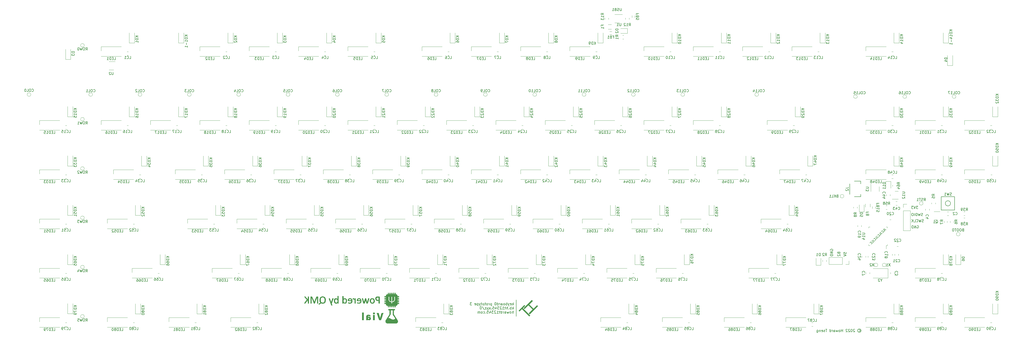
<source format=gbr>
%TF.GenerationSoftware,KiCad,Pcbnew,(6.0.0)*%
%TF.CreationDate,2022-03-04T19:43:27-05:00*%
%TF.ProjectId,keyboard0,6b657962-6f61-4726-9430-2e6b69636164,rev?*%
%TF.SameCoordinates,Original*%
%TF.FileFunction,Legend,Bot*%
%TF.FilePolarity,Positive*%
%FSLAX46Y46*%
G04 Gerber Fmt 4.6, Leading zero omitted, Abs format (unit mm)*
G04 Created by KiCad (PCBNEW (6.0.0)) date 2022-03-04 19:43:27*
%MOMM*%
%LPD*%
G01*
G04 APERTURE LIST*
%ADD10C,0.150000*%
%ADD11C,0.010000*%
%ADD12C,0.120000*%
G04 APERTURE END LIST*
D10*
X210330500Y-199218700D02*
X210330500Y-205568300D01*
X367246971Y-166684911D02*
X367104114Y-166732530D01*
X366866019Y-166732530D01*
X366770780Y-166684911D01*
X366723161Y-166637292D01*
X366675542Y-166542054D01*
X366675542Y-166446816D01*
X366723161Y-166351578D01*
X366770780Y-166303959D01*
X366866019Y-166256340D01*
X367056495Y-166208721D01*
X367151733Y-166161102D01*
X367199352Y-166113483D01*
X367246971Y-166018245D01*
X367246971Y-165923007D01*
X367199352Y-165827769D01*
X367151733Y-165780150D01*
X367056495Y-165732530D01*
X366818400Y-165732530D01*
X366675542Y-165780150D01*
X366342209Y-165732530D02*
X366104114Y-166732530D01*
X365913638Y-166018245D01*
X365723161Y-166732530D01*
X365485066Y-165732530D01*
X365104114Y-166732530D02*
X365104114Y-165732530D01*
X364866019Y-165732530D01*
X364723161Y-165780150D01*
X364627923Y-165875388D01*
X364580304Y-165970626D01*
X364532685Y-166161102D01*
X364532685Y-166303959D01*
X364580304Y-166494435D01*
X364627923Y-166589673D01*
X364723161Y-166684911D01*
X364866019Y-166732530D01*
X365104114Y-166732530D01*
X364104114Y-166732530D02*
X364104114Y-165732530D01*
X363437447Y-165732530D02*
X363246971Y-165732530D01*
X363151733Y-165780150D01*
X363056495Y-165875388D01*
X363008876Y-166065864D01*
X363008876Y-166399197D01*
X363056495Y-166589673D01*
X363151733Y-166684911D01*
X363246971Y-166732530D01*
X363437447Y-166732530D01*
X363532685Y-166684911D01*
X363627923Y-166589673D01*
X363675542Y-166399197D01*
X363675542Y-166065864D01*
X363627923Y-165875388D01*
X363532685Y-165780150D01*
X363437447Y-165732530D01*
X367532685Y-169066011D02*
X367389828Y-169113630D01*
X367151733Y-169113630D01*
X367056495Y-169066011D01*
X367008876Y-169018392D01*
X366961257Y-168923154D01*
X366961257Y-168827916D01*
X367008876Y-168732678D01*
X367056495Y-168685059D01*
X367151733Y-168637440D01*
X367342209Y-168589821D01*
X367437447Y-168542202D01*
X367485066Y-168494583D01*
X367532685Y-168399345D01*
X367532685Y-168304107D01*
X367485066Y-168208869D01*
X367437447Y-168161250D01*
X367342209Y-168113630D01*
X367104114Y-168113630D01*
X366961257Y-168161250D01*
X366627923Y-168113630D02*
X366389828Y-169113630D01*
X366199352Y-168399345D01*
X366008876Y-169113630D01*
X365770780Y-168113630D01*
X364818400Y-169018392D02*
X364866019Y-169066011D01*
X365008876Y-169113630D01*
X365104114Y-169113630D01*
X365246971Y-169066011D01*
X365342209Y-168970773D01*
X365389828Y-168875535D01*
X365437447Y-168685059D01*
X365437447Y-168542202D01*
X365389828Y-168351726D01*
X365342209Y-168256488D01*
X365246971Y-168161250D01*
X365104114Y-168113630D01*
X365008876Y-168113630D01*
X364866019Y-168161250D01*
X364818400Y-168208869D01*
X363913638Y-169113630D02*
X364389828Y-169113630D01*
X364389828Y-168113630D01*
X363580304Y-169113630D02*
X363580304Y-168113630D01*
X363008876Y-169113630D02*
X363437447Y-168542202D01*
X363008876Y-168113630D02*
X363580304Y-168685059D01*
X365104114Y-170542350D02*
X365199352Y-170494730D01*
X365342209Y-170494730D01*
X365485066Y-170542350D01*
X365580304Y-170637588D01*
X365627923Y-170732826D01*
X365675542Y-170923302D01*
X365675542Y-171066159D01*
X365627923Y-171256635D01*
X365580304Y-171351873D01*
X365485066Y-171447111D01*
X365342209Y-171494730D01*
X365246971Y-171494730D01*
X365104114Y-171447111D01*
X365056495Y-171399492D01*
X365056495Y-171066159D01*
X365246971Y-171066159D01*
X364627923Y-171494730D02*
X364627923Y-170494730D01*
X364056495Y-171494730D01*
X364056495Y-170494730D01*
X363580304Y-171494730D02*
X363580304Y-170494730D01*
X363342209Y-170494730D01*
X363199352Y-170542350D01*
X363104114Y-170637588D01*
X363056495Y-170732826D01*
X363008876Y-170923302D01*
X363008876Y-171066159D01*
X363056495Y-171256635D01*
X363104114Y-171351873D01*
X363199352Y-171447111D01*
X363342209Y-171494730D01*
X363580304Y-171494730D01*
X209201204Y-201258480D02*
X209201204Y-200258480D01*
X209105966Y-200877528D02*
X208820252Y-201258480D01*
X208820252Y-200591814D02*
X209201204Y-200972766D01*
X208010728Y-201210861D02*
X208105966Y-201258480D01*
X208296442Y-201258480D01*
X208391680Y-201210861D01*
X208439300Y-201115623D01*
X208439300Y-200734671D01*
X208391680Y-200639433D01*
X208296442Y-200591814D01*
X208105966Y-200591814D01*
X208010728Y-200639433D01*
X207963109Y-200734671D01*
X207963109Y-200829909D01*
X208439300Y-200925147D01*
X207629776Y-200591814D02*
X207391680Y-201258480D01*
X207153585Y-200591814D02*
X207391680Y-201258480D01*
X207486919Y-201496576D01*
X207534538Y-201544195D01*
X207629776Y-201591814D01*
X206772633Y-201258480D02*
X206772633Y-200258480D01*
X206772633Y-200639433D02*
X206677395Y-200591814D01*
X206486919Y-200591814D01*
X206391680Y-200639433D01*
X206344061Y-200687052D01*
X206296442Y-200782290D01*
X206296442Y-201068004D01*
X206344061Y-201163242D01*
X206391680Y-201210861D01*
X206486919Y-201258480D01*
X206677395Y-201258480D01*
X206772633Y-201210861D01*
X205725014Y-201258480D02*
X205820252Y-201210861D01*
X205867871Y-201163242D01*
X205915490Y-201068004D01*
X205915490Y-200782290D01*
X205867871Y-200687052D01*
X205820252Y-200639433D01*
X205725014Y-200591814D01*
X205582157Y-200591814D01*
X205486919Y-200639433D01*
X205439300Y-200687052D01*
X205391680Y-200782290D01*
X205391680Y-201068004D01*
X205439300Y-201163242D01*
X205486919Y-201210861D01*
X205582157Y-201258480D01*
X205725014Y-201258480D01*
X204534538Y-201258480D02*
X204534538Y-200734671D01*
X204582157Y-200639433D01*
X204677395Y-200591814D01*
X204867871Y-200591814D01*
X204963109Y-200639433D01*
X204534538Y-201210861D02*
X204629776Y-201258480D01*
X204867871Y-201258480D01*
X204963109Y-201210861D01*
X205010728Y-201115623D01*
X205010728Y-201020385D01*
X204963109Y-200925147D01*
X204867871Y-200877528D01*
X204629776Y-200877528D01*
X204534538Y-200829909D01*
X204058347Y-201258480D02*
X204058347Y-200591814D01*
X204058347Y-200782290D02*
X204010728Y-200687052D01*
X203963109Y-200639433D01*
X203867871Y-200591814D01*
X203772633Y-200591814D01*
X203010728Y-201258480D02*
X203010728Y-200258480D01*
X203010728Y-201210861D02*
X203105966Y-201258480D01*
X203296442Y-201258480D01*
X203391680Y-201210861D01*
X203439300Y-201163242D01*
X203486919Y-201068004D01*
X203486919Y-200782290D01*
X203439300Y-200687052D01*
X203391680Y-200639433D01*
X203296442Y-200591814D01*
X203105966Y-200591814D01*
X203010728Y-200639433D01*
X202344061Y-200258480D02*
X202248823Y-200258480D01*
X202153585Y-200306100D01*
X202105966Y-200353719D01*
X202058347Y-200448957D01*
X202010728Y-200639433D01*
X202010728Y-200877528D01*
X202058347Y-201068004D01*
X202105966Y-201163242D01*
X202153585Y-201210861D01*
X202248823Y-201258480D01*
X202344061Y-201258480D01*
X202439300Y-201210861D01*
X202486919Y-201163242D01*
X202534538Y-201068004D01*
X202582157Y-200877528D01*
X202582157Y-200639433D01*
X202534538Y-200448957D01*
X202486919Y-200353719D01*
X202439300Y-200306100D01*
X202344061Y-200258480D01*
X200820252Y-200591814D02*
X200820252Y-201591814D01*
X200820252Y-200639433D02*
X200725014Y-200591814D01*
X200534538Y-200591814D01*
X200439300Y-200639433D01*
X200391680Y-200687052D01*
X200344061Y-200782290D01*
X200344061Y-201068004D01*
X200391680Y-201163242D01*
X200439300Y-201210861D01*
X200534538Y-201258480D01*
X200725014Y-201258480D01*
X200820252Y-201210861D01*
X199915490Y-201258480D02*
X199915490Y-200591814D01*
X199915490Y-200782290D02*
X199867871Y-200687052D01*
X199820252Y-200639433D01*
X199725014Y-200591814D01*
X199629776Y-200591814D01*
X199153585Y-201258480D02*
X199248823Y-201210861D01*
X199296442Y-201163242D01*
X199344061Y-201068004D01*
X199344061Y-200782290D01*
X199296442Y-200687052D01*
X199248823Y-200639433D01*
X199153585Y-200591814D01*
X199010728Y-200591814D01*
X198915490Y-200639433D01*
X198867871Y-200687052D01*
X198820252Y-200782290D01*
X198820252Y-201068004D01*
X198867871Y-201163242D01*
X198915490Y-201210861D01*
X199010728Y-201258480D01*
X199153585Y-201258480D01*
X198534538Y-200591814D02*
X198153585Y-200591814D01*
X198391680Y-200258480D02*
X198391680Y-201115623D01*
X198344061Y-201210861D01*
X198248823Y-201258480D01*
X198153585Y-201258480D01*
X197677395Y-201258480D02*
X197772633Y-201210861D01*
X197820252Y-201163242D01*
X197867871Y-201068004D01*
X197867871Y-200782290D01*
X197820252Y-200687052D01*
X197772633Y-200639433D01*
X197677395Y-200591814D01*
X197534538Y-200591814D01*
X197439300Y-200639433D01*
X197391680Y-200687052D01*
X197344061Y-200782290D01*
X197344061Y-201068004D01*
X197391680Y-201163242D01*
X197439300Y-201210861D01*
X197534538Y-201258480D01*
X197677395Y-201258480D01*
X197058347Y-200591814D02*
X196677395Y-200591814D01*
X196915490Y-200258480D02*
X196915490Y-201115623D01*
X196867871Y-201210861D01*
X196772633Y-201258480D01*
X196677395Y-201258480D01*
X196439300Y-200591814D02*
X196201204Y-201258480D01*
X195963109Y-200591814D02*
X196201204Y-201258480D01*
X196296442Y-201496576D01*
X196344061Y-201544195D01*
X196439300Y-201591814D01*
X195582157Y-200591814D02*
X195582157Y-201591814D01*
X195582157Y-200639433D02*
X195486919Y-200591814D01*
X195296442Y-200591814D01*
X195201204Y-200639433D01*
X195153585Y-200687052D01*
X195105966Y-200782290D01*
X195105966Y-201068004D01*
X195153585Y-201163242D01*
X195201204Y-201210861D01*
X195296442Y-201258480D01*
X195486919Y-201258480D01*
X195582157Y-201210861D01*
X194296442Y-201210861D02*
X194391680Y-201258480D01*
X194582157Y-201258480D01*
X194677395Y-201210861D01*
X194725014Y-201115623D01*
X194725014Y-200734671D01*
X194677395Y-200639433D01*
X194582157Y-200591814D01*
X194391680Y-200591814D01*
X194296442Y-200639433D01*
X194248823Y-200734671D01*
X194248823Y-200829909D01*
X194725014Y-200925147D01*
X193153585Y-200258480D02*
X192534538Y-200258480D01*
X192867871Y-200639433D01*
X192725014Y-200639433D01*
X192629776Y-200687052D01*
X192582157Y-200734671D01*
X192534538Y-200829909D01*
X192534538Y-201068004D01*
X192582157Y-201163242D01*
X192629776Y-201210861D01*
X192725014Y-201258480D01*
X193010728Y-201258480D01*
X193105966Y-201210861D01*
X193153585Y-201163242D01*
X209201204Y-202845880D02*
X209201204Y-201845880D01*
X209105966Y-202464928D02*
X208820252Y-202845880D01*
X208820252Y-202179214D02*
X209201204Y-202560166D01*
X208391680Y-202845880D02*
X208391680Y-201845880D01*
X208391680Y-202226833D02*
X208296442Y-202179214D01*
X208105966Y-202179214D01*
X208010728Y-202226833D01*
X207963109Y-202274452D01*
X207915490Y-202369690D01*
X207915490Y-202655404D01*
X207963109Y-202750642D01*
X208010728Y-202798261D01*
X208105966Y-202845880D01*
X208296442Y-202845880D01*
X208391680Y-202798261D01*
X207486919Y-202750642D02*
X207439300Y-202798261D01*
X207486919Y-202845880D01*
X207534538Y-202798261D01*
X207486919Y-202750642D01*
X207486919Y-202845880D01*
X207010728Y-202845880D02*
X207010728Y-201845880D01*
X206582157Y-202845880D02*
X206582157Y-202322071D01*
X206629776Y-202226833D01*
X206725014Y-202179214D01*
X206867871Y-202179214D01*
X206963109Y-202226833D01*
X207010728Y-202274452D01*
X206248823Y-202179214D02*
X205867871Y-202179214D01*
X206105966Y-201845880D02*
X206105966Y-202703023D01*
X206058347Y-202798261D01*
X205963109Y-202845880D01*
X205867871Y-202845880D01*
X205010728Y-202845880D02*
X205582157Y-202845880D01*
X205296442Y-202845880D02*
X205296442Y-201845880D01*
X205391680Y-201988738D01*
X205486919Y-202083976D01*
X205582157Y-202131595D01*
X204629776Y-201941119D02*
X204582157Y-201893500D01*
X204486919Y-201845880D01*
X204248823Y-201845880D01*
X204153585Y-201893500D01*
X204105966Y-201941119D01*
X204058347Y-202036357D01*
X204058347Y-202131595D01*
X204105966Y-202274452D01*
X204677395Y-202845880D01*
X204058347Y-202845880D01*
X203725014Y-201845880D02*
X203105966Y-201845880D01*
X203439300Y-202226833D01*
X203296442Y-202226833D01*
X203201204Y-202274452D01*
X203153585Y-202322071D01*
X203105966Y-202417309D01*
X203105966Y-202655404D01*
X203153585Y-202750642D01*
X203201204Y-202798261D01*
X203296442Y-202845880D01*
X203582157Y-202845880D01*
X203677395Y-202798261D01*
X203725014Y-202750642D01*
X202248823Y-202179214D02*
X202248823Y-202845880D01*
X202486919Y-201798261D02*
X202725014Y-202512547D01*
X202105966Y-202512547D01*
X201248823Y-201845880D02*
X201725014Y-201845880D01*
X201772633Y-202322071D01*
X201725014Y-202274452D01*
X201629776Y-202226833D01*
X201391680Y-202226833D01*
X201296442Y-202274452D01*
X201248823Y-202322071D01*
X201201204Y-202417309D01*
X201201204Y-202655404D01*
X201248823Y-202750642D01*
X201296442Y-202798261D01*
X201391680Y-202845880D01*
X201629776Y-202845880D01*
X201725014Y-202798261D01*
X201772633Y-202750642D01*
X200772633Y-202750642D02*
X200725014Y-202798261D01*
X200772633Y-202845880D01*
X200820252Y-202798261D01*
X200772633Y-202750642D01*
X200772633Y-202845880D01*
X200391680Y-202845880D02*
X199867871Y-202179214D01*
X200391680Y-202179214D02*
X199867871Y-202845880D01*
X199582157Y-202179214D02*
X199344061Y-202845880D01*
X199105966Y-202179214D02*
X199344061Y-202845880D01*
X199439300Y-203083976D01*
X199486919Y-203131595D01*
X199582157Y-203179214D01*
X198820252Y-202179214D02*
X198296442Y-202179214D01*
X198820252Y-202845880D01*
X198296442Y-202845880D01*
X197201204Y-201798261D02*
X198058347Y-203083976D01*
X196677395Y-201845880D02*
X196582157Y-201845880D01*
X196486919Y-201893500D01*
X196439300Y-201941119D01*
X196391680Y-202036357D01*
X196344061Y-202226833D01*
X196344061Y-202464928D01*
X196391680Y-202655404D01*
X196439300Y-202750642D01*
X196486919Y-202798261D01*
X196582157Y-202845880D01*
X196677395Y-202845880D01*
X196772633Y-202798261D01*
X196820252Y-202750642D01*
X196867871Y-202655404D01*
X196915490Y-202464928D01*
X196915490Y-202226833D01*
X196867871Y-202036357D01*
X196820252Y-201941119D01*
X196772633Y-201893500D01*
X196677395Y-201845880D01*
X209201204Y-204433280D02*
X209201204Y-203433280D01*
X208772633Y-204433280D02*
X208772633Y-203909471D01*
X208820252Y-203814233D01*
X208915490Y-203766614D01*
X209058347Y-203766614D01*
X209153585Y-203814233D01*
X209201204Y-203861852D01*
X208153585Y-204433280D02*
X208248823Y-204385661D01*
X208296442Y-204338042D01*
X208344061Y-204242804D01*
X208344061Y-203957090D01*
X208296442Y-203861852D01*
X208248823Y-203814233D01*
X208153585Y-203766614D01*
X208010728Y-203766614D01*
X207915490Y-203814233D01*
X207867871Y-203861852D01*
X207820252Y-203957090D01*
X207820252Y-204242804D01*
X207867871Y-204338042D01*
X207915490Y-204385661D01*
X208010728Y-204433280D01*
X208153585Y-204433280D01*
X207486919Y-203766614D02*
X207296442Y-204433280D01*
X207105966Y-203957090D01*
X206915490Y-204433280D01*
X206725014Y-203766614D01*
X205915490Y-204433280D02*
X205915490Y-203909471D01*
X205963109Y-203814233D01*
X206058347Y-203766614D01*
X206248823Y-203766614D01*
X206344061Y-203814233D01*
X205915490Y-204385661D02*
X206010728Y-204433280D01*
X206248823Y-204433280D01*
X206344061Y-204385661D01*
X206391680Y-204290423D01*
X206391680Y-204195185D01*
X206344061Y-204099947D01*
X206248823Y-204052328D01*
X206010728Y-204052328D01*
X205915490Y-204004709D01*
X205439300Y-204433280D02*
X205439300Y-203766614D01*
X205439300Y-203957090D02*
X205391680Y-203861852D01*
X205344061Y-203814233D01*
X205248823Y-203766614D01*
X205153585Y-203766614D01*
X204391680Y-204433280D02*
X204391680Y-203433280D01*
X204391680Y-204385661D02*
X204486919Y-204433280D01*
X204677395Y-204433280D01*
X204772633Y-204385661D01*
X204820252Y-204338042D01*
X204867871Y-204242804D01*
X204867871Y-203957090D01*
X204820252Y-203861852D01*
X204772633Y-203814233D01*
X204677395Y-203766614D01*
X204486919Y-203766614D01*
X204391680Y-203814233D01*
X204058347Y-203766614D02*
X203677395Y-203766614D01*
X203915490Y-203433280D02*
X203915490Y-204290423D01*
X203867871Y-204385661D01*
X203772633Y-204433280D01*
X203677395Y-204433280D01*
X202820252Y-204433280D02*
X203391680Y-204433280D01*
X203105966Y-204433280D02*
X203105966Y-203433280D01*
X203201204Y-203576138D01*
X203296442Y-203671376D01*
X203391680Y-203718995D01*
X202439300Y-203528519D02*
X202391680Y-203480900D01*
X202296442Y-203433280D01*
X202058347Y-203433280D01*
X201963109Y-203480900D01*
X201915490Y-203528519D01*
X201867871Y-203623757D01*
X201867871Y-203718995D01*
X201915490Y-203861852D01*
X202486919Y-204433280D01*
X201867871Y-204433280D01*
X201534538Y-203433280D02*
X200915490Y-203433280D01*
X201248823Y-203814233D01*
X201105966Y-203814233D01*
X201010728Y-203861852D01*
X200963109Y-203909471D01*
X200915490Y-204004709D01*
X200915490Y-204242804D01*
X200963109Y-204338042D01*
X201010728Y-204385661D01*
X201105966Y-204433280D01*
X201391680Y-204433280D01*
X201486919Y-204385661D01*
X201534538Y-204338042D01*
X200058347Y-203766614D02*
X200058347Y-204433280D01*
X200296442Y-203385661D02*
X200534538Y-204099947D01*
X199915490Y-204099947D01*
X199058347Y-203433280D02*
X199534538Y-203433280D01*
X199582157Y-203909471D01*
X199534538Y-203861852D01*
X199439300Y-203814233D01*
X199201204Y-203814233D01*
X199105966Y-203861852D01*
X199058347Y-203909471D01*
X199010728Y-204004709D01*
X199010728Y-204242804D01*
X199058347Y-204338042D01*
X199105966Y-204385661D01*
X199201204Y-204433280D01*
X199439300Y-204433280D01*
X199534538Y-204385661D01*
X199582157Y-204338042D01*
X198582157Y-204338042D02*
X198534538Y-204385661D01*
X198582157Y-204433280D01*
X198629776Y-204385661D01*
X198582157Y-204338042D01*
X198582157Y-204433280D01*
X197677395Y-204385661D02*
X197772633Y-204433280D01*
X197963109Y-204433280D01*
X198058347Y-204385661D01*
X198105966Y-204338042D01*
X198153585Y-204242804D01*
X198153585Y-203957090D01*
X198105966Y-203861852D01*
X198058347Y-203814233D01*
X197963109Y-203766614D01*
X197772633Y-203766614D01*
X197677395Y-203814233D01*
X197105966Y-204433280D02*
X197201204Y-204385661D01*
X197248823Y-204338042D01*
X197296442Y-204242804D01*
X197296442Y-203957090D01*
X197248823Y-203861852D01*
X197201204Y-203814233D01*
X197105966Y-203766614D01*
X196963109Y-203766614D01*
X196867871Y-203814233D01*
X196820252Y-203861852D01*
X196772633Y-203957090D01*
X196772633Y-204242804D01*
X196820252Y-204338042D01*
X196867871Y-204385661D01*
X196963109Y-204433280D01*
X197105966Y-204433280D01*
X196344061Y-204433280D02*
X196344061Y-203766614D01*
X196344061Y-203861852D02*
X196296442Y-203814233D01*
X196201204Y-203766614D01*
X196058347Y-203766614D01*
X195963109Y-203814233D01*
X195915490Y-203909471D01*
X195915490Y-204433280D01*
X195915490Y-203909471D02*
X195867871Y-203814233D01*
X195772633Y-203766614D01*
X195629776Y-203766614D01*
X195534538Y-203814233D01*
X195486919Y-203909471D01*
X195486919Y-204433280D01*
X342631876Y-210814676D02*
X342727114Y-210767057D01*
X342917590Y-210767057D01*
X343012828Y-210814676D01*
X343108066Y-210909914D01*
X343155685Y-211005152D01*
X343155685Y-211195628D01*
X343108066Y-211290866D01*
X343012828Y-211386104D01*
X342917590Y-211433723D01*
X342727114Y-211433723D01*
X342631876Y-211386104D01*
X342822352Y-210433723D02*
X343060447Y-210481342D01*
X343298542Y-210624200D01*
X343441400Y-210862295D01*
X343489019Y-211100390D01*
X343441400Y-211338485D01*
X343298542Y-211576580D01*
X343060447Y-211719438D01*
X342822352Y-211767057D01*
X342584257Y-211719438D01*
X342346161Y-211576580D01*
X342203304Y-211338485D01*
X342155685Y-211100390D01*
X342203304Y-210862295D01*
X342346161Y-210624200D01*
X342584257Y-210481342D01*
X342822352Y-210433723D01*
X341012828Y-210671819D02*
X340965209Y-210624200D01*
X340869971Y-210576580D01*
X340631876Y-210576580D01*
X340536638Y-210624200D01*
X340489019Y-210671819D01*
X340441400Y-210767057D01*
X340441400Y-210862295D01*
X340489019Y-211005152D01*
X341060447Y-211576580D01*
X340441400Y-211576580D01*
X339822352Y-210576580D02*
X339727114Y-210576580D01*
X339631876Y-210624200D01*
X339584257Y-210671819D01*
X339536638Y-210767057D01*
X339489019Y-210957533D01*
X339489019Y-211195628D01*
X339536638Y-211386104D01*
X339584257Y-211481342D01*
X339631876Y-211528961D01*
X339727114Y-211576580D01*
X339822352Y-211576580D01*
X339917590Y-211528961D01*
X339965209Y-211481342D01*
X340012828Y-211386104D01*
X340060447Y-211195628D01*
X340060447Y-210957533D01*
X340012828Y-210767057D01*
X339965209Y-210671819D01*
X339917590Y-210624200D01*
X339822352Y-210576580D01*
X339108066Y-210671819D02*
X339060447Y-210624200D01*
X338965209Y-210576580D01*
X338727114Y-210576580D01*
X338631876Y-210624200D01*
X338584257Y-210671819D01*
X338536638Y-210767057D01*
X338536638Y-210862295D01*
X338584257Y-211005152D01*
X339155685Y-211576580D01*
X338536638Y-211576580D01*
X338155685Y-210671819D02*
X338108066Y-210624200D01*
X338012828Y-210576580D01*
X337774733Y-210576580D01*
X337679495Y-210624200D01*
X337631876Y-210671819D01*
X337584257Y-210767057D01*
X337584257Y-210862295D01*
X337631876Y-211005152D01*
X338203304Y-211576580D01*
X337584257Y-211576580D01*
X336393780Y-211576580D02*
X336393780Y-210576580D01*
X336393780Y-211052771D02*
X335822352Y-211052771D01*
X335822352Y-211576580D02*
X335822352Y-210576580D01*
X335203304Y-211576580D02*
X335298542Y-211528961D01*
X335346161Y-211481342D01*
X335393780Y-211386104D01*
X335393780Y-211100390D01*
X335346161Y-211005152D01*
X335298542Y-210957533D01*
X335203304Y-210909914D01*
X335060447Y-210909914D01*
X334965209Y-210957533D01*
X334917590Y-211005152D01*
X334869971Y-211100390D01*
X334869971Y-211386104D01*
X334917590Y-211481342D01*
X334965209Y-211528961D01*
X335060447Y-211576580D01*
X335203304Y-211576580D01*
X334536638Y-210909914D02*
X334346161Y-211576580D01*
X334155685Y-211100390D01*
X333965209Y-211576580D01*
X333774733Y-210909914D01*
X332965209Y-211576580D02*
X332965209Y-211052771D01*
X333012828Y-210957533D01*
X333108066Y-210909914D01*
X333298542Y-210909914D01*
X333393780Y-210957533D01*
X332965209Y-211528961D02*
X333060447Y-211576580D01*
X333298542Y-211576580D01*
X333393780Y-211528961D01*
X333441400Y-211433723D01*
X333441400Y-211338485D01*
X333393780Y-211243247D01*
X333298542Y-211195628D01*
X333060447Y-211195628D01*
X332965209Y-211148009D01*
X332489019Y-211576580D02*
X332489019Y-210909914D01*
X332489019Y-211100390D02*
X332441400Y-211005152D01*
X332393780Y-210957533D01*
X332298542Y-210909914D01*
X332203304Y-210909914D01*
X331441400Y-211576580D02*
X331441400Y-210576580D01*
X331441400Y-211528961D02*
X331536638Y-211576580D01*
X331727114Y-211576580D01*
X331822352Y-211528961D01*
X331869971Y-211481342D01*
X331917590Y-211386104D01*
X331917590Y-211100390D01*
X331869971Y-211005152D01*
X331822352Y-210957533D01*
X331727114Y-210909914D01*
X331536638Y-210909914D01*
X331441400Y-210957533D01*
X330346161Y-210576580D02*
X329774733Y-210576580D01*
X330060447Y-211576580D02*
X330060447Y-210576580D01*
X329489019Y-211528961D02*
X329393780Y-211576580D01*
X329203304Y-211576580D01*
X329108066Y-211528961D01*
X329060447Y-211433723D01*
X329060447Y-211386104D01*
X329108066Y-211290866D01*
X329203304Y-211243247D01*
X329346161Y-211243247D01*
X329441400Y-211195628D01*
X329489019Y-211100390D01*
X329489019Y-211052771D01*
X329441400Y-210957533D01*
X329346161Y-210909914D01*
X329203304Y-210909914D01*
X329108066Y-210957533D01*
X328250923Y-211528961D02*
X328346161Y-211576580D01*
X328536638Y-211576580D01*
X328631876Y-211528961D01*
X328679495Y-211433723D01*
X328679495Y-211052771D01*
X328631876Y-210957533D01*
X328536638Y-210909914D01*
X328346161Y-210909914D01*
X328250923Y-210957533D01*
X328203304Y-211052771D01*
X328203304Y-211148009D01*
X328679495Y-211243247D01*
X327774733Y-210909914D02*
X327774733Y-211576580D01*
X327774733Y-211005152D02*
X327727114Y-210957533D01*
X327631876Y-210909914D01*
X327489019Y-210909914D01*
X327393780Y-210957533D01*
X327346161Y-211052771D01*
X327346161Y-211576580D01*
X326441400Y-210909914D02*
X326441400Y-211719438D01*
X326489019Y-211814676D01*
X326536638Y-211862295D01*
X326631876Y-211909914D01*
X326774733Y-211909914D01*
X326869971Y-211862295D01*
X326441400Y-211528961D02*
X326536638Y-211576580D01*
X326727114Y-211576580D01*
X326822352Y-211528961D01*
X326869971Y-211481342D01*
X326917590Y-211386104D01*
X326917590Y-211100390D01*
X326869971Y-211005152D01*
X326822352Y-210957533D01*
X326727114Y-210909914D01*
X326536638Y-210909914D01*
X326441400Y-210957533D01*
X365437447Y-162954580D02*
X364818400Y-162954580D01*
X365151733Y-163335533D01*
X365008876Y-163335533D01*
X364913638Y-163383152D01*
X364866019Y-163430771D01*
X364818400Y-163526009D01*
X364818400Y-163764104D01*
X364866019Y-163859342D01*
X364913638Y-163906961D01*
X365008876Y-163954580D01*
X365294590Y-163954580D01*
X365389828Y-163906961D01*
X365437447Y-163859342D01*
X364532685Y-162954580D02*
X364199352Y-163954580D01*
X363866019Y-162954580D01*
X363627923Y-162954580D02*
X363008876Y-162954580D01*
X363342209Y-163335533D01*
X363199352Y-163335533D01*
X363104114Y-163383152D01*
X363056495Y-163430771D01*
X363008876Y-163526009D01*
X363008876Y-163764104D01*
X363056495Y-163859342D01*
X363104114Y-163906961D01*
X363199352Y-163954580D01*
X363485066Y-163954580D01*
X363580304Y-163906961D01*
X363627923Y-163859342D01*
X334869971Y-181072547D02*
X334917590Y-181215404D01*
X334965209Y-181263023D01*
X335060447Y-181310642D01*
X335203304Y-181310642D01*
X335298542Y-181263023D01*
X335346161Y-181215404D01*
X335393780Y-181120166D01*
X335393780Y-180739214D01*
X334393780Y-180739214D01*
X334393780Y-181072547D01*
X334441400Y-181167785D01*
X334489019Y-181215404D01*
X334584257Y-181263023D01*
X334679495Y-181263023D01*
X334774733Y-181215404D01*
X334822352Y-181167785D01*
X334869971Y-181072547D01*
X334869971Y-180739214D01*
X334489019Y-181691595D02*
X334441400Y-181739214D01*
X334393780Y-181834452D01*
X334393780Y-182072547D01*
X334441400Y-182167785D01*
X334489019Y-182215404D01*
X334584257Y-182263023D01*
X334679495Y-182263023D01*
X334822352Y-182215404D01*
X335393780Y-181643976D01*
X335393780Y-182263023D01*
X336774880Y-181358261D02*
X336774880Y-180882071D01*
X337251071Y-180834452D01*
X337203452Y-180882071D01*
X337155833Y-180977309D01*
X337155833Y-181215404D01*
X337203452Y-181310642D01*
X337251071Y-181358261D01*
X337346309Y-181405880D01*
X337584404Y-181405880D01*
X337679642Y-181358261D01*
X337727261Y-181310642D01*
X337774880Y-181215404D01*
X337774880Y-180977309D01*
X337727261Y-180882071D01*
X337679642Y-180834452D01*
X336774880Y-181691595D02*
X337774880Y-182024928D01*
X336774880Y-182358261D01*
X331663450Y-180167785D02*
X331615830Y-180072547D01*
X331615830Y-179929690D01*
X331663450Y-179786833D01*
X331758688Y-179691595D01*
X331853926Y-179643976D01*
X332044402Y-179596357D01*
X332187259Y-179596357D01*
X332377735Y-179643976D01*
X332472973Y-179691595D01*
X332568211Y-179786833D01*
X332615830Y-179929690D01*
X332615830Y-180024928D01*
X332568211Y-180167785D01*
X332520592Y-180215404D01*
X332187259Y-180215404D01*
X332187259Y-180024928D01*
X332615830Y-180643976D02*
X331615830Y-180643976D01*
X332615830Y-181215404D01*
X331615830Y-181215404D01*
X332615830Y-181691595D02*
X331615830Y-181691595D01*
X331615830Y-181929690D01*
X331663450Y-182072547D01*
X331758688Y-182167785D01*
X331853926Y-182215404D01*
X332044402Y-182263023D01*
X332187259Y-182263023D01*
X332377735Y-182215404D01*
X332472973Y-182167785D01*
X332568211Y-182072547D01*
X332615830Y-181929690D01*
X332615830Y-181691595D01*
X352324847Y-171691291D02*
X352728908Y-172095352D01*
X352836658Y-172149227D01*
X352944408Y-172149227D01*
X353052157Y-172095352D01*
X353106032Y-172041478D01*
X352351785Y-172795725D02*
X352621159Y-172526351D01*
X352055473Y-171960665D01*
X351786099Y-173253661D02*
X351839974Y-173253661D01*
X351947724Y-173199786D01*
X352001598Y-173145911D01*
X352055473Y-173038162D01*
X352055473Y-172930412D01*
X352028536Y-172849600D01*
X351947724Y-172714913D01*
X351866911Y-172634101D01*
X351732224Y-172553288D01*
X351651412Y-172526351D01*
X351543663Y-172526351D01*
X351435913Y-172580226D01*
X351382038Y-172634101D01*
X351328163Y-172741850D01*
X351328163Y-172795725D01*
X350870228Y-173145911D02*
X351274289Y-173549972D01*
X351382038Y-173603847D01*
X351489788Y-173603847D01*
X351597537Y-173549972D01*
X351651412Y-173496097D01*
X350897165Y-174250345D02*
X351166539Y-173980971D01*
X350600854Y-173415285D01*
X350331480Y-174708280D02*
X350385354Y-174708280D01*
X350493104Y-174654406D01*
X350546979Y-174600531D01*
X350600854Y-174492781D01*
X350600854Y-174385032D01*
X350573916Y-174304219D01*
X350493104Y-174169532D01*
X350412292Y-174088720D01*
X350277605Y-174007908D01*
X350196793Y-173980971D01*
X350089043Y-173980971D01*
X349981293Y-174034845D01*
X349927419Y-174088720D01*
X349873544Y-174196470D01*
X349873544Y-174250345D01*
X349415608Y-174600531D02*
X349819669Y-175004592D01*
X349927419Y-175058467D01*
X350035168Y-175058467D01*
X350142918Y-175004592D01*
X350196793Y-174950717D01*
X349442545Y-175704964D02*
X349711919Y-175435590D01*
X349146234Y-174869905D01*
X348876860Y-176162900D02*
X348930735Y-176162900D01*
X349038484Y-176109025D01*
X349092359Y-176055150D01*
X349146234Y-175947401D01*
X349146234Y-175839651D01*
X349119297Y-175758839D01*
X349038484Y-175624152D01*
X348957672Y-175543340D01*
X348822985Y-175462528D01*
X348742173Y-175435590D01*
X348634423Y-175435590D01*
X348526674Y-175489465D01*
X348472799Y-175543340D01*
X348418924Y-175651089D01*
X348418924Y-175704964D01*
X347960988Y-176055150D02*
X348365049Y-176459211D01*
X348472799Y-176513086D01*
X348580549Y-176513086D01*
X348688298Y-176459211D01*
X348742173Y-176405337D01*
X347987926Y-177159584D02*
X348257300Y-176890210D01*
X347691614Y-176324524D01*
X347422240Y-177617520D02*
X347476115Y-177617520D01*
X347583865Y-177563645D01*
X347637739Y-177509770D01*
X347691614Y-177402021D01*
X347691614Y-177294271D01*
X347664677Y-177213459D01*
X347583865Y-177078772D01*
X347503052Y-176997960D01*
X347368365Y-176917147D01*
X347287553Y-176890210D01*
X347179804Y-176890210D01*
X347072054Y-176944085D01*
X347018179Y-176997960D01*
X346964304Y-177105709D01*
X346964304Y-177159584D01*
%TO.C,KD15*%
X40549980Y-125215114D02*
X39549980Y-125215114D01*
X40549980Y-125786542D02*
X39978552Y-125357971D01*
X39549980Y-125786542D02*
X40121409Y-125215114D01*
X40549980Y-126215114D02*
X39549980Y-126215114D01*
X39549980Y-126453209D01*
X39597600Y-126596066D01*
X39692838Y-126691304D01*
X39788076Y-126738923D01*
X39978552Y-126786542D01*
X40121409Y-126786542D01*
X40311885Y-126738923D01*
X40407123Y-126691304D01*
X40502361Y-126596066D01*
X40549980Y-126453209D01*
X40549980Y-126215114D01*
X40549980Y-127738923D02*
X40549980Y-127167495D01*
X40549980Y-127453209D02*
X39549980Y-127453209D01*
X39692838Y-127357971D01*
X39788076Y-127262733D01*
X39835695Y-127167495D01*
X39549980Y-128643685D02*
X39549980Y-128167495D01*
X40026171Y-128119876D01*
X39978552Y-128167495D01*
X39930933Y-128262733D01*
X39930933Y-128500828D01*
X39978552Y-128596066D01*
X40026171Y-128643685D01*
X40121409Y-128691304D01*
X40359504Y-128691304D01*
X40454742Y-128643685D01*
X40502361Y-128596066D01*
X40549980Y-128500828D01*
X40549980Y-128262733D01*
X40502361Y-128167495D01*
X40454742Y-128119876D01*
%TO.C,KD33*%
X40549980Y-144263914D02*
X39549980Y-144263914D01*
X40549980Y-144835342D02*
X39978552Y-144406771D01*
X39549980Y-144835342D02*
X40121409Y-144263914D01*
X40549980Y-145263914D02*
X39549980Y-145263914D01*
X39549980Y-145502009D01*
X39597600Y-145644866D01*
X39692838Y-145740104D01*
X39788076Y-145787723D01*
X39978552Y-145835342D01*
X40121409Y-145835342D01*
X40311885Y-145787723D01*
X40407123Y-145740104D01*
X40502361Y-145644866D01*
X40549980Y-145502009D01*
X40549980Y-145263914D01*
X39549980Y-146168676D02*
X39549980Y-146787723D01*
X39930933Y-146454390D01*
X39930933Y-146597247D01*
X39978552Y-146692485D01*
X40026171Y-146740104D01*
X40121409Y-146787723D01*
X40359504Y-146787723D01*
X40454742Y-146740104D01*
X40502361Y-146692485D01*
X40549980Y-146597247D01*
X40549980Y-146311533D01*
X40502361Y-146216295D01*
X40454742Y-146168676D01*
X39549980Y-147121057D02*
X39549980Y-147740104D01*
X39930933Y-147406771D01*
X39930933Y-147549628D01*
X39978552Y-147644866D01*
X40026171Y-147692485D01*
X40121409Y-147740104D01*
X40359504Y-147740104D01*
X40454742Y-147692485D01*
X40502361Y-147644866D01*
X40549980Y-147549628D01*
X40549980Y-147263914D01*
X40502361Y-147168676D01*
X40454742Y-147121057D01*
%TO.C,KD51*%
X40549980Y-163375314D02*
X39549980Y-163375314D01*
X40549980Y-163946742D02*
X39978552Y-163518171D01*
X39549980Y-163946742D02*
X40121409Y-163375314D01*
X40549980Y-164375314D02*
X39549980Y-164375314D01*
X39549980Y-164613409D01*
X39597600Y-164756266D01*
X39692838Y-164851504D01*
X39788076Y-164899123D01*
X39978552Y-164946742D01*
X40121409Y-164946742D01*
X40311885Y-164899123D01*
X40407123Y-164851504D01*
X40502361Y-164756266D01*
X40549980Y-164613409D01*
X40549980Y-164375314D01*
X39549980Y-165851504D02*
X39549980Y-165375314D01*
X40026171Y-165327695D01*
X39978552Y-165375314D01*
X39930933Y-165470552D01*
X39930933Y-165708647D01*
X39978552Y-165803885D01*
X40026171Y-165851504D01*
X40121409Y-165899123D01*
X40359504Y-165899123D01*
X40454742Y-165851504D01*
X40502361Y-165803885D01*
X40549980Y-165708647D01*
X40549980Y-165470552D01*
X40502361Y-165375314D01*
X40454742Y-165327695D01*
X40549980Y-166851504D02*
X40549980Y-166280076D01*
X40549980Y-166565790D02*
X39549980Y-166565790D01*
X39692838Y-166470552D01*
X39788076Y-166375314D01*
X39835695Y-166280076D01*
%TO.C,KD65*%
X40549980Y-182424114D02*
X39549980Y-182424114D01*
X40549980Y-182995542D02*
X39978552Y-182566971D01*
X39549980Y-182995542D02*
X40121409Y-182424114D01*
X40549980Y-183424114D02*
X39549980Y-183424114D01*
X39549980Y-183662209D01*
X39597600Y-183805066D01*
X39692838Y-183900304D01*
X39788076Y-183947923D01*
X39978552Y-183995542D01*
X40121409Y-183995542D01*
X40311885Y-183947923D01*
X40407123Y-183900304D01*
X40502361Y-183805066D01*
X40549980Y-183662209D01*
X40549980Y-183424114D01*
X39549980Y-184852685D02*
X39549980Y-184662209D01*
X39597600Y-184566971D01*
X39645219Y-184519352D01*
X39788076Y-184424114D01*
X39978552Y-184376495D01*
X40359504Y-184376495D01*
X40454742Y-184424114D01*
X40502361Y-184471733D01*
X40549980Y-184566971D01*
X40549980Y-184757447D01*
X40502361Y-184852685D01*
X40454742Y-184900304D01*
X40359504Y-184947923D01*
X40121409Y-184947923D01*
X40026171Y-184900304D01*
X39978552Y-184852685D01*
X39930933Y-184757447D01*
X39930933Y-184566971D01*
X39978552Y-184471733D01*
X40026171Y-184424114D01*
X40121409Y-184376495D01*
X39549980Y-185852685D02*
X39549980Y-185376495D01*
X40026171Y-185328876D01*
X39978552Y-185376495D01*
X39930933Y-185471733D01*
X39930933Y-185709828D01*
X39978552Y-185805066D01*
X40026171Y-185852685D01*
X40121409Y-185900304D01*
X40359504Y-185900304D01*
X40454742Y-185852685D01*
X40502361Y-185805066D01*
X40549980Y-185709828D01*
X40549980Y-185471733D01*
X40502361Y-185376495D01*
X40454742Y-185328876D01*
%TO.C,KD80*%
X66742080Y-201472914D02*
X65742080Y-201472914D01*
X66742080Y-202044342D02*
X66170652Y-201615771D01*
X65742080Y-202044342D02*
X66313509Y-201472914D01*
X66742080Y-202472914D02*
X65742080Y-202472914D01*
X65742080Y-202711009D01*
X65789700Y-202853866D01*
X65884938Y-202949104D01*
X65980176Y-202996723D01*
X66170652Y-203044342D01*
X66313509Y-203044342D01*
X66503985Y-202996723D01*
X66599223Y-202949104D01*
X66694461Y-202853866D01*
X66742080Y-202711009D01*
X66742080Y-202472914D01*
X66170652Y-203615771D02*
X66123033Y-203520533D01*
X66075414Y-203472914D01*
X65980176Y-203425295D01*
X65932557Y-203425295D01*
X65837319Y-203472914D01*
X65789700Y-203520533D01*
X65742080Y-203615771D01*
X65742080Y-203806247D01*
X65789700Y-203901485D01*
X65837319Y-203949104D01*
X65932557Y-203996723D01*
X65980176Y-203996723D01*
X66075414Y-203949104D01*
X66123033Y-203901485D01*
X66170652Y-203806247D01*
X66170652Y-203615771D01*
X66218271Y-203520533D01*
X66265890Y-203472914D01*
X66361128Y-203425295D01*
X66551604Y-203425295D01*
X66646842Y-203472914D01*
X66694461Y-203520533D01*
X66742080Y-203615771D01*
X66742080Y-203806247D01*
X66694461Y-203901485D01*
X66646842Y-203949104D01*
X66551604Y-203996723D01*
X66361128Y-203996723D01*
X66265890Y-203949104D01*
X66218271Y-203901485D01*
X66170652Y-203806247D01*
X65742080Y-204615771D02*
X65742080Y-204711009D01*
X65789700Y-204806247D01*
X65837319Y-204853866D01*
X65932557Y-204901485D01*
X66123033Y-204949104D01*
X66361128Y-204949104D01*
X66551604Y-204901485D01*
X66646842Y-204853866D01*
X66694461Y-204806247D01*
X66742080Y-204711009D01*
X66742080Y-204615771D01*
X66694461Y-204520533D01*
X66646842Y-204472914D01*
X66551604Y-204425295D01*
X66361128Y-204377676D01*
X66123033Y-204377676D01*
X65932557Y-204425295D01*
X65837319Y-204472914D01*
X65789700Y-204520533D01*
X65742080Y-204615771D01*
%TO.C,KD1*%
X64360980Y-97180704D02*
X63360980Y-97180704D01*
X64360980Y-97752133D02*
X63789552Y-97323561D01*
X63360980Y-97752133D02*
X63932409Y-97180704D01*
X64360980Y-98180704D02*
X63360980Y-98180704D01*
X63360980Y-98418800D01*
X63408600Y-98561657D01*
X63503838Y-98656895D01*
X63599076Y-98704514D01*
X63789552Y-98752133D01*
X63932409Y-98752133D01*
X64122885Y-98704514D01*
X64218123Y-98656895D01*
X64313361Y-98561657D01*
X64360980Y-98418800D01*
X64360980Y-98180704D01*
X64360980Y-99704514D02*
X64360980Y-99133085D01*
X64360980Y-99418800D02*
X63360980Y-99418800D01*
X63503838Y-99323561D01*
X63599076Y-99228323D01*
X63646695Y-99133085D01*
%TO.C,KD16*%
X64360980Y-125277714D02*
X63360980Y-125277714D01*
X64360980Y-125849142D02*
X63789552Y-125420571D01*
X63360980Y-125849142D02*
X63932409Y-125277714D01*
X64360980Y-126277714D02*
X63360980Y-126277714D01*
X63360980Y-126515809D01*
X63408600Y-126658666D01*
X63503838Y-126753904D01*
X63599076Y-126801523D01*
X63789552Y-126849142D01*
X63932409Y-126849142D01*
X64122885Y-126801523D01*
X64218123Y-126753904D01*
X64313361Y-126658666D01*
X64360980Y-126515809D01*
X64360980Y-126277714D01*
X64360980Y-127801523D02*
X64360980Y-127230095D01*
X64360980Y-127515809D02*
X63360980Y-127515809D01*
X63503838Y-127420571D01*
X63599076Y-127325333D01*
X63646695Y-127230095D01*
X63360980Y-128658666D02*
X63360980Y-128468190D01*
X63408600Y-128372952D01*
X63456219Y-128325333D01*
X63599076Y-128230095D01*
X63789552Y-128182476D01*
X64170504Y-128182476D01*
X64265742Y-128230095D01*
X64313361Y-128277714D01*
X64360980Y-128372952D01*
X64360980Y-128563428D01*
X64313361Y-128658666D01*
X64265742Y-128706285D01*
X64170504Y-128753904D01*
X63932409Y-128753904D01*
X63837171Y-128706285D01*
X63789552Y-128658666D01*
X63741933Y-128563428D01*
X63741933Y-128372952D01*
X63789552Y-128277714D01*
X63837171Y-128230095D01*
X63932409Y-128182476D01*
%TO.C,KD34*%
X69123180Y-144326514D02*
X68123180Y-144326514D01*
X69123180Y-144897942D02*
X68551752Y-144469371D01*
X68123180Y-144897942D02*
X68694609Y-144326514D01*
X69123180Y-145326514D02*
X68123180Y-145326514D01*
X68123180Y-145564609D01*
X68170800Y-145707466D01*
X68266038Y-145802704D01*
X68361276Y-145850323D01*
X68551752Y-145897942D01*
X68694609Y-145897942D01*
X68885085Y-145850323D01*
X68980323Y-145802704D01*
X69075561Y-145707466D01*
X69123180Y-145564609D01*
X69123180Y-145326514D01*
X68123180Y-146231276D02*
X68123180Y-146850323D01*
X68504133Y-146516990D01*
X68504133Y-146659847D01*
X68551752Y-146755085D01*
X68599371Y-146802704D01*
X68694609Y-146850323D01*
X68932704Y-146850323D01*
X69027942Y-146802704D01*
X69075561Y-146755085D01*
X69123180Y-146659847D01*
X69123180Y-146374133D01*
X69075561Y-146278895D01*
X69027942Y-146231276D01*
X68456514Y-147707466D02*
X69123180Y-147707466D01*
X68075561Y-147469371D02*
X68789847Y-147231276D01*
X68789847Y-147850323D01*
%TO.C,KD52*%
X66742080Y-163375314D02*
X65742080Y-163375314D01*
X66742080Y-163946742D02*
X66170652Y-163518171D01*
X65742080Y-163946742D02*
X66313509Y-163375314D01*
X66742080Y-164375314D02*
X65742080Y-164375314D01*
X65742080Y-164613409D01*
X65789700Y-164756266D01*
X65884938Y-164851504D01*
X65980176Y-164899123D01*
X66170652Y-164946742D01*
X66313509Y-164946742D01*
X66503985Y-164899123D01*
X66599223Y-164851504D01*
X66694461Y-164756266D01*
X66742080Y-164613409D01*
X66742080Y-164375314D01*
X65742080Y-165851504D02*
X65742080Y-165375314D01*
X66218271Y-165327695D01*
X66170652Y-165375314D01*
X66123033Y-165470552D01*
X66123033Y-165708647D01*
X66170652Y-165803885D01*
X66218271Y-165851504D01*
X66313509Y-165899123D01*
X66551604Y-165899123D01*
X66646842Y-165851504D01*
X66694461Y-165803885D01*
X66742080Y-165708647D01*
X66742080Y-165470552D01*
X66694461Y-165375314D01*
X66646842Y-165327695D01*
X65837319Y-166280076D02*
X65789700Y-166327695D01*
X65742080Y-166422933D01*
X65742080Y-166661028D01*
X65789700Y-166756266D01*
X65837319Y-166803885D01*
X65932557Y-166851504D01*
X66027795Y-166851504D01*
X66170652Y-166803885D01*
X66742080Y-166232457D01*
X66742080Y-166851504D01*
%TO.C,KD79*%
X40549980Y-201410314D02*
X39549980Y-201410314D01*
X40549980Y-201981742D02*
X39978552Y-201553171D01*
X39549980Y-201981742D02*
X40121409Y-201410314D01*
X40549980Y-202410314D02*
X39549980Y-202410314D01*
X39549980Y-202648409D01*
X39597600Y-202791266D01*
X39692838Y-202886504D01*
X39788076Y-202934123D01*
X39978552Y-202981742D01*
X40121409Y-202981742D01*
X40311885Y-202934123D01*
X40407123Y-202886504D01*
X40502361Y-202791266D01*
X40549980Y-202648409D01*
X40549980Y-202410314D01*
X39549980Y-203315076D02*
X39549980Y-203981742D01*
X40549980Y-203553171D01*
X40549980Y-204410314D02*
X40549980Y-204600790D01*
X40502361Y-204696028D01*
X40454742Y-204743647D01*
X40311885Y-204838885D01*
X40121409Y-204886504D01*
X39740457Y-204886504D01*
X39645219Y-204838885D01*
X39597600Y-204791266D01*
X39549980Y-204696028D01*
X39549980Y-204505552D01*
X39597600Y-204410314D01*
X39645219Y-204362695D01*
X39740457Y-204315076D01*
X39978552Y-204315076D01*
X40073790Y-204362695D01*
X40121409Y-204410314D01*
X40169028Y-204505552D01*
X40169028Y-204696028D01*
X40121409Y-204791266D01*
X40073790Y-204838885D01*
X39978552Y-204886504D01*
%TO.C,KD2*%
X102458580Y-97180704D02*
X101458580Y-97180704D01*
X102458580Y-97752133D02*
X101887152Y-97323561D01*
X101458580Y-97752133D02*
X102030009Y-97180704D01*
X102458580Y-98180704D02*
X101458580Y-98180704D01*
X101458580Y-98418800D01*
X101506200Y-98561657D01*
X101601438Y-98656895D01*
X101696676Y-98704514D01*
X101887152Y-98752133D01*
X102030009Y-98752133D01*
X102220485Y-98704514D01*
X102315723Y-98656895D01*
X102410961Y-98561657D01*
X102458580Y-98418800D01*
X102458580Y-98180704D01*
X101553819Y-99133085D02*
X101506200Y-99180704D01*
X101458580Y-99275942D01*
X101458580Y-99514038D01*
X101506200Y-99609276D01*
X101553819Y-99656895D01*
X101649057Y-99704514D01*
X101744295Y-99704514D01*
X101887152Y-99656895D01*
X102458580Y-99085466D01*
X102458580Y-99704514D01*
%TO.C,KD18*%
X102458580Y-125277714D02*
X101458580Y-125277714D01*
X102458580Y-125849142D02*
X101887152Y-125420571D01*
X101458580Y-125849142D02*
X102030009Y-125277714D01*
X102458580Y-126277714D02*
X101458580Y-126277714D01*
X101458580Y-126515809D01*
X101506200Y-126658666D01*
X101601438Y-126753904D01*
X101696676Y-126801523D01*
X101887152Y-126849142D01*
X102030009Y-126849142D01*
X102220485Y-126801523D01*
X102315723Y-126753904D01*
X102410961Y-126658666D01*
X102458580Y-126515809D01*
X102458580Y-126277714D01*
X102458580Y-127801523D02*
X102458580Y-127230095D01*
X102458580Y-127515809D02*
X101458580Y-127515809D01*
X101601438Y-127420571D01*
X101696676Y-127325333D01*
X101744295Y-127230095D01*
X101887152Y-128372952D02*
X101839533Y-128277714D01*
X101791914Y-128230095D01*
X101696676Y-128182476D01*
X101649057Y-128182476D01*
X101553819Y-128230095D01*
X101506200Y-128277714D01*
X101458580Y-128372952D01*
X101458580Y-128563428D01*
X101506200Y-128658666D01*
X101553819Y-128706285D01*
X101649057Y-128753904D01*
X101696676Y-128753904D01*
X101791914Y-128706285D01*
X101839533Y-128658666D01*
X101887152Y-128563428D01*
X101887152Y-128372952D01*
X101934771Y-128277714D01*
X101982390Y-128230095D01*
X102077628Y-128182476D01*
X102268104Y-128182476D01*
X102363342Y-128230095D01*
X102410961Y-128277714D01*
X102458580Y-128372952D01*
X102458580Y-128563428D01*
X102410961Y-128658666D01*
X102363342Y-128706285D01*
X102268104Y-128753904D01*
X102077628Y-128753904D01*
X101982390Y-128706285D01*
X101934771Y-128658666D01*
X101887152Y-128563428D01*
%TO.C,KD36*%
X111982980Y-144326514D02*
X110982980Y-144326514D01*
X111982980Y-144897942D02*
X111411552Y-144469371D01*
X110982980Y-144897942D02*
X111554409Y-144326514D01*
X111982980Y-145326514D02*
X110982980Y-145326514D01*
X110982980Y-145564609D01*
X111030600Y-145707466D01*
X111125838Y-145802704D01*
X111221076Y-145850323D01*
X111411552Y-145897942D01*
X111554409Y-145897942D01*
X111744885Y-145850323D01*
X111840123Y-145802704D01*
X111935361Y-145707466D01*
X111982980Y-145564609D01*
X111982980Y-145326514D01*
X110982980Y-146231276D02*
X110982980Y-146850323D01*
X111363933Y-146516990D01*
X111363933Y-146659847D01*
X111411552Y-146755085D01*
X111459171Y-146802704D01*
X111554409Y-146850323D01*
X111792504Y-146850323D01*
X111887742Y-146802704D01*
X111935361Y-146755085D01*
X111982980Y-146659847D01*
X111982980Y-146374133D01*
X111935361Y-146278895D01*
X111887742Y-146231276D01*
X110982980Y-147707466D02*
X110982980Y-147516990D01*
X111030600Y-147421752D01*
X111078219Y-147374133D01*
X111221076Y-147278895D01*
X111411552Y-147231276D01*
X111792504Y-147231276D01*
X111887742Y-147278895D01*
X111935361Y-147326514D01*
X111982980Y-147421752D01*
X111982980Y-147612228D01*
X111935361Y-147707466D01*
X111887742Y-147755085D01*
X111792504Y-147802704D01*
X111554409Y-147802704D01*
X111459171Y-147755085D01*
X111411552Y-147707466D01*
X111363933Y-147612228D01*
X111363933Y-147421752D01*
X111411552Y-147326514D01*
X111459171Y-147278895D01*
X111554409Y-147231276D01*
%TO.C,KD54*%
X116745180Y-163375314D02*
X115745180Y-163375314D01*
X116745180Y-163946742D02*
X116173752Y-163518171D01*
X115745180Y-163946742D02*
X116316609Y-163375314D01*
X116745180Y-164375314D02*
X115745180Y-164375314D01*
X115745180Y-164613409D01*
X115792800Y-164756266D01*
X115888038Y-164851504D01*
X115983276Y-164899123D01*
X116173752Y-164946742D01*
X116316609Y-164946742D01*
X116507085Y-164899123D01*
X116602323Y-164851504D01*
X116697561Y-164756266D01*
X116745180Y-164613409D01*
X116745180Y-164375314D01*
X115745180Y-165851504D02*
X115745180Y-165375314D01*
X116221371Y-165327695D01*
X116173752Y-165375314D01*
X116126133Y-165470552D01*
X116126133Y-165708647D01*
X116173752Y-165803885D01*
X116221371Y-165851504D01*
X116316609Y-165899123D01*
X116554704Y-165899123D01*
X116649942Y-165851504D01*
X116697561Y-165803885D01*
X116745180Y-165708647D01*
X116745180Y-165470552D01*
X116697561Y-165375314D01*
X116649942Y-165327695D01*
X116078514Y-166756266D02*
X116745180Y-166756266D01*
X115697561Y-166518171D02*
X116411847Y-166280076D01*
X116411847Y-166899123D01*
%TO.C,KD67*%
X107220780Y-182424114D02*
X106220780Y-182424114D01*
X107220780Y-182995542D02*
X106649352Y-182566971D01*
X106220780Y-182995542D02*
X106792209Y-182424114D01*
X107220780Y-183424114D02*
X106220780Y-183424114D01*
X106220780Y-183662209D01*
X106268400Y-183805066D01*
X106363638Y-183900304D01*
X106458876Y-183947923D01*
X106649352Y-183995542D01*
X106792209Y-183995542D01*
X106982685Y-183947923D01*
X107077923Y-183900304D01*
X107173161Y-183805066D01*
X107220780Y-183662209D01*
X107220780Y-183424114D01*
X106220780Y-184852685D02*
X106220780Y-184662209D01*
X106268400Y-184566971D01*
X106316019Y-184519352D01*
X106458876Y-184424114D01*
X106649352Y-184376495D01*
X107030304Y-184376495D01*
X107125542Y-184424114D01*
X107173161Y-184471733D01*
X107220780Y-184566971D01*
X107220780Y-184757447D01*
X107173161Y-184852685D01*
X107125542Y-184900304D01*
X107030304Y-184947923D01*
X106792209Y-184947923D01*
X106696971Y-184900304D01*
X106649352Y-184852685D01*
X106601733Y-184757447D01*
X106601733Y-184566971D01*
X106649352Y-184471733D01*
X106696971Y-184424114D01*
X106792209Y-184376495D01*
X106220780Y-185281257D02*
X106220780Y-185947923D01*
X107220780Y-185519352D01*
%TO.C,KD82*%
X114364080Y-201472914D02*
X113364080Y-201472914D01*
X114364080Y-202044342D02*
X113792652Y-201615771D01*
X113364080Y-202044342D02*
X113935509Y-201472914D01*
X114364080Y-202472914D02*
X113364080Y-202472914D01*
X113364080Y-202711009D01*
X113411700Y-202853866D01*
X113506938Y-202949104D01*
X113602176Y-202996723D01*
X113792652Y-203044342D01*
X113935509Y-203044342D01*
X114125985Y-202996723D01*
X114221223Y-202949104D01*
X114316461Y-202853866D01*
X114364080Y-202711009D01*
X114364080Y-202472914D01*
X113792652Y-203615771D02*
X113745033Y-203520533D01*
X113697414Y-203472914D01*
X113602176Y-203425295D01*
X113554557Y-203425295D01*
X113459319Y-203472914D01*
X113411700Y-203520533D01*
X113364080Y-203615771D01*
X113364080Y-203806247D01*
X113411700Y-203901485D01*
X113459319Y-203949104D01*
X113554557Y-203996723D01*
X113602176Y-203996723D01*
X113697414Y-203949104D01*
X113745033Y-203901485D01*
X113792652Y-203806247D01*
X113792652Y-203615771D01*
X113840271Y-203520533D01*
X113887890Y-203472914D01*
X113983128Y-203425295D01*
X114173604Y-203425295D01*
X114268842Y-203472914D01*
X114316461Y-203520533D01*
X114364080Y-203615771D01*
X114364080Y-203806247D01*
X114316461Y-203901485D01*
X114268842Y-203949104D01*
X114173604Y-203996723D01*
X113983128Y-203996723D01*
X113887890Y-203949104D01*
X113840271Y-203901485D01*
X113792652Y-203806247D01*
X113459319Y-204377676D02*
X113411700Y-204425295D01*
X113364080Y-204520533D01*
X113364080Y-204758628D01*
X113411700Y-204853866D01*
X113459319Y-204901485D01*
X113554557Y-204949104D01*
X113649795Y-204949104D01*
X113792652Y-204901485D01*
X114364080Y-204330057D01*
X114364080Y-204949104D01*
%TO.C,KD17*%
X83409780Y-125277714D02*
X82409780Y-125277714D01*
X83409780Y-125849142D02*
X82838352Y-125420571D01*
X82409780Y-125849142D02*
X82981209Y-125277714D01*
X83409780Y-126277714D02*
X82409780Y-126277714D01*
X82409780Y-126515809D01*
X82457400Y-126658666D01*
X82552638Y-126753904D01*
X82647876Y-126801523D01*
X82838352Y-126849142D01*
X82981209Y-126849142D01*
X83171685Y-126801523D01*
X83266923Y-126753904D01*
X83362161Y-126658666D01*
X83409780Y-126515809D01*
X83409780Y-126277714D01*
X83409780Y-127801523D02*
X83409780Y-127230095D01*
X83409780Y-127515809D02*
X82409780Y-127515809D01*
X82552638Y-127420571D01*
X82647876Y-127325333D01*
X82695495Y-127230095D01*
X82409780Y-128134857D02*
X82409780Y-128801523D01*
X83409780Y-128372952D01*
%TO.C,KD35*%
X92934180Y-144326514D02*
X91934180Y-144326514D01*
X92934180Y-144897942D02*
X92362752Y-144469371D01*
X91934180Y-144897942D02*
X92505609Y-144326514D01*
X92934180Y-145326514D02*
X91934180Y-145326514D01*
X91934180Y-145564609D01*
X91981800Y-145707466D01*
X92077038Y-145802704D01*
X92172276Y-145850323D01*
X92362752Y-145897942D01*
X92505609Y-145897942D01*
X92696085Y-145850323D01*
X92791323Y-145802704D01*
X92886561Y-145707466D01*
X92934180Y-145564609D01*
X92934180Y-145326514D01*
X91934180Y-146231276D02*
X91934180Y-146850323D01*
X92315133Y-146516990D01*
X92315133Y-146659847D01*
X92362752Y-146755085D01*
X92410371Y-146802704D01*
X92505609Y-146850323D01*
X92743704Y-146850323D01*
X92838942Y-146802704D01*
X92886561Y-146755085D01*
X92934180Y-146659847D01*
X92934180Y-146374133D01*
X92886561Y-146278895D01*
X92838942Y-146231276D01*
X91934180Y-147755085D02*
X91934180Y-147278895D01*
X92410371Y-147231276D01*
X92362752Y-147278895D01*
X92315133Y-147374133D01*
X92315133Y-147612228D01*
X92362752Y-147707466D01*
X92410371Y-147755085D01*
X92505609Y-147802704D01*
X92743704Y-147802704D01*
X92838942Y-147755085D01*
X92886561Y-147707466D01*
X92934180Y-147612228D01*
X92934180Y-147374133D01*
X92886561Y-147278895D01*
X92838942Y-147231276D01*
%TO.C,KD53*%
X97696380Y-163375314D02*
X96696380Y-163375314D01*
X97696380Y-163946742D02*
X97124952Y-163518171D01*
X96696380Y-163946742D02*
X97267809Y-163375314D01*
X97696380Y-164375314D02*
X96696380Y-164375314D01*
X96696380Y-164613409D01*
X96744000Y-164756266D01*
X96839238Y-164851504D01*
X96934476Y-164899123D01*
X97124952Y-164946742D01*
X97267809Y-164946742D01*
X97458285Y-164899123D01*
X97553523Y-164851504D01*
X97648761Y-164756266D01*
X97696380Y-164613409D01*
X97696380Y-164375314D01*
X96696380Y-165851504D02*
X96696380Y-165375314D01*
X97172571Y-165327695D01*
X97124952Y-165375314D01*
X97077333Y-165470552D01*
X97077333Y-165708647D01*
X97124952Y-165803885D01*
X97172571Y-165851504D01*
X97267809Y-165899123D01*
X97505904Y-165899123D01*
X97601142Y-165851504D01*
X97648761Y-165803885D01*
X97696380Y-165708647D01*
X97696380Y-165470552D01*
X97648761Y-165375314D01*
X97601142Y-165327695D01*
X96696380Y-166232457D02*
X96696380Y-166851504D01*
X97077333Y-166518171D01*
X97077333Y-166661028D01*
X97124952Y-166756266D01*
X97172571Y-166803885D01*
X97267809Y-166851504D01*
X97505904Y-166851504D01*
X97601142Y-166803885D01*
X97648761Y-166756266D01*
X97696380Y-166661028D01*
X97696380Y-166375314D01*
X97648761Y-166280076D01*
X97601142Y-166232457D01*
%TO.C,KD66*%
X76266480Y-182424114D02*
X75266480Y-182424114D01*
X76266480Y-182995542D02*
X75695052Y-182566971D01*
X75266480Y-182995542D02*
X75837909Y-182424114D01*
X76266480Y-183424114D02*
X75266480Y-183424114D01*
X75266480Y-183662209D01*
X75314100Y-183805066D01*
X75409338Y-183900304D01*
X75504576Y-183947923D01*
X75695052Y-183995542D01*
X75837909Y-183995542D01*
X76028385Y-183947923D01*
X76123623Y-183900304D01*
X76218861Y-183805066D01*
X76266480Y-183662209D01*
X76266480Y-183424114D01*
X75266480Y-184852685D02*
X75266480Y-184662209D01*
X75314100Y-184566971D01*
X75361719Y-184519352D01*
X75504576Y-184424114D01*
X75695052Y-184376495D01*
X76076004Y-184376495D01*
X76171242Y-184424114D01*
X76218861Y-184471733D01*
X76266480Y-184566971D01*
X76266480Y-184757447D01*
X76218861Y-184852685D01*
X76171242Y-184900304D01*
X76076004Y-184947923D01*
X75837909Y-184947923D01*
X75742671Y-184900304D01*
X75695052Y-184852685D01*
X75647433Y-184757447D01*
X75647433Y-184566971D01*
X75695052Y-184471733D01*
X75742671Y-184424114D01*
X75837909Y-184376495D01*
X75266480Y-185805066D02*
X75266480Y-185614590D01*
X75314100Y-185519352D01*
X75361719Y-185471733D01*
X75504576Y-185376495D01*
X75695052Y-185328876D01*
X76076004Y-185328876D01*
X76171242Y-185376495D01*
X76218861Y-185424114D01*
X76266480Y-185519352D01*
X76266480Y-185709828D01*
X76218861Y-185805066D01*
X76171242Y-185852685D01*
X76076004Y-185900304D01*
X75837909Y-185900304D01*
X75742671Y-185852685D01*
X75695052Y-185805066D01*
X75647433Y-185709828D01*
X75647433Y-185519352D01*
X75695052Y-185424114D01*
X75742671Y-185376495D01*
X75837909Y-185328876D01*
%TO.C,KD81*%
X90553080Y-201472914D02*
X89553080Y-201472914D01*
X90553080Y-202044342D02*
X89981652Y-201615771D01*
X89553080Y-202044342D02*
X90124509Y-201472914D01*
X90553080Y-202472914D02*
X89553080Y-202472914D01*
X89553080Y-202711009D01*
X89600700Y-202853866D01*
X89695938Y-202949104D01*
X89791176Y-202996723D01*
X89981652Y-203044342D01*
X90124509Y-203044342D01*
X90314985Y-202996723D01*
X90410223Y-202949104D01*
X90505461Y-202853866D01*
X90553080Y-202711009D01*
X90553080Y-202472914D01*
X89981652Y-203615771D02*
X89934033Y-203520533D01*
X89886414Y-203472914D01*
X89791176Y-203425295D01*
X89743557Y-203425295D01*
X89648319Y-203472914D01*
X89600700Y-203520533D01*
X89553080Y-203615771D01*
X89553080Y-203806247D01*
X89600700Y-203901485D01*
X89648319Y-203949104D01*
X89743557Y-203996723D01*
X89791176Y-203996723D01*
X89886414Y-203949104D01*
X89934033Y-203901485D01*
X89981652Y-203806247D01*
X89981652Y-203615771D01*
X90029271Y-203520533D01*
X90076890Y-203472914D01*
X90172128Y-203425295D01*
X90362604Y-203425295D01*
X90457842Y-203472914D01*
X90505461Y-203520533D01*
X90553080Y-203615771D01*
X90553080Y-203806247D01*
X90505461Y-203901485D01*
X90457842Y-203949104D01*
X90362604Y-203996723D01*
X90172128Y-203996723D01*
X90076890Y-203949104D01*
X90029271Y-203901485D01*
X89981652Y-203806247D01*
X90553080Y-204949104D02*
X90553080Y-204377676D01*
X90553080Y-204663390D02*
X89553080Y-204663390D01*
X89695938Y-204568152D01*
X89791176Y-204472914D01*
X89838795Y-204377676D01*
%TO.C,KD3*%
X121507380Y-97180704D02*
X120507380Y-97180704D01*
X121507380Y-97752133D02*
X120935952Y-97323561D01*
X120507380Y-97752133D02*
X121078809Y-97180704D01*
X121507380Y-98180704D02*
X120507380Y-98180704D01*
X120507380Y-98418800D01*
X120555000Y-98561657D01*
X120650238Y-98656895D01*
X120745476Y-98704514D01*
X120935952Y-98752133D01*
X121078809Y-98752133D01*
X121269285Y-98704514D01*
X121364523Y-98656895D01*
X121459761Y-98561657D01*
X121507380Y-98418800D01*
X121507380Y-98180704D01*
X120507380Y-99085466D02*
X120507380Y-99704514D01*
X120888333Y-99371180D01*
X120888333Y-99514038D01*
X120935952Y-99609276D01*
X120983571Y-99656895D01*
X121078809Y-99704514D01*
X121316904Y-99704514D01*
X121412142Y-99656895D01*
X121459761Y-99609276D01*
X121507380Y-99514038D01*
X121507380Y-99228323D01*
X121459761Y-99133085D01*
X121412142Y-99085466D01*
%TO.C,KD19*%
X121507380Y-125277714D02*
X120507380Y-125277714D01*
X121507380Y-125849142D02*
X120935952Y-125420571D01*
X120507380Y-125849142D02*
X121078809Y-125277714D01*
X121507380Y-126277714D02*
X120507380Y-126277714D01*
X120507380Y-126515809D01*
X120555000Y-126658666D01*
X120650238Y-126753904D01*
X120745476Y-126801523D01*
X120935952Y-126849142D01*
X121078809Y-126849142D01*
X121269285Y-126801523D01*
X121364523Y-126753904D01*
X121459761Y-126658666D01*
X121507380Y-126515809D01*
X121507380Y-126277714D01*
X121507380Y-127801523D02*
X121507380Y-127230095D01*
X121507380Y-127515809D02*
X120507380Y-127515809D01*
X120650238Y-127420571D01*
X120745476Y-127325333D01*
X120793095Y-127230095D01*
X121507380Y-128277714D02*
X121507380Y-128468190D01*
X121459761Y-128563428D01*
X121412142Y-128611047D01*
X121269285Y-128706285D01*
X121078809Y-128753904D01*
X120697857Y-128753904D01*
X120602619Y-128706285D01*
X120555000Y-128658666D01*
X120507380Y-128563428D01*
X120507380Y-128372952D01*
X120555000Y-128277714D01*
X120602619Y-128230095D01*
X120697857Y-128182476D01*
X120935952Y-128182476D01*
X121031190Y-128230095D01*
X121078809Y-128277714D01*
X121126428Y-128372952D01*
X121126428Y-128563428D01*
X121078809Y-128658666D01*
X121031190Y-128706285D01*
X120935952Y-128753904D01*
%TO.C,KD37*%
X131031780Y-144326514D02*
X130031780Y-144326514D01*
X131031780Y-144897942D02*
X130460352Y-144469371D01*
X130031780Y-144897942D02*
X130603209Y-144326514D01*
X131031780Y-145326514D02*
X130031780Y-145326514D01*
X130031780Y-145564609D01*
X130079400Y-145707466D01*
X130174638Y-145802704D01*
X130269876Y-145850323D01*
X130460352Y-145897942D01*
X130603209Y-145897942D01*
X130793685Y-145850323D01*
X130888923Y-145802704D01*
X130984161Y-145707466D01*
X131031780Y-145564609D01*
X131031780Y-145326514D01*
X130031780Y-146231276D02*
X130031780Y-146850323D01*
X130412733Y-146516990D01*
X130412733Y-146659847D01*
X130460352Y-146755085D01*
X130507971Y-146802704D01*
X130603209Y-146850323D01*
X130841304Y-146850323D01*
X130936542Y-146802704D01*
X130984161Y-146755085D01*
X131031780Y-146659847D01*
X131031780Y-146374133D01*
X130984161Y-146278895D01*
X130936542Y-146231276D01*
X130031780Y-147183657D02*
X130031780Y-147850323D01*
X131031780Y-147421752D01*
%TO.C,KD55*%
X135793980Y-163375314D02*
X134793980Y-163375314D01*
X135793980Y-163946742D02*
X135222552Y-163518171D01*
X134793980Y-163946742D02*
X135365409Y-163375314D01*
X135793980Y-164375314D02*
X134793980Y-164375314D01*
X134793980Y-164613409D01*
X134841600Y-164756266D01*
X134936838Y-164851504D01*
X135032076Y-164899123D01*
X135222552Y-164946742D01*
X135365409Y-164946742D01*
X135555885Y-164899123D01*
X135651123Y-164851504D01*
X135746361Y-164756266D01*
X135793980Y-164613409D01*
X135793980Y-164375314D01*
X134793980Y-165851504D02*
X134793980Y-165375314D01*
X135270171Y-165327695D01*
X135222552Y-165375314D01*
X135174933Y-165470552D01*
X135174933Y-165708647D01*
X135222552Y-165803885D01*
X135270171Y-165851504D01*
X135365409Y-165899123D01*
X135603504Y-165899123D01*
X135698742Y-165851504D01*
X135746361Y-165803885D01*
X135793980Y-165708647D01*
X135793980Y-165470552D01*
X135746361Y-165375314D01*
X135698742Y-165327695D01*
X134793980Y-166803885D02*
X134793980Y-166327695D01*
X135270171Y-166280076D01*
X135222552Y-166327695D01*
X135174933Y-166422933D01*
X135174933Y-166661028D01*
X135222552Y-166756266D01*
X135270171Y-166803885D01*
X135365409Y-166851504D01*
X135603504Y-166851504D01*
X135698742Y-166803885D01*
X135746361Y-166756266D01*
X135793980Y-166661028D01*
X135793980Y-166422933D01*
X135746361Y-166327695D01*
X135698742Y-166280076D01*
%TO.C,KD68*%
X126269580Y-182424114D02*
X125269580Y-182424114D01*
X126269580Y-182995542D02*
X125698152Y-182566971D01*
X125269580Y-182995542D02*
X125841009Y-182424114D01*
X126269580Y-183424114D02*
X125269580Y-183424114D01*
X125269580Y-183662209D01*
X125317200Y-183805066D01*
X125412438Y-183900304D01*
X125507676Y-183947923D01*
X125698152Y-183995542D01*
X125841009Y-183995542D01*
X126031485Y-183947923D01*
X126126723Y-183900304D01*
X126221961Y-183805066D01*
X126269580Y-183662209D01*
X126269580Y-183424114D01*
X125269580Y-184852685D02*
X125269580Y-184662209D01*
X125317200Y-184566971D01*
X125364819Y-184519352D01*
X125507676Y-184424114D01*
X125698152Y-184376495D01*
X126079104Y-184376495D01*
X126174342Y-184424114D01*
X126221961Y-184471733D01*
X126269580Y-184566971D01*
X126269580Y-184757447D01*
X126221961Y-184852685D01*
X126174342Y-184900304D01*
X126079104Y-184947923D01*
X125841009Y-184947923D01*
X125745771Y-184900304D01*
X125698152Y-184852685D01*
X125650533Y-184757447D01*
X125650533Y-184566971D01*
X125698152Y-184471733D01*
X125745771Y-184424114D01*
X125841009Y-184376495D01*
X125698152Y-185519352D02*
X125650533Y-185424114D01*
X125602914Y-185376495D01*
X125507676Y-185328876D01*
X125460057Y-185328876D01*
X125364819Y-185376495D01*
X125317200Y-185424114D01*
X125269580Y-185519352D01*
X125269580Y-185709828D01*
X125317200Y-185805066D01*
X125364819Y-185852685D01*
X125460057Y-185900304D01*
X125507676Y-185900304D01*
X125602914Y-185852685D01*
X125650533Y-185805066D01*
X125698152Y-185709828D01*
X125698152Y-185519352D01*
X125745771Y-185424114D01*
X125793390Y-185376495D01*
X125888628Y-185328876D01*
X126079104Y-185328876D01*
X126174342Y-185376495D01*
X126221961Y-185424114D01*
X126269580Y-185519352D01*
X126269580Y-185709828D01*
X126221961Y-185805066D01*
X126174342Y-185852685D01*
X126079104Y-185900304D01*
X125888628Y-185900304D01*
X125793390Y-185852685D01*
X125745771Y-185805066D01*
X125698152Y-185709828D01*
%TO.C,KD70*%
X164367180Y-182424114D02*
X163367180Y-182424114D01*
X164367180Y-182995542D02*
X163795752Y-182566971D01*
X163367180Y-182995542D02*
X163938609Y-182424114D01*
X164367180Y-183424114D02*
X163367180Y-183424114D01*
X163367180Y-183662209D01*
X163414800Y-183805066D01*
X163510038Y-183900304D01*
X163605276Y-183947923D01*
X163795752Y-183995542D01*
X163938609Y-183995542D01*
X164129085Y-183947923D01*
X164224323Y-183900304D01*
X164319561Y-183805066D01*
X164367180Y-183662209D01*
X164367180Y-183424114D01*
X163367180Y-184328876D02*
X163367180Y-184995542D01*
X164367180Y-184566971D01*
X163367180Y-185566971D02*
X163367180Y-185662209D01*
X163414800Y-185757447D01*
X163462419Y-185805066D01*
X163557657Y-185852685D01*
X163748133Y-185900304D01*
X163986228Y-185900304D01*
X164176704Y-185852685D01*
X164271942Y-185805066D01*
X164319561Y-185757447D01*
X164367180Y-185662209D01*
X164367180Y-185566971D01*
X164319561Y-185471733D01*
X164271942Y-185424114D01*
X164176704Y-185376495D01*
X163986228Y-185328876D01*
X163748133Y-185328876D01*
X163557657Y-185376495D01*
X163462419Y-185424114D01*
X163414800Y-185471733D01*
X163367180Y-185566971D01*
%TO.C,KD4*%
X140556180Y-97180704D02*
X139556180Y-97180704D01*
X140556180Y-97752133D02*
X139984752Y-97323561D01*
X139556180Y-97752133D02*
X140127609Y-97180704D01*
X140556180Y-98180704D02*
X139556180Y-98180704D01*
X139556180Y-98418800D01*
X139603800Y-98561657D01*
X139699038Y-98656895D01*
X139794276Y-98704514D01*
X139984752Y-98752133D01*
X140127609Y-98752133D01*
X140318085Y-98704514D01*
X140413323Y-98656895D01*
X140508561Y-98561657D01*
X140556180Y-98418800D01*
X140556180Y-98180704D01*
X139889514Y-99609276D02*
X140556180Y-99609276D01*
X139508561Y-99371180D02*
X140222847Y-99133085D01*
X140222847Y-99752133D01*
%TO.C,KD20*%
X140556180Y-125277714D02*
X139556180Y-125277714D01*
X140556180Y-125849142D02*
X139984752Y-125420571D01*
X139556180Y-125849142D02*
X140127609Y-125277714D01*
X140556180Y-126277714D02*
X139556180Y-126277714D01*
X139556180Y-126515809D01*
X139603800Y-126658666D01*
X139699038Y-126753904D01*
X139794276Y-126801523D01*
X139984752Y-126849142D01*
X140127609Y-126849142D01*
X140318085Y-126801523D01*
X140413323Y-126753904D01*
X140508561Y-126658666D01*
X140556180Y-126515809D01*
X140556180Y-126277714D01*
X139651419Y-127230095D02*
X139603800Y-127277714D01*
X139556180Y-127372952D01*
X139556180Y-127611047D01*
X139603800Y-127706285D01*
X139651419Y-127753904D01*
X139746657Y-127801523D01*
X139841895Y-127801523D01*
X139984752Y-127753904D01*
X140556180Y-127182476D01*
X140556180Y-127801523D01*
X139556180Y-128420571D02*
X139556180Y-128515809D01*
X139603800Y-128611047D01*
X139651419Y-128658666D01*
X139746657Y-128706285D01*
X139937133Y-128753904D01*
X140175228Y-128753904D01*
X140365704Y-128706285D01*
X140460942Y-128658666D01*
X140508561Y-128611047D01*
X140556180Y-128515809D01*
X140556180Y-128420571D01*
X140508561Y-128325333D01*
X140460942Y-128277714D01*
X140365704Y-128230095D01*
X140175228Y-128182476D01*
X139937133Y-128182476D01*
X139746657Y-128230095D01*
X139651419Y-128277714D01*
X139603800Y-128325333D01*
X139556180Y-128420571D01*
%TO.C,KD38*%
X150080580Y-144326514D02*
X149080580Y-144326514D01*
X150080580Y-144897942D02*
X149509152Y-144469371D01*
X149080580Y-144897942D02*
X149652009Y-144326514D01*
X150080580Y-145326514D02*
X149080580Y-145326514D01*
X149080580Y-145564609D01*
X149128200Y-145707466D01*
X149223438Y-145802704D01*
X149318676Y-145850323D01*
X149509152Y-145897942D01*
X149652009Y-145897942D01*
X149842485Y-145850323D01*
X149937723Y-145802704D01*
X150032961Y-145707466D01*
X150080580Y-145564609D01*
X150080580Y-145326514D01*
X149080580Y-146231276D02*
X149080580Y-146850323D01*
X149461533Y-146516990D01*
X149461533Y-146659847D01*
X149509152Y-146755085D01*
X149556771Y-146802704D01*
X149652009Y-146850323D01*
X149890104Y-146850323D01*
X149985342Y-146802704D01*
X150032961Y-146755085D01*
X150080580Y-146659847D01*
X150080580Y-146374133D01*
X150032961Y-146278895D01*
X149985342Y-146231276D01*
X149509152Y-147421752D02*
X149461533Y-147326514D01*
X149413914Y-147278895D01*
X149318676Y-147231276D01*
X149271057Y-147231276D01*
X149175819Y-147278895D01*
X149128200Y-147326514D01*
X149080580Y-147421752D01*
X149080580Y-147612228D01*
X149128200Y-147707466D01*
X149175819Y-147755085D01*
X149271057Y-147802704D01*
X149318676Y-147802704D01*
X149413914Y-147755085D01*
X149461533Y-147707466D01*
X149509152Y-147612228D01*
X149509152Y-147421752D01*
X149556771Y-147326514D01*
X149604390Y-147278895D01*
X149699628Y-147231276D01*
X149890104Y-147231276D01*
X149985342Y-147278895D01*
X150032961Y-147326514D01*
X150080580Y-147421752D01*
X150080580Y-147612228D01*
X150032961Y-147707466D01*
X149985342Y-147755085D01*
X149890104Y-147802704D01*
X149699628Y-147802704D01*
X149604390Y-147755085D01*
X149556771Y-147707466D01*
X149509152Y-147612228D01*
%TO.C,KD56*%
X154842780Y-163375314D02*
X153842780Y-163375314D01*
X154842780Y-163946742D02*
X154271352Y-163518171D01*
X153842780Y-163946742D02*
X154414209Y-163375314D01*
X154842780Y-164375314D02*
X153842780Y-164375314D01*
X153842780Y-164613409D01*
X153890400Y-164756266D01*
X153985638Y-164851504D01*
X154080876Y-164899123D01*
X154271352Y-164946742D01*
X154414209Y-164946742D01*
X154604685Y-164899123D01*
X154699923Y-164851504D01*
X154795161Y-164756266D01*
X154842780Y-164613409D01*
X154842780Y-164375314D01*
X153842780Y-165851504D02*
X153842780Y-165375314D01*
X154318971Y-165327695D01*
X154271352Y-165375314D01*
X154223733Y-165470552D01*
X154223733Y-165708647D01*
X154271352Y-165803885D01*
X154318971Y-165851504D01*
X154414209Y-165899123D01*
X154652304Y-165899123D01*
X154747542Y-165851504D01*
X154795161Y-165803885D01*
X154842780Y-165708647D01*
X154842780Y-165470552D01*
X154795161Y-165375314D01*
X154747542Y-165327695D01*
X153842780Y-166756266D02*
X153842780Y-166565790D01*
X153890400Y-166470552D01*
X153938019Y-166422933D01*
X154080876Y-166327695D01*
X154271352Y-166280076D01*
X154652304Y-166280076D01*
X154747542Y-166327695D01*
X154795161Y-166375314D01*
X154842780Y-166470552D01*
X154842780Y-166661028D01*
X154795161Y-166756266D01*
X154747542Y-166803885D01*
X154652304Y-166851504D01*
X154414209Y-166851504D01*
X154318971Y-166803885D01*
X154271352Y-166756266D01*
X154223733Y-166661028D01*
X154223733Y-166470552D01*
X154271352Y-166375314D01*
X154318971Y-166327695D01*
X154414209Y-166280076D01*
%TO.C,KD69*%
X145318380Y-182424114D02*
X144318380Y-182424114D01*
X145318380Y-182995542D02*
X144746952Y-182566971D01*
X144318380Y-182995542D02*
X144889809Y-182424114D01*
X145318380Y-183424114D02*
X144318380Y-183424114D01*
X144318380Y-183662209D01*
X144366000Y-183805066D01*
X144461238Y-183900304D01*
X144556476Y-183947923D01*
X144746952Y-183995542D01*
X144889809Y-183995542D01*
X145080285Y-183947923D01*
X145175523Y-183900304D01*
X145270761Y-183805066D01*
X145318380Y-183662209D01*
X145318380Y-183424114D01*
X144318380Y-184852685D02*
X144318380Y-184662209D01*
X144366000Y-184566971D01*
X144413619Y-184519352D01*
X144556476Y-184424114D01*
X144746952Y-184376495D01*
X145127904Y-184376495D01*
X145223142Y-184424114D01*
X145270761Y-184471733D01*
X145318380Y-184566971D01*
X145318380Y-184757447D01*
X145270761Y-184852685D01*
X145223142Y-184900304D01*
X145127904Y-184947923D01*
X144889809Y-184947923D01*
X144794571Y-184900304D01*
X144746952Y-184852685D01*
X144699333Y-184757447D01*
X144699333Y-184566971D01*
X144746952Y-184471733D01*
X144794571Y-184424114D01*
X144889809Y-184376495D01*
X145318380Y-185424114D02*
X145318380Y-185614590D01*
X145270761Y-185709828D01*
X145223142Y-185757447D01*
X145080285Y-185852685D01*
X144889809Y-185900304D01*
X144508857Y-185900304D01*
X144413619Y-185852685D01*
X144366000Y-185805066D01*
X144318380Y-185709828D01*
X144318380Y-185519352D01*
X144366000Y-185424114D01*
X144413619Y-185376495D01*
X144508857Y-185328876D01*
X144746952Y-185328876D01*
X144842190Y-185376495D01*
X144889809Y-185424114D01*
X144937428Y-185519352D01*
X144937428Y-185709828D01*
X144889809Y-185805066D01*
X144842190Y-185852685D01*
X144746952Y-185900304D01*
%TO.C,KD5*%
X159604980Y-97180704D02*
X158604980Y-97180704D01*
X159604980Y-97752133D02*
X159033552Y-97323561D01*
X158604980Y-97752133D02*
X159176409Y-97180704D01*
X159604980Y-98180704D02*
X158604980Y-98180704D01*
X158604980Y-98418800D01*
X158652600Y-98561657D01*
X158747838Y-98656895D01*
X158843076Y-98704514D01*
X159033552Y-98752133D01*
X159176409Y-98752133D01*
X159366885Y-98704514D01*
X159462123Y-98656895D01*
X159557361Y-98561657D01*
X159604980Y-98418800D01*
X159604980Y-98180704D01*
X158604980Y-99656895D02*
X158604980Y-99180704D01*
X159081171Y-99133085D01*
X159033552Y-99180704D01*
X158985933Y-99275942D01*
X158985933Y-99514038D01*
X159033552Y-99609276D01*
X159081171Y-99656895D01*
X159176409Y-99704514D01*
X159414504Y-99704514D01*
X159509742Y-99656895D01*
X159557361Y-99609276D01*
X159604980Y-99514038D01*
X159604980Y-99275942D01*
X159557361Y-99180704D01*
X159509742Y-99133085D01*
%TO.C,KD21*%
X159604980Y-125277714D02*
X158604980Y-125277714D01*
X159604980Y-125849142D02*
X159033552Y-125420571D01*
X158604980Y-125849142D02*
X159176409Y-125277714D01*
X159604980Y-126277714D02*
X158604980Y-126277714D01*
X158604980Y-126515809D01*
X158652600Y-126658666D01*
X158747838Y-126753904D01*
X158843076Y-126801523D01*
X159033552Y-126849142D01*
X159176409Y-126849142D01*
X159366885Y-126801523D01*
X159462123Y-126753904D01*
X159557361Y-126658666D01*
X159604980Y-126515809D01*
X159604980Y-126277714D01*
X158700219Y-127230095D02*
X158652600Y-127277714D01*
X158604980Y-127372952D01*
X158604980Y-127611047D01*
X158652600Y-127706285D01*
X158700219Y-127753904D01*
X158795457Y-127801523D01*
X158890695Y-127801523D01*
X159033552Y-127753904D01*
X159604980Y-127182476D01*
X159604980Y-127801523D01*
X159604980Y-128753904D02*
X159604980Y-128182476D01*
X159604980Y-128468190D02*
X158604980Y-128468190D01*
X158747838Y-128372952D01*
X158843076Y-128277714D01*
X158890695Y-128182476D01*
%TO.C,KD39*%
X169129380Y-144326514D02*
X168129380Y-144326514D01*
X169129380Y-144897942D02*
X168557952Y-144469371D01*
X168129380Y-144897942D02*
X168700809Y-144326514D01*
X169129380Y-145326514D02*
X168129380Y-145326514D01*
X168129380Y-145564609D01*
X168177000Y-145707466D01*
X168272238Y-145802704D01*
X168367476Y-145850323D01*
X168557952Y-145897942D01*
X168700809Y-145897942D01*
X168891285Y-145850323D01*
X168986523Y-145802704D01*
X169081761Y-145707466D01*
X169129380Y-145564609D01*
X169129380Y-145326514D01*
X168129380Y-146231276D02*
X168129380Y-146850323D01*
X168510333Y-146516990D01*
X168510333Y-146659847D01*
X168557952Y-146755085D01*
X168605571Y-146802704D01*
X168700809Y-146850323D01*
X168938904Y-146850323D01*
X169034142Y-146802704D01*
X169081761Y-146755085D01*
X169129380Y-146659847D01*
X169129380Y-146374133D01*
X169081761Y-146278895D01*
X169034142Y-146231276D01*
X169129380Y-147326514D02*
X169129380Y-147516990D01*
X169081761Y-147612228D01*
X169034142Y-147659847D01*
X168891285Y-147755085D01*
X168700809Y-147802704D01*
X168319857Y-147802704D01*
X168224619Y-147755085D01*
X168177000Y-147707466D01*
X168129380Y-147612228D01*
X168129380Y-147421752D01*
X168177000Y-147326514D01*
X168224619Y-147278895D01*
X168319857Y-147231276D01*
X168557952Y-147231276D01*
X168653190Y-147278895D01*
X168700809Y-147326514D01*
X168748428Y-147421752D01*
X168748428Y-147612228D01*
X168700809Y-147707466D01*
X168653190Y-147755085D01*
X168557952Y-147802704D01*
%TO.C,KD57*%
X173891580Y-163375314D02*
X172891580Y-163375314D01*
X173891580Y-163946742D02*
X173320152Y-163518171D01*
X172891580Y-163946742D02*
X173463009Y-163375314D01*
X173891580Y-164375314D02*
X172891580Y-164375314D01*
X172891580Y-164613409D01*
X172939200Y-164756266D01*
X173034438Y-164851504D01*
X173129676Y-164899123D01*
X173320152Y-164946742D01*
X173463009Y-164946742D01*
X173653485Y-164899123D01*
X173748723Y-164851504D01*
X173843961Y-164756266D01*
X173891580Y-164613409D01*
X173891580Y-164375314D01*
X172891580Y-165851504D02*
X172891580Y-165375314D01*
X173367771Y-165327695D01*
X173320152Y-165375314D01*
X173272533Y-165470552D01*
X173272533Y-165708647D01*
X173320152Y-165803885D01*
X173367771Y-165851504D01*
X173463009Y-165899123D01*
X173701104Y-165899123D01*
X173796342Y-165851504D01*
X173843961Y-165803885D01*
X173891580Y-165708647D01*
X173891580Y-165470552D01*
X173843961Y-165375314D01*
X173796342Y-165327695D01*
X172891580Y-166232457D02*
X172891580Y-166899123D01*
X173891580Y-166470552D01*
%TO.C,KD71*%
X183415980Y-182424114D02*
X182415980Y-182424114D01*
X183415980Y-182995542D02*
X182844552Y-182566971D01*
X182415980Y-182995542D02*
X182987409Y-182424114D01*
X183415980Y-183424114D02*
X182415980Y-183424114D01*
X182415980Y-183662209D01*
X182463600Y-183805066D01*
X182558838Y-183900304D01*
X182654076Y-183947923D01*
X182844552Y-183995542D01*
X182987409Y-183995542D01*
X183177885Y-183947923D01*
X183273123Y-183900304D01*
X183368361Y-183805066D01*
X183415980Y-183662209D01*
X183415980Y-183424114D01*
X182415980Y-184328876D02*
X182415980Y-184995542D01*
X183415980Y-184566971D01*
X183415980Y-185900304D02*
X183415980Y-185328876D01*
X183415980Y-185614590D02*
X182415980Y-185614590D01*
X182558838Y-185519352D01*
X182654076Y-185424114D01*
X182701695Y-185328876D01*
%TO.C,KD83*%
X185797080Y-201472914D02*
X184797080Y-201472914D01*
X185797080Y-202044342D02*
X185225652Y-201615771D01*
X184797080Y-202044342D02*
X185368509Y-201472914D01*
X185797080Y-202472914D02*
X184797080Y-202472914D01*
X184797080Y-202711009D01*
X184844700Y-202853866D01*
X184939938Y-202949104D01*
X185035176Y-202996723D01*
X185225652Y-203044342D01*
X185368509Y-203044342D01*
X185558985Y-202996723D01*
X185654223Y-202949104D01*
X185749461Y-202853866D01*
X185797080Y-202711009D01*
X185797080Y-202472914D01*
X185225652Y-203615771D02*
X185178033Y-203520533D01*
X185130414Y-203472914D01*
X185035176Y-203425295D01*
X184987557Y-203425295D01*
X184892319Y-203472914D01*
X184844700Y-203520533D01*
X184797080Y-203615771D01*
X184797080Y-203806247D01*
X184844700Y-203901485D01*
X184892319Y-203949104D01*
X184987557Y-203996723D01*
X185035176Y-203996723D01*
X185130414Y-203949104D01*
X185178033Y-203901485D01*
X185225652Y-203806247D01*
X185225652Y-203615771D01*
X185273271Y-203520533D01*
X185320890Y-203472914D01*
X185416128Y-203425295D01*
X185606604Y-203425295D01*
X185701842Y-203472914D01*
X185749461Y-203520533D01*
X185797080Y-203615771D01*
X185797080Y-203806247D01*
X185749461Y-203901485D01*
X185701842Y-203949104D01*
X185606604Y-203996723D01*
X185416128Y-203996723D01*
X185320890Y-203949104D01*
X185273271Y-203901485D01*
X185225652Y-203806247D01*
X184797080Y-204330057D02*
X184797080Y-204949104D01*
X185178033Y-204615771D01*
X185178033Y-204758628D01*
X185225652Y-204853866D01*
X185273271Y-204901485D01*
X185368509Y-204949104D01*
X185606604Y-204949104D01*
X185701842Y-204901485D01*
X185749461Y-204853866D01*
X185797080Y-204758628D01*
X185797080Y-204472914D01*
X185749461Y-204377676D01*
X185701842Y-204330057D01*
%TO.C,KD6*%
X188178180Y-97180704D02*
X187178180Y-97180704D01*
X188178180Y-97752133D02*
X187606752Y-97323561D01*
X187178180Y-97752133D02*
X187749609Y-97180704D01*
X188178180Y-98180704D02*
X187178180Y-98180704D01*
X187178180Y-98418800D01*
X187225800Y-98561657D01*
X187321038Y-98656895D01*
X187416276Y-98704514D01*
X187606752Y-98752133D01*
X187749609Y-98752133D01*
X187940085Y-98704514D01*
X188035323Y-98656895D01*
X188130561Y-98561657D01*
X188178180Y-98418800D01*
X188178180Y-98180704D01*
X187178180Y-99609276D02*
X187178180Y-99418800D01*
X187225800Y-99323561D01*
X187273419Y-99275942D01*
X187416276Y-99180704D01*
X187606752Y-99133085D01*
X187987704Y-99133085D01*
X188082942Y-99180704D01*
X188130561Y-99228323D01*
X188178180Y-99323561D01*
X188178180Y-99514038D01*
X188130561Y-99609276D01*
X188082942Y-99656895D01*
X187987704Y-99704514D01*
X187749609Y-99704514D01*
X187654371Y-99656895D01*
X187606752Y-99609276D01*
X187559133Y-99514038D01*
X187559133Y-99323561D01*
X187606752Y-99228323D01*
X187654371Y-99180704D01*
X187749609Y-99133085D01*
%TO.C,KD22*%
X178653780Y-125277714D02*
X177653780Y-125277714D01*
X178653780Y-125849142D02*
X178082352Y-125420571D01*
X177653780Y-125849142D02*
X178225209Y-125277714D01*
X178653780Y-126277714D02*
X177653780Y-126277714D01*
X177653780Y-126515809D01*
X177701400Y-126658666D01*
X177796638Y-126753904D01*
X177891876Y-126801523D01*
X178082352Y-126849142D01*
X178225209Y-126849142D01*
X178415685Y-126801523D01*
X178510923Y-126753904D01*
X178606161Y-126658666D01*
X178653780Y-126515809D01*
X178653780Y-126277714D01*
X177749019Y-127230095D02*
X177701400Y-127277714D01*
X177653780Y-127372952D01*
X177653780Y-127611047D01*
X177701400Y-127706285D01*
X177749019Y-127753904D01*
X177844257Y-127801523D01*
X177939495Y-127801523D01*
X178082352Y-127753904D01*
X178653780Y-127182476D01*
X178653780Y-127801523D01*
X177749019Y-128182476D02*
X177701400Y-128230095D01*
X177653780Y-128325333D01*
X177653780Y-128563428D01*
X177701400Y-128658666D01*
X177749019Y-128706285D01*
X177844257Y-128753904D01*
X177939495Y-128753904D01*
X178082352Y-128706285D01*
X178653780Y-128134857D01*
X178653780Y-128753904D01*
%TO.C,KD40*%
X188178180Y-144326514D02*
X187178180Y-144326514D01*
X188178180Y-144897942D02*
X187606752Y-144469371D01*
X187178180Y-144897942D02*
X187749609Y-144326514D01*
X188178180Y-145326514D02*
X187178180Y-145326514D01*
X187178180Y-145564609D01*
X187225800Y-145707466D01*
X187321038Y-145802704D01*
X187416276Y-145850323D01*
X187606752Y-145897942D01*
X187749609Y-145897942D01*
X187940085Y-145850323D01*
X188035323Y-145802704D01*
X188130561Y-145707466D01*
X188178180Y-145564609D01*
X188178180Y-145326514D01*
X187511514Y-146755085D02*
X188178180Y-146755085D01*
X187130561Y-146516990D02*
X187844847Y-146278895D01*
X187844847Y-146897942D01*
X187178180Y-147469371D02*
X187178180Y-147564609D01*
X187225800Y-147659847D01*
X187273419Y-147707466D01*
X187368657Y-147755085D01*
X187559133Y-147802704D01*
X187797228Y-147802704D01*
X187987704Y-147755085D01*
X188082942Y-147707466D01*
X188130561Y-147659847D01*
X188178180Y-147564609D01*
X188178180Y-147469371D01*
X188130561Y-147374133D01*
X188082942Y-147326514D01*
X187987704Y-147278895D01*
X187797228Y-147231276D01*
X187559133Y-147231276D01*
X187368657Y-147278895D01*
X187273419Y-147326514D01*
X187225800Y-147374133D01*
X187178180Y-147469371D01*
%TO.C,KD58*%
X192940380Y-163375314D02*
X191940380Y-163375314D01*
X192940380Y-163946742D02*
X192368952Y-163518171D01*
X191940380Y-163946742D02*
X192511809Y-163375314D01*
X192940380Y-164375314D02*
X191940380Y-164375314D01*
X191940380Y-164613409D01*
X191988000Y-164756266D01*
X192083238Y-164851504D01*
X192178476Y-164899123D01*
X192368952Y-164946742D01*
X192511809Y-164946742D01*
X192702285Y-164899123D01*
X192797523Y-164851504D01*
X192892761Y-164756266D01*
X192940380Y-164613409D01*
X192940380Y-164375314D01*
X191940380Y-165851504D02*
X191940380Y-165375314D01*
X192416571Y-165327695D01*
X192368952Y-165375314D01*
X192321333Y-165470552D01*
X192321333Y-165708647D01*
X192368952Y-165803885D01*
X192416571Y-165851504D01*
X192511809Y-165899123D01*
X192749904Y-165899123D01*
X192845142Y-165851504D01*
X192892761Y-165803885D01*
X192940380Y-165708647D01*
X192940380Y-165470552D01*
X192892761Y-165375314D01*
X192845142Y-165327695D01*
X192368952Y-166470552D02*
X192321333Y-166375314D01*
X192273714Y-166327695D01*
X192178476Y-166280076D01*
X192130857Y-166280076D01*
X192035619Y-166327695D01*
X191988000Y-166375314D01*
X191940380Y-166470552D01*
X191940380Y-166661028D01*
X191988000Y-166756266D01*
X192035619Y-166803885D01*
X192130857Y-166851504D01*
X192178476Y-166851504D01*
X192273714Y-166803885D01*
X192321333Y-166756266D01*
X192368952Y-166661028D01*
X192368952Y-166470552D01*
X192416571Y-166375314D01*
X192464190Y-166327695D01*
X192559428Y-166280076D01*
X192749904Y-166280076D01*
X192845142Y-166327695D01*
X192892761Y-166375314D01*
X192940380Y-166470552D01*
X192940380Y-166661028D01*
X192892761Y-166756266D01*
X192845142Y-166803885D01*
X192749904Y-166851504D01*
X192559428Y-166851504D01*
X192464190Y-166803885D01*
X192416571Y-166756266D01*
X192368952Y-166661028D01*
%TO.C,KD72*%
X202464780Y-182424114D02*
X201464780Y-182424114D01*
X202464780Y-182995542D02*
X201893352Y-182566971D01*
X201464780Y-182995542D02*
X202036209Y-182424114D01*
X202464780Y-183424114D02*
X201464780Y-183424114D01*
X201464780Y-183662209D01*
X201512400Y-183805066D01*
X201607638Y-183900304D01*
X201702876Y-183947923D01*
X201893352Y-183995542D01*
X202036209Y-183995542D01*
X202226685Y-183947923D01*
X202321923Y-183900304D01*
X202417161Y-183805066D01*
X202464780Y-183662209D01*
X202464780Y-183424114D01*
X201464780Y-184328876D02*
X201464780Y-184995542D01*
X202464780Y-184566971D01*
X201560019Y-185328876D02*
X201512400Y-185376495D01*
X201464780Y-185471733D01*
X201464780Y-185709828D01*
X201512400Y-185805066D01*
X201560019Y-185852685D01*
X201655257Y-185900304D01*
X201750495Y-185900304D01*
X201893352Y-185852685D01*
X202464780Y-185281257D01*
X202464780Y-185900304D01*
%TO.C,KD7*%
X207226980Y-97180704D02*
X206226980Y-97180704D01*
X207226980Y-97752133D02*
X206655552Y-97323561D01*
X206226980Y-97752133D02*
X206798409Y-97180704D01*
X207226980Y-98180704D02*
X206226980Y-98180704D01*
X206226980Y-98418800D01*
X206274600Y-98561657D01*
X206369838Y-98656895D01*
X206465076Y-98704514D01*
X206655552Y-98752133D01*
X206798409Y-98752133D01*
X206988885Y-98704514D01*
X207084123Y-98656895D01*
X207179361Y-98561657D01*
X207226980Y-98418800D01*
X207226980Y-98180704D01*
X206226980Y-99085466D02*
X206226980Y-99752133D01*
X207226980Y-99323561D01*
%TO.C,KD23*%
X197702580Y-125277714D02*
X196702580Y-125277714D01*
X197702580Y-125849142D02*
X197131152Y-125420571D01*
X196702580Y-125849142D02*
X197274009Y-125277714D01*
X197702580Y-126277714D02*
X196702580Y-126277714D01*
X196702580Y-126515809D01*
X196750200Y-126658666D01*
X196845438Y-126753904D01*
X196940676Y-126801523D01*
X197131152Y-126849142D01*
X197274009Y-126849142D01*
X197464485Y-126801523D01*
X197559723Y-126753904D01*
X197654961Y-126658666D01*
X197702580Y-126515809D01*
X197702580Y-126277714D01*
X196797819Y-127230095D02*
X196750200Y-127277714D01*
X196702580Y-127372952D01*
X196702580Y-127611047D01*
X196750200Y-127706285D01*
X196797819Y-127753904D01*
X196893057Y-127801523D01*
X196988295Y-127801523D01*
X197131152Y-127753904D01*
X197702580Y-127182476D01*
X197702580Y-127801523D01*
X196702580Y-128134857D02*
X196702580Y-128753904D01*
X197083533Y-128420571D01*
X197083533Y-128563428D01*
X197131152Y-128658666D01*
X197178771Y-128706285D01*
X197274009Y-128753904D01*
X197512104Y-128753904D01*
X197607342Y-128706285D01*
X197654961Y-128658666D01*
X197702580Y-128563428D01*
X197702580Y-128277714D01*
X197654961Y-128182476D01*
X197607342Y-128134857D01*
%TO.C,KD41*%
X207226980Y-144326514D02*
X206226980Y-144326514D01*
X207226980Y-144897942D02*
X206655552Y-144469371D01*
X206226980Y-144897942D02*
X206798409Y-144326514D01*
X207226980Y-145326514D02*
X206226980Y-145326514D01*
X206226980Y-145564609D01*
X206274600Y-145707466D01*
X206369838Y-145802704D01*
X206465076Y-145850323D01*
X206655552Y-145897942D01*
X206798409Y-145897942D01*
X206988885Y-145850323D01*
X207084123Y-145802704D01*
X207179361Y-145707466D01*
X207226980Y-145564609D01*
X207226980Y-145326514D01*
X206560314Y-146755085D02*
X207226980Y-146755085D01*
X206179361Y-146516990D02*
X206893647Y-146278895D01*
X206893647Y-146897942D01*
X207226980Y-147802704D02*
X207226980Y-147231276D01*
X207226980Y-147516990D02*
X206226980Y-147516990D01*
X206369838Y-147421752D01*
X206465076Y-147326514D01*
X206512695Y-147231276D01*
%TO.C,KD59*%
X211989180Y-163375314D02*
X210989180Y-163375314D01*
X211989180Y-163946742D02*
X211417752Y-163518171D01*
X210989180Y-163946742D02*
X211560609Y-163375314D01*
X211989180Y-164375314D02*
X210989180Y-164375314D01*
X210989180Y-164613409D01*
X211036800Y-164756266D01*
X211132038Y-164851504D01*
X211227276Y-164899123D01*
X211417752Y-164946742D01*
X211560609Y-164946742D01*
X211751085Y-164899123D01*
X211846323Y-164851504D01*
X211941561Y-164756266D01*
X211989180Y-164613409D01*
X211989180Y-164375314D01*
X210989180Y-165851504D02*
X210989180Y-165375314D01*
X211465371Y-165327695D01*
X211417752Y-165375314D01*
X211370133Y-165470552D01*
X211370133Y-165708647D01*
X211417752Y-165803885D01*
X211465371Y-165851504D01*
X211560609Y-165899123D01*
X211798704Y-165899123D01*
X211893942Y-165851504D01*
X211941561Y-165803885D01*
X211989180Y-165708647D01*
X211989180Y-165470552D01*
X211941561Y-165375314D01*
X211893942Y-165327695D01*
X211989180Y-166375314D02*
X211989180Y-166565790D01*
X211941561Y-166661028D01*
X211893942Y-166708647D01*
X211751085Y-166803885D01*
X211560609Y-166851504D01*
X211179657Y-166851504D01*
X211084419Y-166803885D01*
X211036800Y-166756266D01*
X210989180Y-166661028D01*
X210989180Y-166470552D01*
X211036800Y-166375314D01*
X211084419Y-166327695D01*
X211179657Y-166280076D01*
X211417752Y-166280076D01*
X211512990Y-166327695D01*
X211560609Y-166375314D01*
X211608228Y-166470552D01*
X211608228Y-166661028D01*
X211560609Y-166756266D01*
X211512990Y-166803885D01*
X211417752Y-166851504D01*
%TO.C,KD73*%
X221513580Y-182424114D02*
X220513580Y-182424114D01*
X221513580Y-182995542D02*
X220942152Y-182566971D01*
X220513580Y-182995542D02*
X221085009Y-182424114D01*
X221513580Y-183424114D02*
X220513580Y-183424114D01*
X220513580Y-183662209D01*
X220561200Y-183805066D01*
X220656438Y-183900304D01*
X220751676Y-183947923D01*
X220942152Y-183995542D01*
X221085009Y-183995542D01*
X221275485Y-183947923D01*
X221370723Y-183900304D01*
X221465961Y-183805066D01*
X221513580Y-183662209D01*
X221513580Y-183424114D01*
X220513580Y-184328876D02*
X220513580Y-184995542D01*
X221513580Y-184566971D01*
X220513580Y-185281257D02*
X220513580Y-185900304D01*
X220894533Y-185566971D01*
X220894533Y-185709828D01*
X220942152Y-185805066D01*
X220989771Y-185852685D01*
X221085009Y-185900304D01*
X221323104Y-185900304D01*
X221418342Y-185852685D01*
X221465961Y-185805066D01*
X221513580Y-185709828D01*
X221513580Y-185424114D01*
X221465961Y-185328876D01*
X221418342Y-185281257D01*
%TO.C,KD8*%
X226275780Y-97180704D02*
X225275780Y-97180704D01*
X226275780Y-97752133D02*
X225704352Y-97323561D01*
X225275780Y-97752133D02*
X225847209Y-97180704D01*
X226275780Y-98180704D02*
X225275780Y-98180704D01*
X225275780Y-98418800D01*
X225323400Y-98561657D01*
X225418638Y-98656895D01*
X225513876Y-98704514D01*
X225704352Y-98752133D01*
X225847209Y-98752133D01*
X226037685Y-98704514D01*
X226132923Y-98656895D01*
X226228161Y-98561657D01*
X226275780Y-98418800D01*
X226275780Y-98180704D01*
X225704352Y-99323561D02*
X225656733Y-99228323D01*
X225609114Y-99180704D01*
X225513876Y-99133085D01*
X225466257Y-99133085D01*
X225371019Y-99180704D01*
X225323400Y-99228323D01*
X225275780Y-99323561D01*
X225275780Y-99514038D01*
X225323400Y-99609276D01*
X225371019Y-99656895D01*
X225466257Y-99704514D01*
X225513876Y-99704514D01*
X225609114Y-99656895D01*
X225656733Y-99609276D01*
X225704352Y-99514038D01*
X225704352Y-99323561D01*
X225751971Y-99228323D01*
X225799590Y-99180704D01*
X225894828Y-99133085D01*
X226085304Y-99133085D01*
X226180542Y-99180704D01*
X226228161Y-99228323D01*
X226275780Y-99323561D01*
X226275780Y-99514038D01*
X226228161Y-99609276D01*
X226180542Y-99656895D01*
X226085304Y-99704514D01*
X225894828Y-99704514D01*
X225799590Y-99656895D01*
X225751971Y-99609276D01*
X225704352Y-99514038D01*
%TO.C,KD24*%
X216751380Y-125277714D02*
X215751380Y-125277714D01*
X216751380Y-125849142D02*
X216179952Y-125420571D01*
X215751380Y-125849142D02*
X216322809Y-125277714D01*
X216751380Y-126277714D02*
X215751380Y-126277714D01*
X215751380Y-126515809D01*
X215799000Y-126658666D01*
X215894238Y-126753904D01*
X215989476Y-126801523D01*
X216179952Y-126849142D01*
X216322809Y-126849142D01*
X216513285Y-126801523D01*
X216608523Y-126753904D01*
X216703761Y-126658666D01*
X216751380Y-126515809D01*
X216751380Y-126277714D01*
X215846619Y-127230095D02*
X215799000Y-127277714D01*
X215751380Y-127372952D01*
X215751380Y-127611047D01*
X215799000Y-127706285D01*
X215846619Y-127753904D01*
X215941857Y-127801523D01*
X216037095Y-127801523D01*
X216179952Y-127753904D01*
X216751380Y-127182476D01*
X216751380Y-127801523D01*
X216084714Y-128658666D02*
X216751380Y-128658666D01*
X215703761Y-128420571D02*
X216418047Y-128182476D01*
X216418047Y-128801523D01*
%TO.C,KD42*%
X226275780Y-144326514D02*
X225275780Y-144326514D01*
X226275780Y-144897942D02*
X225704352Y-144469371D01*
X225275780Y-144897942D02*
X225847209Y-144326514D01*
X226275780Y-145326514D02*
X225275780Y-145326514D01*
X225275780Y-145564609D01*
X225323400Y-145707466D01*
X225418638Y-145802704D01*
X225513876Y-145850323D01*
X225704352Y-145897942D01*
X225847209Y-145897942D01*
X226037685Y-145850323D01*
X226132923Y-145802704D01*
X226228161Y-145707466D01*
X226275780Y-145564609D01*
X226275780Y-145326514D01*
X225609114Y-146755085D02*
X226275780Y-146755085D01*
X225228161Y-146516990D02*
X225942447Y-146278895D01*
X225942447Y-146897942D01*
X225371019Y-147231276D02*
X225323400Y-147278895D01*
X225275780Y-147374133D01*
X225275780Y-147612228D01*
X225323400Y-147707466D01*
X225371019Y-147755085D01*
X225466257Y-147802704D01*
X225561495Y-147802704D01*
X225704352Y-147755085D01*
X226275780Y-147183657D01*
X226275780Y-147802704D01*
%TO.C,KD60*%
X231037980Y-163375314D02*
X230037980Y-163375314D01*
X231037980Y-163946742D02*
X230466552Y-163518171D01*
X230037980Y-163946742D02*
X230609409Y-163375314D01*
X231037980Y-164375314D02*
X230037980Y-164375314D01*
X230037980Y-164613409D01*
X230085600Y-164756266D01*
X230180838Y-164851504D01*
X230276076Y-164899123D01*
X230466552Y-164946742D01*
X230609409Y-164946742D01*
X230799885Y-164899123D01*
X230895123Y-164851504D01*
X230990361Y-164756266D01*
X231037980Y-164613409D01*
X231037980Y-164375314D01*
X230037980Y-165803885D02*
X230037980Y-165613409D01*
X230085600Y-165518171D01*
X230133219Y-165470552D01*
X230276076Y-165375314D01*
X230466552Y-165327695D01*
X230847504Y-165327695D01*
X230942742Y-165375314D01*
X230990361Y-165422933D01*
X231037980Y-165518171D01*
X231037980Y-165708647D01*
X230990361Y-165803885D01*
X230942742Y-165851504D01*
X230847504Y-165899123D01*
X230609409Y-165899123D01*
X230514171Y-165851504D01*
X230466552Y-165803885D01*
X230418933Y-165708647D01*
X230418933Y-165518171D01*
X230466552Y-165422933D01*
X230514171Y-165375314D01*
X230609409Y-165327695D01*
X230037980Y-166518171D02*
X230037980Y-166613409D01*
X230085600Y-166708647D01*
X230133219Y-166756266D01*
X230228457Y-166803885D01*
X230418933Y-166851504D01*
X230657028Y-166851504D01*
X230847504Y-166803885D01*
X230942742Y-166756266D01*
X230990361Y-166708647D01*
X231037980Y-166613409D01*
X231037980Y-166518171D01*
X230990361Y-166422933D01*
X230942742Y-166375314D01*
X230847504Y-166327695D01*
X230657028Y-166280076D01*
X230418933Y-166280076D01*
X230228457Y-166327695D01*
X230133219Y-166375314D01*
X230085600Y-166422933D01*
X230037980Y-166518171D01*
%TO.C,KD74*%
X240562380Y-182424114D02*
X239562380Y-182424114D01*
X240562380Y-182995542D02*
X239990952Y-182566971D01*
X239562380Y-182995542D02*
X240133809Y-182424114D01*
X240562380Y-183424114D02*
X239562380Y-183424114D01*
X239562380Y-183662209D01*
X239610000Y-183805066D01*
X239705238Y-183900304D01*
X239800476Y-183947923D01*
X239990952Y-183995542D01*
X240133809Y-183995542D01*
X240324285Y-183947923D01*
X240419523Y-183900304D01*
X240514761Y-183805066D01*
X240562380Y-183662209D01*
X240562380Y-183424114D01*
X239562380Y-184328876D02*
X239562380Y-184995542D01*
X240562380Y-184566971D01*
X239895714Y-185805066D02*
X240562380Y-185805066D01*
X239514761Y-185566971D02*
X240229047Y-185328876D01*
X240229047Y-185947923D01*
%TO.C,KD25*%
X235800180Y-125277714D02*
X234800180Y-125277714D01*
X235800180Y-125849142D02*
X235228752Y-125420571D01*
X234800180Y-125849142D02*
X235371609Y-125277714D01*
X235800180Y-126277714D02*
X234800180Y-126277714D01*
X234800180Y-126515809D01*
X234847800Y-126658666D01*
X234943038Y-126753904D01*
X235038276Y-126801523D01*
X235228752Y-126849142D01*
X235371609Y-126849142D01*
X235562085Y-126801523D01*
X235657323Y-126753904D01*
X235752561Y-126658666D01*
X235800180Y-126515809D01*
X235800180Y-126277714D01*
X234895419Y-127230095D02*
X234847800Y-127277714D01*
X234800180Y-127372952D01*
X234800180Y-127611047D01*
X234847800Y-127706285D01*
X234895419Y-127753904D01*
X234990657Y-127801523D01*
X235085895Y-127801523D01*
X235228752Y-127753904D01*
X235800180Y-127182476D01*
X235800180Y-127801523D01*
X234800180Y-128706285D02*
X234800180Y-128230095D01*
X235276371Y-128182476D01*
X235228752Y-128230095D01*
X235181133Y-128325333D01*
X235181133Y-128563428D01*
X235228752Y-128658666D01*
X235276371Y-128706285D01*
X235371609Y-128753904D01*
X235609704Y-128753904D01*
X235704942Y-128706285D01*
X235752561Y-128658666D01*
X235800180Y-128563428D01*
X235800180Y-128325333D01*
X235752561Y-128230095D01*
X235704942Y-128182476D01*
%TO.C,KD43*%
X245324580Y-144326514D02*
X244324580Y-144326514D01*
X245324580Y-144897942D02*
X244753152Y-144469371D01*
X244324580Y-144897942D02*
X244896009Y-144326514D01*
X245324580Y-145326514D02*
X244324580Y-145326514D01*
X244324580Y-145564609D01*
X244372200Y-145707466D01*
X244467438Y-145802704D01*
X244562676Y-145850323D01*
X244753152Y-145897942D01*
X244896009Y-145897942D01*
X245086485Y-145850323D01*
X245181723Y-145802704D01*
X245276961Y-145707466D01*
X245324580Y-145564609D01*
X245324580Y-145326514D01*
X244657914Y-146755085D02*
X245324580Y-146755085D01*
X244276961Y-146516990D02*
X244991247Y-146278895D01*
X244991247Y-146897942D01*
X244324580Y-147183657D02*
X244324580Y-147802704D01*
X244705533Y-147469371D01*
X244705533Y-147612228D01*
X244753152Y-147707466D01*
X244800771Y-147755085D01*
X244896009Y-147802704D01*
X245134104Y-147802704D01*
X245229342Y-147755085D01*
X245276961Y-147707466D01*
X245324580Y-147612228D01*
X245324580Y-147326514D01*
X245276961Y-147231276D01*
X245229342Y-147183657D01*
%TO.C,KD61*%
X250086780Y-163375314D02*
X249086780Y-163375314D01*
X250086780Y-163946742D02*
X249515352Y-163518171D01*
X249086780Y-163946742D02*
X249658209Y-163375314D01*
X250086780Y-164375314D02*
X249086780Y-164375314D01*
X249086780Y-164613409D01*
X249134400Y-164756266D01*
X249229638Y-164851504D01*
X249324876Y-164899123D01*
X249515352Y-164946742D01*
X249658209Y-164946742D01*
X249848685Y-164899123D01*
X249943923Y-164851504D01*
X250039161Y-164756266D01*
X250086780Y-164613409D01*
X250086780Y-164375314D01*
X249086780Y-165803885D02*
X249086780Y-165613409D01*
X249134400Y-165518171D01*
X249182019Y-165470552D01*
X249324876Y-165375314D01*
X249515352Y-165327695D01*
X249896304Y-165327695D01*
X249991542Y-165375314D01*
X250039161Y-165422933D01*
X250086780Y-165518171D01*
X250086780Y-165708647D01*
X250039161Y-165803885D01*
X249991542Y-165851504D01*
X249896304Y-165899123D01*
X249658209Y-165899123D01*
X249562971Y-165851504D01*
X249515352Y-165803885D01*
X249467733Y-165708647D01*
X249467733Y-165518171D01*
X249515352Y-165422933D01*
X249562971Y-165375314D01*
X249658209Y-165327695D01*
X250086780Y-166851504D02*
X250086780Y-166280076D01*
X250086780Y-166565790D02*
X249086780Y-166565790D01*
X249229638Y-166470552D01*
X249324876Y-166375314D01*
X249372495Y-166280076D01*
%TO.C,KD75*%
X259611180Y-182424114D02*
X258611180Y-182424114D01*
X259611180Y-182995542D02*
X259039752Y-182566971D01*
X258611180Y-182995542D02*
X259182609Y-182424114D01*
X259611180Y-183424114D02*
X258611180Y-183424114D01*
X258611180Y-183662209D01*
X258658800Y-183805066D01*
X258754038Y-183900304D01*
X258849276Y-183947923D01*
X259039752Y-183995542D01*
X259182609Y-183995542D01*
X259373085Y-183947923D01*
X259468323Y-183900304D01*
X259563561Y-183805066D01*
X259611180Y-183662209D01*
X259611180Y-183424114D01*
X258611180Y-184328876D02*
X258611180Y-184995542D01*
X259611180Y-184566971D01*
X258611180Y-185852685D02*
X258611180Y-185376495D01*
X259087371Y-185328876D01*
X259039752Y-185376495D01*
X258992133Y-185471733D01*
X258992133Y-185709828D01*
X259039752Y-185805066D01*
X259087371Y-185852685D01*
X259182609Y-185900304D01*
X259420704Y-185900304D01*
X259515942Y-185852685D01*
X259563561Y-185805066D01*
X259611180Y-185709828D01*
X259611180Y-185471733D01*
X259563561Y-185376495D01*
X259515942Y-185328876D01*
%TO.C,KD84*%
X257230080Y-201472914D02*
X256230080Y-201472914D01*
X257230080Y-202044342D02*
X256658652Y-201615771D01*
X256230080Y-202044342D02*
X256801509Y-201472914D01*
X257230080Y-202472914D02*
X256230080Y-202472914D01*
X256230080Y-202711009D01*
X256277700Y-202853866D01*
X256372938Y-202949104D01*
X256468176Y-202996723D01*
X256658652Y-203044342D01*
X256801509Y-203044342D01*
X256991985Y-202996723D01*
X257087223Y-202949104D01*
X257182461Y-202853866D01*
X257230080Y-202711009D01*
X257230080Y-202472914D01*
X256658652Y-203615771D02*
X256611033Y-203520533D01*
X256563414Y-203472914D01*
X256468176Y-203425295D01*
X256420557Y-203425295D01*
X256325319Y-203472914D01*
X256277700Y-203520533D01*
X256230080Y-203615771D01*
X256230080Y-203806247D01*
X256277700Y-203901485D01*
X256325319Y-203949104D01*
X256420557Y-203996723D01*
X256468176Y-203996723D01*
X256563414Y-203949104D01*
X256611033Y-203901485D01*
X256658652Y-203806247D01*
X256658652Y-203615771D01*
X256706271Y-203520533D01*
X256753890Y-203472914D01*
X256849128Y-203425295D01*
X257039604Y-203425295D01*
X257134842Y-203472914D01*
X257182461Y-203520533D01*
X257230080Y-203615771D01*
X257230080Y-203806247D01*
X257182461Y-203901485D01*
X257134842Y-203949104D01*
X257039604Y-203996723D01*
X256849128Y-203996723D01*
X256753890Y-203949104D01*
X256706271Y-203901485D01*
X256658652Y-203806247D01*
X256563414Y-204853866D02*
X257230080Y-204853866D01*
X256182461Y-204615771D02*
X256896747Y-204377676D01*
X256896747Y-204996723D01*
%TO.C,KD10*%
X273897780Y-96704514D02*
X272897780Y-96704514D01*
X273897780Y-97275942D02*
X273326352Y-96847371D01*
X272897780Y-97275942D02*
X273469209Y-96704514D01*
X273897780Y-97704514D02*
X272897780Y-97704514D01*
X272897780Y-97942609D01*
X272945400Y-98085466D01*
X273040638Y-98180704D01*
X273135876Y-98228323D01*
X273326352Y-98275942D01*
X273469209Y-98275942D01*
X273659685Y-98228323D01*
X273754923Y-98180704D01*
X273850161Y-98085466D01*
X273897780Y-97942609D01*
X273897780Y-97704514D01*
X273897780Y-99228323D02*
X273897780Y-98656895D01*
X273897780Y-98942609D02*
X272897780Y-98942609D01*
X273040638Y-98847371D01*
X273135876Y-98752133D01*
X273183495Y-98656895D01*
X272897780Y-99847371D02*
X272897780Y-99942609D01*
X272945400Y-100037847D01*
X272993019Y-100085466D01*
X273088257Y-100133085D01*
X273278733Y-100180704D01*
X273516828Y-100180704D01*
X273707304Y-100133085D01*
X273802542Y-100085466D01*
X273850161Y-100037847D01*
X273897780Y-99942609D01*
X273897780Y-99847371D01*
X273850161Y-99752133D01*
X273802542Y-99704514D01*
X273707304Y-99656895D01*
X273516828Y-99609276D01*
X273278733Y-99609276D01*
X273088257Y-99656895D01*
X272993019Y-99704514D01*
X272945400Y-99752133D01*
X272897780Y-99847371D01*
%TO.C,KD26*%
X254848980Y-125277714D02*
X253848980Y-125277714D01*
X254848980Y-125849142D02*
X254277552Y-125420571D01*
X253848980Y-125849142D02*
X254420409Y-125277714D01*
X254848980Y-126277714D02*
X253848980Y-126277714D01*
X253848980Y-126515809D01*
X253896600Y-126658666D01*
X253991838Y-126753904D01*
X254087076Y-126801523D01*
X254277552Y-126849142D01*
X254420409Y-126849142D01*
X254610885Y-126801523D01*
X254706123Y-126753904D01*
X254801361Y-126658666D01*
X254848980Y-126515809D01*
X254848980Y-126277714D01*
X253944219Y-127230095D02*
X253896600Y-127277714D01*
X253848980Y-127372952D01*
X253848980Y-127611047D01*
X253896600Y-127706285D01*
X253944219Y-127753904D01*
X254039457Y-127801523D01*
X254134695Y-127801523D01*
X254277552Y-127753904D01*
X254848980Y-127182476D01*
X254848980Y-127801523D01*
X253848980Y-128658666D02*
X253848980Y-128468190D01*
X253896600Y-128372952D01*
X253944219Y-128325333D01*
X254087076Y-128230095D01*
X254277552Y-128182476D01*
X254658504Y-128182476D01*
X254753742Y-128230095D01*
X254801361Y-128277714D01*
X254848980Y-128372952D01*
X254848980Y-128563428D01*
X254801361Y-128658666D01*
X254753742Y-128706285D01*
X254658504Y-128753904D01*
X254420409Y-128753904D01*
X254325171Y-128706285D01*
X254277552Y-128658666D01*
X254229933Y-128563428D01*
X254229933Y-128372952D01*
X254277552Y-128277714D01*
X254325171Y-128230095D01*
X254420409Y-128182476D01*
%TO.C,KD44*%
X264373380Y-144326514D02*
X263373380Y-144326514D01*
X264373380Y-144897942D02*
X263801952Y-144469371D01*
X263373380Y-144897942D02*
X263944809Y-144326514D01*
X264373380Y-145326514D02*
X263373380Y-145326514D01*
X263373380Y-145564609D01*
X263421000Y-145707466D01*
X263516238Y-145802704D01*
X263611476Y-145850323D01*
X263801952Y-145897942D01*
X263944809Y-145897942D01*
X264135285Y-145850323D01*
X264230523Y-145802704D01*
X264325761Y-145707466D01*
X264373380Y-145564609D01*
X264373380Y-145326514D01*
X263706714Y-146755085D02*
X264373380Y-146755085D01*
X263325761Y-146516990D02*
X264040047Y-146278895D01*
X264040047Y-146897942D01*
X263706714Y-147707466D02*
X264373380Y-147707466D01*
X263325761Y-147469371D02*
X264040047Y-147231276D01*
X264040047Y-147850323D01*
%TO.C,KD62*%
X269135580Y-163375314D02*
X268135580Y-163375314D01*
X269135580Y-163946742D02*
X268564152Y-163518171D01*
X268135580Y-163946742D02*
X268707009Y-163375314D01*
X269135580Y-164375314D02*
X268135580Y-164375314D01*
X268135580Y-164613409D01*
X268183200Y-164756266D01*
X268278438Y-164851504D01*
X268373676Y-164899123D01*
X268564152Y-164946742D01*
X268707009Y-164946742D01*
X268897485Y-164899123D01*
X268992723Y-164851504D01*
X269087961Y-164756266D01*
X269135580Y-164613409D01*
X269135580Y-164375314D01*
X268135580Y-165803885D02*
X268135580Y-165613409D01*
X268183200Y-165518171D01*
X268230819Y-165470552D01*
X268373676Y-165375314D01*
X268564152Y-165327695D01*
X268945104Y-165327695D01*
X269040342Y-165375314D01*
X269087961Y-165422933D01*
X269135580Y-165518171D01*
X269135580Y-165708647D01*
X269087961Y-165803885D01*
X269040342Y-165851504D01*
X268945104Y-165899123D01*
X268707009Y-165899123D01*
X268611771Y-165851504D01*
X268564152Y-165803885D01*
X268516533Y-165708647D01*
X268516533Y-165518171D01*
X268564152Y-165422933D01*
X268611771Y-165375314D01*
X268707009Y-165327695D01*
X268230819Y-166280076D02*
X268183200Y-166327695D01*
X268135580Y-166422933D01*
X268135580Y-166661028D01*
X268183200Y-166756266D01*
X268230819Y-166803885D01*
X268326057Y-166851504D01*
X268421295Y-166851504D01*
X268564152Y-166803885D01*
X269135580Y-166232457D01*
X269135580Y-166851504D01*
%TO.C,KD11*%
X292946580Y-96704514D02*
X291946580Y-96704514D01*
X292946580Y-97275942D02*
X292375152Y-96847371D01*
X291946580Y-97275942D02*
X292518009Y-96704514D01*
X292946580Y-97704514D02*
X291946580Y-97704514D01*
X291946580Y-97942609D01*
X291994200Y-98085466D01*
X292089438Y-98180704D01*
X292184676Y-98228323D01*
X292375152Y-98275942D01*
X292518009Y-98275942D01*
X292708485Y-98228323D01*
X292803723Y-98180704D01*
X292898961Y-98085466D01*
X292946580Y-97942609D01*
X292946580Y-97704514D01*
X292946580Y-99228323D02*
X292946580Y-98656895D01*
X292946580Y-98942609D02*
X291946580Y-98942609D01*
X292089438Y-98847371D01*
X292184676Y-98752133D01*
X292232295Y-98656895D01*
X292946580Y-100180704D02*
X292946580Y-99609276D01*
X292946580Y-99894990D02*
X291946580Y-99894990D01*
X292089438Y-99799752D01*
X292184676Y-99704514D01*
X292232295Y-99609276D01*
%TO.C,KD27*%
X273897780Y-125277714D02*
X272897780Y-125277714D01*
X273897780Y-125849142D02*
X273326352Y-125420571D01*
X272897780Y-125849142D02*
X273469209Y-125277714D01*
X273897780Y-126277714D02*
X272897780Y-126277714D01*
X272897780Y-126515809D01*
X272945400Y-126658666D01*
X273040638Y-126753904D01*
X273135876Y-126801523D01*
X273326352Y-126849142D01*
X273469209Y-126849142D01*
X273659685Y-126801523D01*
X273754923Y-126753904D01*
X273850161Y-126658666D01*
X273897780Y-126515809D01*
X273897780Y-126277714D01*
X272993019Y-127230095D02*
X272945400Y-127277714D01*
X272897780Y-127372952D01*
X272897780Y-127611047D01*
X272945400Y-127706285D01*
X272993019Y-127753904D01*
X273088257Y-127801523D01*
X273183495Y-127801523D01*
X273326352Y-127753904D01*
X273897780Y-127182476D01*
X273897780Y-127801523D01*
X272897780Y-128134857D02*
X272897780Y-128801523D01*
X273897780Y-128372952D01*
%TO.C,KD45*%
X283422180Y-144326514D02*
X282422180Y-144326514D01*
X283422180Y-144897942D02*
X282850752Y-144469371D01*
X282422180Y-144897942D02*
X282993609Y-144326514D01*
X283422180Y-145326514D02*
X282422180Y-145326514D01*
X282422180Y-145564609D01*
X282469800Y-145707466D01*
X282565038Y-145802704D01*
X282660276Y-145850323D01*
X282850752Y-145897942D01*
X282993609Y-145897942D01*
X283184085Y-145850323D01*
X283279323Y-145802704D01*
X283374561Y-145707466D01*
X283422180Y-145564609D01*
X283422180Y-145326514D01*
X282755514Y-146755085D02*
X283422180Y-146755085D01*
X282374561Y-146516990D02*
X283088847Y-146278895D01*
X283088847Y-146897942D01*
X282422180Y-147755085D02*
X282422180Y-147278895D01*
X282898371Y-147231276D01*
X282850752Y-147278895D01*
X282803133Y-147374133D01*
X282803133Y-147612228D01*
X282850752Y-147707466D01*
X282898371Y-147755085D01*
X282993609Y-147802704D01*
X283231704Y-147802704D01*
X283326942Y-147755085D01*
X283374561Y-147707466D01*
X283422180Y-147612228D01*
X283422180Y-147374133D01*
X283374561Y-147278895D01*
X283326942Y-147231276D01*
%TO.C,KD63*%
X288184380Y-163375314D02*
X287184380Y-163375314D01*
X288184380Y-163946742D02*
X287612952Y-163518171D01*
X287184380Y-163946742D02*
X287755809Y-163375314D01*
X288184380Y-164375314D02*
X287184380Y-164375314D01*
X287184380Y-164613409D01*
X287232000Y-164756266D01*
X287327238Y-164851504D01*
X287422476Y-164899123D01*
X287612952Y-164946742D01*
X287755809Y-164946742D01*
X287946285Y-164899123D01*
X288041523Y-164851504D01*
X288136761Y-164756266D01*
X288184380Y-164613409D01*
X288184380Y-164375314D01*
X287184380Y-165803885D02*
X287184380Y-165613409D01*
X287232000Y-165518171D01*
X287279619Y-165470552D01*
X287422476Y-165375314D01*
X287612952Y-165327695D01*
X287993904Y-165327695D01*
X288089142Y-165375314D01*
X288136761Y-165422933D01*
X288184380Y-165518171D01*
X288184380Y-165708647D01*
X288136761Y-165803885D01*
X288089142Y-165851504D01*
X287993904Y-165899123D01*
X287755809Y-165899123D01*
X287660571Y-165851504D01*
X287612952Y-165803885D01*
X287565333Y-165708647D01*
X287565333Y-165518171D01*
X287612952Y-165422933D01*
X287660571Y-165375314D01*
X287755809Y-165327695D01*
X287184380Y-166232457D02*
X287184380Y-166851504D01*
X287565333Y-166518171D01*
X287565333Y-166661028D01*
X287612952Y-166756266D01*
X287660571Y-166803885D01*
X287755809Y-166851504D01*
X287993904Y-166851504D01*
X288089142Y-166803885D01*
X288136761Y-166756266D01*
X288184380Y-166661028D01*
X288184380Y-166375314D01*
X288136761Y-166280076D01*
X288089142Y-166232457D01*
%TO.C,KD85*%
X281041080Y-201472914D02*
X280041080Y-201472914D01*
X281041080Y-202044342D02*
X280469652Y-201615771D01*
X280041080Y-202044342D02*
X280612509Y-201472914D01*
X281041080Y-202472914D02*
X280041080Y-202472914D01*
X280041080Y-202711009D01*
X280088700Y-202853866D01*
X280183938Y-202949104D01*
X280279176Y-202996723D01*
X280469652Y-203044342D01*
X280612509Y-203044342D01*
X280802985Y-202996723D01*
X280898223Y-202949104D01*
X280993461Y-202853866D01*
X281041080Y-202711009D01*
X281041080Y-202472914D01*
X280469652Y-203615771D02*
X280422033Y-203520533D01*
X280374414Y-203472914D01*
X280279176Y-203425295D01*
X280231557Y-203425295D01*
X280136319Y-203472914D01*
X280088700Y-203520533D01*
X280041080Y-203615771D01*
X280041080Y-203806247D01*
X280088700Y-203901485D01*
X280136319Y-203949104D01*
X280231557Y-203996723D01*
X280279176Y-203996723D01*
X280374414Y-203949104D01*
X280422033Y-203901485D01*
X280469652Y-203806247D01*
X280469652Y-203615771D01*
X280517271Y-203520533D01*
X280564890Y-203472914D01*
X280660128Y-203425295D01*
X280850604Y-203425295D01*
X280945842Y-203472914D01*
X280993461Y-203520533D01*
X281041080Y-203615771D01*
X281041080Y-203806247D01*
X280993461Y-203901485D01*
X280945842Y-203949104D01*
X280850604Y-203996723D01*
X280660128Y-203996723D01*
X280564890Y-203949104D01*
X280517271Y-203901485D01*
X280469652Y-203806247D01*
X280041080Y-204901485D02*
X280041080Y-204425295D01*
X280517271Y-204377676D01*
X280469652Y-204425295D01*
X280422033Y-204520533D01*
X280422033Y-204758628D01*
X280469652Y-204853866D01*
X280517271Y-204901485D01*
X280612509Y-204949104D01*
X280850604Y-204949104D01*
X280945842Y-204901485D01*
X280993461Y-204853866D01*
X281041080Y-204758628D01*
X281041080Y-204520533D01*
X280993461Y-204425295D01*
X280945842Y-204377676D01*
%TO.C,KD86*%
X304852080Y-201472914D02*
X303852080Y-201472914D01*
X304852080Y-202044342D02*
X304280652Y-201615771D01*
X303852080Y-202044342D02*
X304423509Y-201472914D01*
X304852080Y-202472914D02*
X303852080Y-202472914D01*
X303852080Y-202711009D01*
X303899700Y-202853866D01*
X303994938Y-202949104D01*
X304090176Y-202996723D01*
X304280652Y-203044342D01*
X304423509Y-203044342D01*
X304613985Y-202996723D01*
X304709223Y-202949104D01*
X304804461Y-202853866D01*
X304852080Y-202711009D01*
X304852080Y-202472914D01*
X304280652Y-203615771D02*
X304233033Y-203520533D01*
X304185414Y-203472914D01*
X304090176Y-203425295D01*
X304042557Y-203425295D01*
X303947319Y-203472914D01*
X303899700Y-203520533D01*
X303852080Y-203615771D01*
X303852080Y-203806247D01*
X303899700Y-203901485D01*
X303947319Y-203949104D01*
X304042557Y-203996723D01*
X304090176Y-203996723D01*
X304185414Y-203949104D01*
X304233033Y-203901485D01*
X304280652Y-203806247D01*
X304280652Y-203615771D01*
X304328271Y-203520533D01*
X304375890Y-203472914D01*
X304471128Y-203425295D01*
X304661604Y-203425295D01*
X304756842Y-203472914D01*
X304804461Y-203520533D01*
X304852080Y-203615771D01*
X304852080Y-203806247D01*
X304804461Y-203901485D01*
X304756842Y-203949104D01*
X304661604Y-203996723D01*
X304471128Y-203996723D01*
X304375890Y-203949104D01*
X304328271Y-203901485D01*
X304280652Y-203806247D01*
X303852080Y-204853866D02*
X303852080Y-204663390D01*
X303899700Y-204568152D01*
X303947319Y-204520533D01*
X304090176Y-204425295D01*
X304280652Y-204377676D01*
X304661604Y-204377676D01*
X304756842Y-204425295D01*
X304804461Y-204472914D01*
X304852080Y-204568152D01*
X304852080Y-204758628D01*
X304804461Y-204853866D01*
X304756842Y-204901485D01*
X304661604Y-204949104D01*
X304423509Y-204949104D01*
X304328271Y-204901485D01*
X304280652Y-204853866D01*
X304233033Y-204758628D01*
X304233033Y-204568152D01*
X304280652Y-204472914D01*
X304328271Y-204425295D01*
X304423509Y-204377676D01*
%TO.C,KD12*%
X311995380Y-96704514D02*
X310995380Y-96704514D01*
X311995380Y-97275942D02*
X311423952Y-96847371D01*
X310995380Y-97275942D02*
X311566809Y-96704514D01*
X311995380Y-97704514D02*
X310995380Y-97704514D01*
X310995380Y-97942609D01*
X311043000Y-98085466D01*
X311138238Y-98180704D01*
X311233476Y-98228323D01*
X311423952Y-98275942D01*
X311566809Y-98275942D01*
X311757285Y-98228323D01*
X311852523Y-98180704D01*
X311947761Y-98085466D01*
X311995380Y-97942609D01*
X311995380Y-97704514D01*
X311995380Y-99228323D02*
X311995380Y-98656895D01*
X311995380Y-98942609D02*
X310995380Y-98942609D01*
X311138238Y-98847371D01*
X311233476Y-98752133D01*
X311281095Y-98656895D01*
X311090619Y-99609276D02*
X311043000Y-99656895D01*
X310995380Y-99752133D01*
X310995380Y-99990228D01*
X311043000Y-100085466D01*
X311090619Y-100133085D01*
X311185857Y-100180704D01*
X311281095Y-100180704D01*
X311423952Y-100133085D01*
X311995380Y-99561657D01*
X311995380Y-100180704D01*
%TO.C,KD28*%
X292946580Y-125277714D02*
X291946580Y-125277714D01*
X292946580Y-125849142D02*
X292375152Y-125420571D01*
X291946580Y-125849142D02*
X292518009Y-125277714D01*
X292946580Y-126277714D02*
X291946580Y-126277714D01*
X291946580Y-126515809D01*
X291994200Y-126658666D01*
X292089438Y-126753904D01*
X292184676Y-126801523D01*
X292375152Y-126849142D01*
X292518009Y-126849142D01*
X292708485Y-126801523D01*
X292803723Y-126753904D01*
X292898961Y-126658666D01*
X292946580Y-126515809D01*
X292946580Y-126277714D01*
X292041819Y-127230095D02*
X291994200Y-127277714D01*
X291946580Y-127372952D01*
X291946580Y-127611047D01*
X291994200Y-127706285D01*
X292041819Y-127753904D01*
X292137057Y-127801523D01*
X292232295Y-127801523D01*
X292375152Y-127753904D01*
X292946580Y-127182476D01*
X292946580Y-127801523D01*
X292375152Y-128372952D02*
X292327533Y-128277714D01*
X292279914Y-128230095D01*
X292184676Y-128182476D01*
X292137057Y-128182476D01*
X292041819Y-128230095D01*
X291994200Y-128277714D01*
X291946580Y-128372952D01*
X291946580Y-128563428D01*
X291994200Y-128658666D01*
X292041819Y-128706285D01*
X292137057Y-128753904D01*
X292184676Y-128753904D01*
X292279914Y-128706285D01*
X292327533Y-128658666D01*
X292375152Y-128563428D01*
X292375152Y-128372952D01*
X292422771Y-128277714D01*
X292470390Y-128230095D01*
X292565628Y-128182476D01*
X292756104Y-128182476D01*
X292851342Y-128230095D01*
X292898961Y-128277714D01*
X292946580Y-128372952D01*
X292946580Y-128563428D01*
X292898961Y-128658666D01*
X292851342Y-128706285D01*
X292756104Y-128753904D01*
X292565628Y-128753904D01*
X292470390Y-128706285D01*
X292422771Y-128658666D01*
X292375152Y-128563428D01*
%TO.C,KD46*%
X302470980Y-144326514D02*
X301470980Y-144326514D01*
X302470980Y-144897942D02*
X301899552Y-144469371D01*
X301470980Y-144897942D02*
X302042409Y-144326514D01*
X302470980Y-145326514D02*
X301470980Y-145326514D01*
X301470980Y-145564609D01*
X301518600Y-145707466D01*
X301613838Y-145802704D01*
X301709076Y-145850323D01*
X301899552Y-145897942D01*
X302042409Y-145897942D01*
X302232885Y-145850323D01*
X302328123Y-145802704D01*
X302423361Y-145707466D01*
X302470980Y-145564609D01*
X302470980Y-145326514D01*
X301804314Y-146755085D02*
X302470980Y-146755085D01*
X301423361Y-146516990D02*
X302137647Y-146278895D01*
X302137647Y-146897942D01*
X301470980Y-147707466D02*
X301470980Y-147516990D01*
X301518600Y-147421752D01*
X301566219Y-147374133D01*
X301709076Y-147278895D01*
X301899552Y-147231276D01*
X302280504Y-147231276D01*
X302375742Y-147278895D01*
X302423361Y-147326514D01*
X302470980Y-147421752D01*
X302470980Y-147612228D01*
X302423361Y-147707466D01*
X302375742Y-147755085D01*
X302280504Y-147802704D01*
X302042409Y-147802704D01*
X301947171Y-147755085D01*
X301899552Y-147707466D01*
X301851933Y-147612228D01*
X301851933Y-147421752D01*
X301899552Y-147326514D01*
X301947171Y-147278895D01*
X302042409Y-147231276D01*
%TO.C,KD87*%
X328663080Y-201472914D02*
X327663080Y-201472914D01*
X328663080Y-202044342D02*
X328091652Y-201615771D01*
X327663080Y-202044342D02*
X328234509Y-201472914D01*
X328663080Y-202472914D02*
X327663080Y-202472914D01*
X327663080Y-202711009D01*
X327710700Y-202853866D01*
X327805938Y-202949104D01*
X327901176Y-202996723D01*
X328091652Y-203044342D01*
X328234509Y-203044342D01*
X328424985Y-202996723D01*
X328520223Y-202949104D01*
X328615461Y-202853866D01*
X328663080Y-202711009D01*
X328663080Y-202472914D01*
X328091652Y-203615771D02*
X328044033Y-203520533D01*
X327996414Y-203472914D01*
X327901176Y-203425295D01*
X327853557Y-203425295D01*
X327758319Y-203472914D01*
X327710700Y-203520533D01*
X327663080Y-203615771D01*
X327663080Y-203806247D01*
X327710700Y-203901485D01*
X327758319Y-203949104D01*
X327853557Y-203996723D01*
X327901176Y-203996723D01*
X327996414Y-203949104D01*
X328044033Y-203901485D01*
X328091652Y-203806247D01*
X328091652Y-203615771D01*
X328139271Y-203520533D01*
X328186890Y-203472914D01*
X328282128Y-203425295D01*
X328472604Y-203425295D01*
X328567842Y-203472914D01*
X328615461Y-203520533D01*
X328663080Y-203615771D01*
X328663080Y-203806247D01*
X328615461Y-203901485D01*
X328567842Y-203949104D01*
X328472604Y-203996723D01*
X328282128Y-203996723D01*
X328186890Y-203949104D01*
X328139271Y-203901485D01*
X328091652Y-203806247D01*
X327663080Y-204330057D02*
X327663080Y-204996723D01*
X328663080Y-204568152D01*
%TO.C,KD13*%
X331044180Y-96704514D02*
X330044180Y-96704514D01*
X331044180Y-97275942D02*
X330472752Y-96847371D01*
X330044180Y-97275942D02*
X330615609Y-96704514D01*
X331044180Y-97704514D02*
X330044180Y-97704514D01*
X330044180Y-97942609D01*
X330091800Y-98085466D01*
X330187038Y-98180704D01*
X330282276Y-98228323D01*
X330472752Y-98275942D01*
X330615609Y-98275942D01*
X330806085Y-98228323D01*
X330901323Y-98180704D01*
X330996561Y-98085466D01*
X331044180Y-97942609D01*
X331044180Y-97704514D01*
X331044180Y-99228323D02*
X331044180Y-98656895D01*
X331044180Y-98942609D02*
X330044180Y-98942609D01*
X330187038Y-98847371D01*
X330282276Y-98752133D01*
X330329895Y-98656895D01*
X330044180Y-99561657D02*
X330044180Y-100180704D01*
X330425133Y-99847371D01*
X330425133Y-99990228D01*
X330472752Y-100085466D01*
X330520371Y-100133085D01*
X330615609Y-100180704D01*
X330853704Y-100180704D01*
X330948942Y-100133085D01*
X330996561Y-100085466D01*
X331044180Y-99990228D01*
X331044180Y-99704514D01*
X330996561Y-99609276D01*
X330948942Y-99561657D01*
%TO.C,KD29*%
X321519780Y-125277714D02*
X320519780Y-125277714D01*
X321519780Y-125849142D02*
X320948352Y-125420571D01*
X320519780Y-125849142D02*
X321091209Y-125277714D01*
X321519780Y-126277714D02*
X320519780Y-126277714D01*
X320519780Y-126515809D01*
X320567400Y-126658666D01*
X320662638Y-126753904D01*
X320757876Y-126801523D01*
X320948352Y-126849142D01*
X321091209Y-126849142D01*
X321281685Y-126801523D01*
X321376923Y-126753904D01*
X321472161Y-126658666D01*
X321519780Y-126515809D01*
X321519780Y-126277714D01*
X320615019Y-127230095D02*
X320567400Y-127277714D01*
X320519780Y-127372952D01*
X320519780Y-127611047D01*
X320567400Y-127706285D01*
X320615019Y-127753904D01*
X320710257Y-127801523D01*
X320805495Y-127801523D01*
X320948352Y-127753904D01*
X321519780Y-127182476D01*
X321519780Y-127801523D01*
X321519780Y-128277714D02*
X321519780Y-128468190D01*
X321472161Y-128563428D01*
X321424542Y-128611047D01*
X321281685Y-128706285D01*
X321091209Y-128753904D01*
X320710257Y-128753904D01*
X320615019Y-128706285D01*
X320567400Y-128658666D01*
X320519780Y-128563428D01*
X320519780Y-128372952D01*
X320567400Y-128277714D01*
X320615019Y-128230095D01*
X320710257Y-128182476D01*
X320948352Y-128182476D01*
X321043590Y-128230095D01*
X321091209Y-128277714D01*
X321138828Y-128372952D01*
X321138828Y-128563428D01*
X321091209Y-128658666D01*
X321043590Y-128706285D01*
X320948352Y-128753904D01*
%TO.C,KD47*%
X326281980Y-143532814D02*
X325281980Y-143532814D01*
X326281980Y-144104242D02*
X325710552Y-143675671D01*
X325281980Y-144104242D02*
X325853409Y-143532814D01*
X326281980Y-144532814D02*
X325281980Y-144532814D01*
X325281980Y-144770909D01*
X325329600Y-144913766D01*
X325424838Y-145009004D01*
X325520076Y-145056623D01*
X325710552Y-145104242D01*
X325853409Y-145104242D01*
X326043885Y-145056623D01*
X326139123Y-145009004D01*
X326234361Y-144913766D01*
X326281980Y-144770909D01*
X326281980Y-144532814D01*
X325615314Y-145961385D02*
X326281980Y-145961385D01*
X325234361Y-145723290D02*
X325948647Y-145485195D01*
X325948647Y-146104242D01*
X325281980Y-146389957D02*
X325281980Y-147056623D01*
X326281980Y-146628052D01*
%TO.C,KD64*%
X319138680Y-163375314D02*
X318138680Y-163375314D01*
X319138680Y-163946742D02*
X318567252Y-163518171D01*
X318138680Y-163946742D02*
X318710109Y-163375314D01*
X319138680Y-164375314D02*
X318138680Y-164375314D01*
X318138680Y-164613409D01*
X318186300Y-164756266D01*
X318281538Y-164851504D01*
X318376776Y-164899123D01*
X318567252Y-164946742D01*
X318710109Y-164946742D01*
X318900585Y-164899123D01*
X318995823Y-164851504D01*
X319091061Y-164756266D01*
X319138680Y-164613409D01*
X319138680Y-164375314D01*
X318138680Y-165803885D02*
X318138680Y-165613409D01*
X318186300Y-165518171D01*
X318233919Y-165470552D01*
X318376776Y-165375314D01*
X318567252Y-165327695D01*
X318948204Y-165327695D01*
X319043442Y-165375314D01*
X319091061Y-165422933D01*
X319138680Y-165518171D01*
X319138680Y-165708647D01*
X319091061Y-165803885D01*
X319043442Y-165851504D01*
X318948204Y-165899123D01*
X318710109Y-165899123D01*
X318614871Y-165851504D01*
X318567252Y-165803885D01*
X318519633Y-165708647D01*
X318519633Y-165518171D01*
X318567252Y-165422933D01*
X318614871Y-165375314D01*
X318710109Y-165327695D01*
X318472014Y-166756266D02*
X319138680Y-166756266D01*
X318091061Y-166518171D02*
X318805347Y-166280076D01*
X318805347Y-166899123D01*
%TO.C,KD77*%
X314376480Y-182424114D02*
X313376480Y-182424114D01*
X314376480Y-182995542D02*
X313805052Y-182566971D01*
X313376480Y-182995542D02*
X313947909Y-182424114D01*
X314376480Y-183424114D02*
X313376480Y-183424114D01*
X313376480Y-183662209D01*
X313424100Y-183805066D01*
X313519338Y-183900304D01*
X313614576Y-183947923D01*
X313805052Y-183995542D01*
X313947909Y-183995542D01*
X314138385Y-183947923D01*
X314233623Y-183900304D01*
X314328861Y-183805066D01*
X314376480Y-183662209D01*
X314376480Y-183424114D01*
X313376480Y-184328876D02*
X313376480Y-184995542D01*
X314376480Y-184566971D01*
X313376480Y-185281257D02*
X313376480Y-185947923D01*
X314376480Y-185519352D01*
%TO.C,KD88*%
X359617380Y-201472914D02*
X358617380Y-201472914D01*
X359617380Y-202044342D02*
X359045952Y-201615771D01*
X358617380Y-202044342D02*
X359188809Y-201472914D01*
X359617380Y-202472914D02*
X358617380Y-202472914D01*
X358617380Y-202711009D01*
X358665000Y-202853866D01*
X358760238Y-202949104D01*
X358855476Y-202996723D01*
X359045952Y-203044342D01*
X359188809Y-203044342D01*
X359379285Y-202996723D01*
X359474523Y-202949104D01*
X359569761Y-202853866D01*
X359617380Y-202711009D01*
X359617380Y-202472914D01*
X359045952Y-203615771D02*
X358998333Y-203520533D01*
X358950714Y-203472914D01*
X358855476Y-203425295D01*
X358807857Y-203425295D01*
X358712619Y-203472914D01*
X358665000Y-203520533D01*
X358617380Y-203615771D01*
X358617380Y-203806247D01*
X358665000Y-203901485D01*
X358712619Y-203949104D01*
X358807857Y-203996723D01*
X358855476Y-203996723D01*
X358950714Y-203949104D01*
X358998333Y-203901485D01*
X359045952Y-203806247D01*
X359045952Y-203615771D01*
X359093571Y-203520533D01*
X359141190Y-203472914D01*
X359236428Y-203425295D01*
X359426904Y-203425295D01*
X359522142Y-203472914D01*
X359569761Y-203520533D01*
X359617380Y-203615771D01*
X359617380Y-203806247D01*
X359569761Y-203901485D01*
X359522142Y-203949104D01*
X359426904Y-203996723D01*
X359236428Y-203996723D01*
X359141190Y-203949104D01*
X359093571Y-203901485D01*
X359045952Y-203806247D01*
X359045952Y-204568152D02*
X358998333Y-204472914D01*
X358950714Y-204425295D01*
X358855476Y-204377676D01*
X358807857Y-204377676D01*
X358712619Y-204425295D01*
X358665000Y-204472914D01*
X358617380Y-204568152D01*
X358617380Y-204758628D01*
X358665000Y-204853866D01*
X358712619Y-204901485D01*
X358807857Y-204949104D01*
X358855476Y-204949104D01*
X358950714Y-204901485D01*
X358998333Y-204853866D01*
X359045952Y-204758628D01*
X359045952Y-204568152D01*
X359093571Y-204472914D01*
X359141190Y-204425295D01*
X359236428Y-204377676D01*
X359426904Y-204377676D01*
X359522142Y-204425295D01*
X359569761Y-204472914D01*
X359617380Y-204568152D01*
X359617380Y-204758628D01*
X359569761Y-204853866D01*
X359522142Y-204901485D01*
X359426904Y-204949104D01*
X359236428Y-204949104D01*
X359141190Y-204901485D01*
X359093571Y-204853866D01*
X359045952Y-204758628D01*
%TO.C,KD14*%
X359617380Y-96704514D02*
X358617380Y-96704514D01*
X359617380Y-97275942D02*
X359045952Y-96847371D01*
X358617380Y-97275942D02*
X359188809Y-96704514D01*
X359617380Y-97704514D02*
X358617380Y-97704514D01*
X358617380Y-97942609D01*
X358665000Y-98085466D01*
X358760238Y-98180704D01*
X358855476Y-98228323D01*
X359045952Y-98275942D01*
X359188809Y-98275942D01*
X359379285Y-98228323D01*
X359474523Y-98180704D01*
X359569761Y-98085466D01*
X359617380Y-97942609D01*
X359617380Y-97704514D01*
X359617380Y-99228323D02*
X359617380Y-98656895D01*
X359617380Y-98942609D02*
X358617380Y-98942609D01*
X358760238Y-98847371D01*
X358855476Y-98752133D01*
X358903095Y-98656895D01*
X358950714Y-100085466D02*
X359617380Y-100085466D01*
X358569761Y-99847371D02*
X359284047Y-99609276D01*
X359284047Y-100228323D01*
%TO.C,KD30*%
X359617380Y-125277714D02*
X358617380Y-125277714D01*
X359617380Y-125849142D02*
X359045952Y-125420571D01*
X358617380Y-125849142D02*
X359188809Y-125277714D01*
X359617380Y-126277714D02*
X358617380Y-126277714D01*
X358617380Y-126515809D01*
X358665000Y-126658666D01*
X358760238Y-126753904D01*
X358855476Y-126801523D01*
X359045952Y-126849142D01*
X359188809Y-126849142D01*
X359379285Y-126801523D01*
X359474523Y-126753904D01*
X359569761Y-126658666D01*
X359617380Y-126515809D01*
X359617380Y-126277714D01*
X358617380Y-127182476D02*
X358617380Y-127801523D01*
X358998333Y-127468190D01*
X358998333Y-127611047D01*
X359045952Y-127706285D01*
X359093571Y-127753904D01*
X359188809Y-127801523D01*
X359426904Y-127801523D01*
X359522142Y-127753904D01*
X359569761Y-127706285D01*
X359617380Y-127611047D01*
X359617380Y-127325333D01*
X359569761Y-127230095D01*
X359522142Y-127182476D01*
X358617380Y-128420571D02*
X358617380Y-128515809D01*
X358665000Y-128611047D01*
X358712619Y-128658666D01*
X358807857Y-128706285D01*
X358998333Y-128753904D01*
X359236428Y-128753904D01*
X359426904Y-128706285D01*
X359522142Y-128658666D01*
X359569761Y-128611047D01*
X359617380Y-128515809D01*
X359617380Y-128420571D01*
X359569761Y-128325333D01*
X359522142Y-128277714D01*
X359426904Y-128230095D01*
X359236428Y-128182476D01*
X358998333Y-128182476D01*
X358807857Y-128230095D01*
X358712619Y-128277714D01*
X358665000Y-128325333D01*
X358617380Y-128420571D01*
%TO.C,KD48*%
X359617380Y-144326514D02*
X358617380Y-144326514D01*
X359617380Y-144897942D02*
X359045952Y-144469371D01*
X358617380Y-144897942D02*
X359188809Y-144326514D01*
X359617380Y-145326514D02*
X358617380Y-145326514D01*
X358617380Y-145564609D01*
X358665000Y-145707466D01*
X358760238Y-145802704D01*
X358855476Y-145850323D01*
X359045952Y-145897942D01*
X359188809Y-145897942D01*
X359379285Y-145850323D01*
X359474523Y-145802704D01*
X359569761Y-145707466D01*
X359617380Y-145564609D01*
X359617380Y-145326514D01*
X358950714Y-146755085D02*
X359617380Y-146755085D01*
X358569761Y-146516990D02*
X359284047Y-146278895D01*
X359284047Y-146897942D01*
X359045952Y-147421752D02*
X358998333Y-147326514D01*
X358950714Y-147278895D01*
X358855476Y-147231276D01*
X358807857Y-147231276D01*
X358712619Y-147278895D01*
X358665000Y-147326514D01*
X358617380Y-147421752D01*
X358617380Y-147612228D01*
X358665000Y-147707466D01*
X358712619Y-147755085D01*
X358807857Y-147802704D01*
X358855476Y-147802704D01*
X358950714Y-147755085D01*
X358998333Y-147707466D01*
X359045952Y-147612228D01*
X359045952Y-147421752D01*
X359093571Y-147326514D01*
X359141190Y-147278895D01*
X359236428Y-147231276D01*
X359426904Y-147231276D01*
X359522142Y-147278895D01*
X359569761Y-147326514D01*
X359617380Y-147421752D01*
X359617380Y-147612228D01*
X359569761Y-147707466D01*
X359522142Y-147755085D01*
X359426904Y-147802704D01*
X359236428Y-147802704D01*
X359141190Y-147755085D01*
X359093571Y-147707466D01*
X359045952Y-147612228D01*
%TO.C,KD31*%
X378666180Y-125277714D02*
X377666180Y-125277714D01*
X378666180Y-125849142D02*
X378094752Y-125420571D01*
X377666180Y-125849142D02*
X378237609Y-125277714D01*
X378666180Y-126277714D02*
X377666180Y-126277714D01*
X377666180Y-126515809D01*
X377713800Y-126658666D01*
X377809038Y-126753904D01*
X377904276Y-126801523D01*
X378094752Y-126849142D01*
X378237609Y-126849142D01*
X378428085Y-126801523D01*
X378523323Y-126753904D01*
X378618561Y-126658666D01*
X378666180Y-126515809D01*
X378666180Y-126277714D01*
X377666180Y-127182476D02*
X377666180Y-127801523D01*
X378047133Y-127468190D01*
X378047133Y-127611047D01*
X378094752Y-127706285D01*
X378142371Y-127753904D01*
X378237609Y-127801523D01*
X378475704Y-127801523D01*
X378570942Y-127753904D01*
X378618561Y-127706285D01*
X378666180Y-127611047D01*
X378666180Y-127325333D01*
X378618561Y-127230095D01*
X378570942Y-127182476D01*
X378666180Y-128753904D02*
X378666180Y-128182476D01*
X378666180Y-128468190D02*
X377666180Y-128468190D01*
X377809038Y-128372952D01*
X377904276Y-128277714D01*
X377951895Y-128182476D01*
%TO.C,KD49*%
X378666180Y-144326514D02*
X377666180Y-144326514D01*
X378666180Y-144897942D02*
X378094752Y-144469371D01*
X377666180Y-144897942D02*
X378237609Y-144326514D01*
X378666180Y-145326514D02*
X377666180Y-145326514D01*
X377666180Y-145564609D01*
X377713800Y-145707466D01*
X377809038Y-145802704D01*
X377904276Y-145850323D01*
X378094752Y-145897942D01*
X378237609Y-145897942D01*
X378428085Y-145850323D01*
X378523323Y-145802704D01*
X378618561Y-145707466D01*
X378666180Y-145564609D01*
X378666180Y-145326514D01*
X377999514Y-146755085D02*
X378666180Y-146755085D01*
X377618561Y-146516990D02*
X378332847Y-146278895D01*
X378332847Y-146897942D01*
X378666180Y-147326514D02*
X378666180Y-147516990D01*
X378618561Y-147612228D01*
X378570942Y-147659847D01*
X378428085Y-147755085D01*
X378237609Y-147802704D01*
X377856657Y-147802704D01*
X377761419Y-147755085D01*
X377713800Y-147707466D01*
X377666180Y-147612228D01*
X377666180Y-147421752D01*
X377713800Y-147326514D01*
X377761419Y-147278895D01*
X377856657Y-147231276D01*
X378094752Y-147231276D01*
X378189990Y-147278895D01*
X378237609Y-147326514D01*
X378285228Y-147421752D01*
X378285228Y-147612228D01*
X378237609Y-147707466D01*
X378189990Y-147755085D01*
X378094752Y-147802704D01*
%TO.C,KD78*%
X378666180Y-182424114D02*
X377666180Y-182424114D01*
X378666180Y-182995542D02*
X378094752Y-182566971D01*
X377666180Y-182995542D02*
X378237609Y-182424114D01*
X378666180Y-183424114D02*
X377666180Y-183424114D01*
X377666180Y-183662209D01*
X377713800Y-183805066D01*
X377809038Y-183900304D01*
X377904276Y-183947923D01*
X378094752Y-183995542D01*
X378237609Y-183995542D01*
X378428085Y-183947923D01*
X378523323Y-183900304D01*
X378618561Y-183805066D01*
X378666180Y-183662209D01*
X378666180Y-183424114D01*
X377666180Y-184328876D02*
X377666180Y-184995542D01*
X378666180Y-184566971D01*
X378094752Y-185519352D02*
X378047133Y-185424114D01*
X377999514Y-185376495D01*
X377904276Y-185328876D01*
X377856657Y-185328876D01*
X377761419Y-185376495D01*
X377713800Y-185424114D01*
X377666180Y-185519352D01*
X377666180Y-185709828D01*
X377713800Y-185805066D01*
X377761419Y-185852685D01*
X377856657Y-185900304D01*
X377904276Y-185900304D01*
X377999514Y-185852685D01*
X378047133Y-185805066D01*
X378094752Y-185709828D01*
X378094752Y-185519352D01*
X378142371Y-185424114D01*
X378189990Y-185376495D01*
X378285228Y-185328876D01*
X378475704Y-185328876D01*
X378570942Y-185376495D01*
X378618561Y-185424114D01*
X378666180Y-185519352D01*
X378666180Y-185709828D01*
X378618561Y-185805066D01*
X378570942Y-185852685D01*
X378475704Y-185900304D01*
X378285228Y-185900304D01*
X378189990Y-185852685D01*
X378142371Y-185805066D01*
X378094752Y-185709828D01*
%TO.C,KD89*%
X378666180Y-201472914D02*
X377666180Y-201472914D01*
X378666180Y-202044342D02*
X378094752Y-201615771D01*
X377666180Y-202044342D02*
X378237609Y-201472914D01*
X378666180Y-202472914D02*
X377666180Y-202472914D01*
X377666180Y-202711009D01*
X377713800Y-202853866D01*
X377809038Y-202949104D01*
X377904276Y-202996723D01*
X378094752Y-203044342D01*
X378237609Y-203044342D01*
X378428085Y-202996723D01*
X378523323Y-202949104D01*
X378618561Y-202853866D01*
X378666180Y-202711009D01*
X378666180Y-202472914D01*
X378094752Y-203615771D02*
X378047133Y-203520533D01*
X377999514Y-203472914D01*
X377904276Y-203425295D01*
X377856657Y-203425295D01*
X377761419Y-203472914D01*
X377713800Y-203520533D01*
X377666180Y-203615771D01*
X377666180Y-203806247D01*
X377713800Y-203901485D01*
X377761419Y-203949104D01*
X377856657Y-203996723D01*
X377904276Y-203996723D01*
X377999514Y-203949104D01*
X378047133Y-203901485D01*
X378094752Y-203806247D01*
X378094752Y-203615771D01*
X378142371Y-203520533D01*
X378189990Y-203472914D01*
X378285228Y-203425295D01*
X378475704Y-203425295D01*
X378570942Y-203472914D01*
X378618561Y-203520533D01*
X378666180Y-203615771D01*
X378666180Y-203806247D01*
X378618561Y-203901485D01*
X378570942Y-203949104D01*
X378475704Y-203996723D01*
X378285228Y-203996723D01*
X378189990Y-203949104D01*
X378142371Y-203901485D01*
X378094752Y-203806247D01*
X378666180Y-204472914D02*
X378666180Y-204663390D01*
X378618561Y-204758628D01*
X378570942Y-204806247D01*
X378428085Y-204901485D01*
X378237609Y-204949104D01*
X377856657Y-204949104D01*
X377761419Y-204901485D01*
X377713800Y-204853866D01*
X377666180Y-204758628D01*
X377666180Y-204568152D01*
X377713800Y-204472914D01*
X377761419Y-204425295D01*
X377856657Y-204377676D01*
X378094752Y-204377676D01*
X378189990Y-204425295D01*
X378237609Y-204472914D01*
X378285228Y-204568152D01*
X378285228Y-204758628D01*
X378237609Y-204853866D01*
X378189990Y-204901485D01*
X378094752Y-204949104D01*
%TO.C,KD32*%
X396508680Y-119721814D02*
X395508680Y-119721814D01*
X396508680Y-120293242D02*
X395937252Y-119864671D01*
X395508680Y-120293242D02*
X396080109Y-119721814D01*
X396508680Y-120721814D02*
X395508680Y-120721814D01*
X395508680Y-120959909D01*
X395556300Y-121102766D01*
X395651538Y-121198004D01*
X395746776Y-121245623D01*
X395937252Y-121293242D01*
X396080109Y-121293242D01*
X396270585Y-121245623D01*
X396365823Y-121198004D01*
X396461061Y-121102766D01*
X396508680Y-120959909D01*
X396508680Y-120721814D01*
X395508680Y-121626576D02*
X395508680Y-122245623D01*
X395889633Y-121912290D01*
X395889633Y-122055147D01*
X395937252Y-122150385D01*
X395984871Y-122198004D01*
X396080109Y-122245623D01*
X396318204Y-122245623D01*
X396413442Y-122198004D01*
X396461061Y-122150385D01*
X396508680Y-122055147D01*
X396508680Y-121769433D01*
X396461061Y-121674195D01*
X396413442Y-121626576D01*
X395603919Y-122626576D02*
X395556300Y-122674195D01*
X395508680Y-122769433D01*
X395508680Y-123007528D01*
X395556300Y-123102766D01*
X395603919Y-123150385D01*
X395699157Y-123198004D01*
X395794395Y-123198004D01*
X395937252Y-123150385D01*
X396508680Y-122578957D01*
X396508680Y-123198004D01*
%TO.C,KD50*%
X396508680Y-138770614D02*
X395508680Y-138770614D01*
X396508680Y-139342042D02*
X395937252Y-138913471D01*
X395508680Y-139342042D02*
X396080109Y-138770614D01*
X396508680Y-139770614D02*
X395508680Y-139770614D01*
X395508680Y-140008709D01*
X395556300Y-140151566D01*
X395651538Y-140246804D01*
X395746776Y-140294423D01*
X395937252Y-140342042D01*
X396080109Y-140342042D01*
X396270585Y-140294423D01*
X396365823Y-140246804D01*
X396461061Y-140151566D01*
X396508680Y-140008709D01*
X396508680Y-139770614D01*
X395508680Y-141246804D02*
X395508680Y-140770614D01*
X395984871Y-140722995D01*
X395937252Y-140770614D01*
X395889633Y-140865852D01*
X395889633Y-141103947D01*
X395937252Y-141199185D01*
X395984871Y-141246804D01*
X396080109Y-141294423D01*
X396318204Y-141294423D01*
X396413442Y-141246804D01*
X396461061Y-141199185D01*
X396508680Y-141103947D01*
X396508680Y-140865852D01*
X396461061Y-140770614D01*
X396413442Y-140722995D01*
X395508680Y-141913471D02*
X395508680Y-142008709D01*
X395556300Y-142103947D01*
X395603919Y-142151566D01*
X395699157Y-142199185D01*
X395889633Y-142246804D01*
X396127728Y-142246804D01*
X396318204Y-142199185D01*
X396413442Y-142151566D01*
X396461061Y-142103947D01*
X396508680Y-142008709D01*
X396508680Y-141913471D01*
X396461061Y-141818233D01*
X396413442Y-141770614D01*
X396318204Y-141722995D01*
X396127728Y-141675376D01*
X395889633Y-141675376D01*
X395699157Y-141722995D01*
X395603919Y-141770614D01*
X395556300Y-141818233D01*
X395508680Y-141913471D01*
%TO.C,KD90*%
X396508680Y-195917014D02*
X395508680Y-195917014D01*
X396508680Y-196488442D02*
X395937252Y-196059871D01*
X395508680Y-196488442D02*
X396080109Y-195917014D01*
X396508680Y-196917014D02*
X395508680Y-196917014D01*
X395508680Y-197155109D01*
X395556300Y-197297966D01*
X395651538Y-197393204D01*
X395746776Y-197440823D01*
X395937252Y-197488442D01*
X396080109Y-197488442D01*
X396270585Y-197440823D01*
X396365823Y-197393204D01*
X396461061Y-197297966D01*
X396508680Y-197155109D01*
X396508680Y-196917014D01*
X396508680Y-197964633D02*
X396508680Y-198155109D01*
X396461061Y-198250347D01*
X396413442Y-198297966D01*
X396270585Y-198393204D01*
X396080109Y-198440823D01*
X395699157Y-198440823D01*
X395603919Y-198393204D01*
X395556300Y-198345585D01*
X395508680Y-198250347D01*
X395508680Y-198059871D01*
X395556300Y-197964633D01*
X395603919Y-197917014D01*
X395699157Y-197869395D01*
X395937252Y-197869395D01*
X396032490Y-197917014D01*
X396080109Y-197964633D01*
X396127728Y-198059871D01*
X396127728Y-198250347D01*
X396080109Y-198345585D01*
X396032490Y-198393204D01*
X395937252Y-198440823D01*
X395508680Y-199059871D02*
X395508680Y-199155109D01*
X395556300Y-199250347D01*
X395603919Y-199297966D01*
X395699157Y-199345585D01*
X395889633Y-199393204D01*
X396127728Y-199393204D01*
X396318204Y-199345585D01*
X396413442Y-199297966D01*
X396461061Y-199250347D01*
X396508680Y-199155109D01*
X396508680Y-199059871D01*
X396461061Y-198964633D01*
X396413442Y-198917014D01*
X396318204Y-198869395D01*
X396127728Y-198821776D01*
X395889633Y-198821776D01*
X395699157Y-198869395D01*
X395603919Y-198917014D01*
X395556300Y-198964633D01*
X395508680Y-199059871D01*
%TO.C,D4*%
X376666180Y-105617704D02*
X375666180Y-105617704D01*
X375666180Y-105855800D01*
X375713800Y-105998657D01*
X375809038Y-106093895D01*
X375904276Y-106141514D01*
X376094752Y-106189133D01*
X376237609Y-106189133D01*
X376428085Y-106141514D01*
X376523323Y-106093895D01*
X376618561Y-105998657D01*
X376666180Y-105855800D01*
X376666180Y-105617704D01*
X375999514Y-107046276D02*
X376666180Y-107046276D01*
X375618561Y-106808180D02*
X376332847Y-106570085D01*
X376332847Y-107189133D01*
%TO.C,D3*%
X39756280Y-103236604D02*
X38756280Y-103236604D01*
X38756280Y-103474700D01*
X38803900Y-103617557D01*
X38899138Y-103712795D01*
X38994376Y-103760414D01*
X39184852Y-103808033D01*
X39327709Y-103808033D01*
X39518185Y-103760414D01*
X39613423Y-103712795D01*
X39708661Y-103617557D01*
X39756280Y-103474700D01*
X39756280Y-103236604D01*
X38756280Y-104141366D02*
X38756280Y-104760414D01*
X39137233Y-104427080D01*
X39137233Y-104569938D01*
X39184852Y-104665176D01*
X39232471Y-104712795D01*
X39327709Y-104760414D01*
X39565804Y-104760414D01*
X39661042Y-104712795D01*
X39708661Y-104665176D01*
X39756280Y-104569938D01*
X39756280Y-104284223D01*
X39708661Y-104188985D01*
X39661042Y-104141366D01*
%TO.C,R38*%
X383999957Y-170304180D02*
X384333290Y-169827990D01*
X384571385Y-170304180D02*
X384571385Y-169304180D01*
X384190433Y-169304180D01*
X384095195Y-169351800D01*
X384047576Y-169399419D01*
X383999957Y-169494657D01*
X383999957Y-169637514D01*
X384047576Y-169732752D01*
X384095195Y-169780371D01*
X384190433Y-169827990D01*
X384571385Y-169827990D01*
X383666623Y-169304180D02*
X383047576Y-169304180D01*
X383380909Y-169685133D01*
X383238052Y-169685133D01*
X383142814Y-169732752D01*
X383095195Y-169780371D01*
X383047576Y-169875609D01*
X383047576Y-170113704D01*
X383095195Y-170208942D01*
X383142814Y-170256561D01*
X383238052Y-170304180D01*
X383523766Y-170304180D01*
X383619004Y-170256561D01*
X383666623Y-170208942D01*
X382476147Y-169732752D02*
X382571385Y-169685133D01*
X382619004Y-169637514D01*
X382666623Y-169542276D01*
X382666623Y-169494657D01*
X382619004Y-169399419D01*
X382571385Y-169351800D01*
X382476147Y-169304180D01*
X382285671Y-169304180D01*
X382190433Y-169351800D01*
X382142814Y-169399419D01*
X382095195Y-169494657D01*
X382095195Y-169542276D01*
X382142814Y-169637514D01*
X382190433Y-169685133D01*
X382285671Y-169732752D01*
X382476147Y-169732752D01*
X382571385Y-169780371D01*
X382619004Y-169827990D01*
X382666623Y-169923228D01*
X382666623Y-170113704D01*
X382619004Y-170208942D01*
X382571385Y-170256561D01*
X382476147Y-170304180D01*
X382285671Y-170304180D01*
X382190433Y-170256561D01*
X382142814Y-170208942D01*
X382095195Y-170113704D01*
X382095195Y-169923228D01*
X382142814Y-169827990D01*
X382190433Y-169780371D01*
X382285671Y-169732752D01*
%TO.C,R39*%
X383999957Y-164748280D02*
X384333290Y-164272090D01*
X384571385Y-164748280D02*
X384571385Y-163748280D01*
X384190433Y-163748280D01*
X384095195Y-163795900D01*
X384047576Y-163843519D01*
X383999957Y-163938757D01*
X383999957Y-164081614D01*
X384047576Y-164176852D01*
X384095195Y-164224471D01*
X384190433Y-164272090D01*
X384571385Y-164272090D01*
X383666623Y-163748280D02*
X383047576Y-163748280D01*
X383380909Y-164129233D01*
X383238052Y-164129233D01*
X383142814Y-164176852D01*
X383095195Y-164224471D01*
X383047576Y-164319709D01*
X383047576Y-164557804D01*
X383095195Y-164653042D01*
X383142814Y-164700661D01*
X383238052Y-164748280D01*
X383523766Y-164748280D01*
X383619004Y-164700661D01*
X383666623Y-164653042D01*
X382571385Y-164748280D02*
X382380909Y-164748280D01*
X382285671Y-164700661D01*
X382238052Y-164653042D01*
X382142814Y-164510185D01*
X382095195Y-164319709D01*
X382095195Y-163938757D01*
X382142814Y-163843519D01*
X382190433Y-163795900D01*
X382285671Y-163748280D01*
X382476147Y-163748280D01*
X382571385Y-163795900D01*
X382619004Y-163843519D01*
X382666623Y-163938757D01*
X382666623Y-164176852D01*
X382619004Y-164272090D01*
X382571385Y-164319709D01*
X382476147Y-164367328D01*
X382285671Y-164367328D01*
X382190433Y-164319709D01*
X382142814Y-164272090D01*
X382095195Y-164176852D01*
%TO.C,COL12*%
X257142828Y-118757842D02*
X257190447Y-118805461D01*
X257333304Y-118853080D01*
X257428542Y-118853080D01*
X257571400Y-118805461D01*
X257666638Y-118710223D01*
X257714257Y-118614985D01*
X257761876Y-118424509D01*
X257761876Y-118281652D01*
X257714257Y-118091176D01*
X257666638Y-117995938D01*
X257571400Y-117900700D01*
X257428542Y-117853080D01*
X257333304Y-117853080D01*
X257190447Y-117900700D01*
X257142828Y-117948319D01*
X256523780Y-117853080D02*
X256333304Y-117853080D01*
X256238066Y-117900700D01*
X256142828Y-117995938D01*
X256095209Y-118186414D01*
X256095209Y-118519747D01*
X256142828Y-118710223D01*
X256238066Y-118805461D01*
X256333304Y-118853080D01*
X256523780Y-118853080D01*
X256619019Y-118805461D01*
X256714257Y-118710223D01*
X256761876Y-118519747D01*
X256761876Y-118186414D01*
X256714257Y-117995938D01*
X256619019Y-117900700D01*
X256523780Y-117853080D01*
X255190447Y-118853080D02*
X255666638Y-118853080D01*
X255666638Y-117853080D01*
X254333304Y-118853080D02*
X254904733Y-118853080D01*
X254619019Y-118853080D02*
X254619019Y-117853080D01*
X254714257Y-117995938D01*
X254809495Y-118091176D01*
X254904733Y-118138795D01*
X253952352Y-117948319D02*
X253904733Y-117900700D01*
X253809495Y-117853080D01*
X253571400Y-117853080D01*
X253476161Y-117900700D01*
X253428542Y-117948319D01*
X253380923Y-118043557D01*
X253380923Y-118138795D01*
X253428542Y-118281652D01*
X253999971Y-118853080D01*
X253380923Y-118853080D01*
%TO.C,COL13*%
X276191628Y-118757842D02*
X276239247Y-118805461D01*
X276382104Y-118853080D01*
X276477342Y-118853080D01*
X276620200Y-118805461D01*
X276715438Y-118710223D01*
X276763057Y-118614985D01*
X276810676Y-118424509D01*
X276810676Y-118281652D01*
X276763057Y-118091176D01*
X276715438Y-117995938D01*
X276620200Y-117900700D01*
X276477342Y-117853080D01*
X276382104Y-117853080D01*
X276239247Y-117900700D01*
X276191628Y-117948319D01*
X275572580Y-117853080D02*
X275382104Y-117853080D01*
X275286866Y-117900700D01*
X275191628Y-117995938D01*
X275144009Y-118186414D01*
X275144009Y-118519747D01*
X275191628Y-118710223D01*
X275286866Y-118805461D01*
X275382104Y-118853080D01*
X275572580Y-118853080D01*
X275667819Y-118805461D01*
X275763057Y-118710223D01*
X275810676Y-118519747D01*
X275810676Y-118186414D01*
X275763057Y-117995938D01*
X275667819Y-117900700D01*
X275572580Y-117853080D01*
X274239247Y-118853080D02*
X274715438Y-118853080D01*
X274715438Y-117853080D01*
X273382104Y-118853080D02*
X273953533Y-118853080D01*
X273667819Y-118853080D02*
X273667819Y-117853080D01*
X273763057Y-117995938D01*
X273858295Y-118091176D01*
X273953533Y-118138795D01*
X273048771Y-117853080D02*
X272429723Y-117853080D01*
X272763057Y-118234033D01*
X272620200Y-118234033D01*
X272524961Y-118281652D01*
X272477342Y-118329271D01*
X272429723Y-118424509D01*
X272429723Y-118662604D01*
X272477342Y-118757842D01*
X272524961Y-118805461D01*
X272620200Y-118853080D01*
X272905914Y-118853080D01*
X273001152Y-118805461D01*
X273048771Y-118757842D01*
%TO.C,COL3*%
X85227438Y-118757842D02*
X85275057Y-118805461D01*
X85417914Y-118853080D01*
X85513152Y-118853080D01*
X85656009Y-118805461D01*
X85751247Y-118710223D01*
X85798866Y-118614985D01*
X85846485Y-118424509D01*
X85846485Y-118281652D01*
X85798866Y-118091176D01*
X85751247Y-117995938D01*
X85656009Y-117900700D01*
X85513152Y-117853080D01*
X85417914Y-117853080D01*
X85275057Y-117900700D01*
X85227438Y-117948319D01*
X84608390Y-117853080D02*
X84417914Y-117853080D01*
X84322676Y-117900700D01*
X84227438Y-117995938D01*
X84179819Y-118186414D01*
X84179819Y-118519747D01*
X84227438Y-118710223D01*
X84322676Y-118805461D01*
X84417914Y-118853080D01*
X84608390Y-118853080D01*
X84703628Y-118805461D01*
X84798866Y-118710223D01*
X84846485Y-118519747D01*
X84846485Y-118186414D01*
X84798866Y-117995938D01*
X84703628Y-117900700D01*
X84608390Y-117853080D01*
X83275057Y-118853080D02*
X83751247Y-118853080D01*
X83751247Y-117853080D01*
X83036961Y-117853080D02*
X82417914Y-117853080D01*
X82751247Y-118234033D01*
X82608390Y-118234033D01*
X82513152Y-118281652D01*
X82465533Y-118329271D01*
X82417914Y-118424509D01*
X82417914Y-118662604D01*
X82465533Y-118757842D01*
X82513152Y-118805461D01*
X82608390Y-118853080D01*
X82894104Y-118853080D01*
X82989342Y-118805461D01*
X83036961Y-118757842D01*
%TO.C,COL0*%
X23318838Y-118618442D02*
X23366457Y-118666061D01*
X23509314Y-118713680D01*
X23604552Y-118713680D01*
X23747409Y-118666061D01*
X23842647Y-118570823D01*
X23890266Y-118475585D01*
X23937885Y-118285109D01*
X23937885Y-118142252D01*
X23890266Y-117951776D01*
X23842647Y-117856538D01*
X23747409Y-117761300D01*
X23604552Y-117713680D01*
X23509314Y-117713680D01*
X23366457Y-117761300D01*
X23318838Y-117808919D01*
X22699790Y-117713680D02*
X22509314Y-117713680D01*
X22414076Y-117761300D01*
X22318838Y-117856538D01*
X22271219Y-118047014D01*
X22271219Y-118380347D01*
X22318838Y-118570823D01*
X22414076Y-118666061D01*
X22509314Y-118713680D01*
X22699790Y-118713680D01*
X22795028Y-118666061D01*
X22890266Y-118570823D01*
X22937885Y-118380347D01*
X22937885Y-118047014D01*
X22890266Y-117856538D01*
X22795028Y-117761300D01*
X22699790Y-117713680D01*
X21366457Y-118713680D02*
X21842647Y-118713680D01*
X21842647Y-117713680D01*
X20842647Y-117713680D02*
X20747409Y-117713680D01*
X20652171Y-117761300D01*
X20604552Y-117808919D01*
X20556933Y-117904157D01*
X20509314Y-118094633D01*
X20509314Y-118332728D01*
X20556933Y-118523204D01*
X20604552Y-118618442D01*
X20652171Y-118666061D01*
X20747409Y-118713680D01*
X20842647Y-118713680D01*
X20937885Y-118666061D01*
X20985504Y-118618442D01*
X21033123Y-118523204D01*
X21080742Y-118332728D01*
X21080742Y-118094633D01*
X21033123Y-117904157D01*
X20985504Y-117808919D01*
X20937885Y-117761300D01*
X20842647Y-117713680D01*
%TO.C,ROW5*%
X44121704Y-207468680D02*
X44455038Y-206992490D01*
X44693133Y-207468680D02*
X44693133Y-206468680D01*
X44312180Y-206468680D01*
X44216942Y-206516300D01*
X44169323Y-206563919D01*
X44121704Y-206659157D01*
X44121704Y-206802014D01*
X44169323Y-206897252D01*
X44216942Y-206944871D01*
X44312180Y-206992490D01*
X44693133Y-206992490D01*
X43502657Y-206468680D02*
X43312180Y-206468680D01*
X43216942Y-206516300D01*
X43121704Y-206611538D01*
X43074085Y-206802014D01*
X43074085Y-207135347D01*
X43121704Y-207325823D01*
X43216942Y-207421061D01*
X43312180Y-207468680D01*
X43502657Y-207468680D01*
X43597895Y-207421061D01*
X43693133Y-207325823D01*
X43740752Y-207135347D01*
X43740752Y-206802014D01*
X43693133Y-206611538D01*
X43597895Y-206516300D01*
X43502657Y-206468680D01*
X42740752Y-206468680D02*
X42502657Y-207468680D01*
X42312180Y-206754395D01*
X42121704Y-207468680D01*
X41883609Y-206468680D01*
X41026466Y-206468680D02*
X41502657Y-206468680D01*
X41550276Y-206944871D01*
X41502657Y-206897252D01*
X41407419Y-206849633D01*
X41169323Y-206849633D01*
X41074085Y-206897252D01*
X41026466Y-206944871D01*
X40978847Y-207040109D01*
X40978847Y-207278204D01*
X41026466Y-207373442D01*
X41074085Y-207421061D01*
X41169323Y-207468680D01*
X41407419Y-207468680D01*
X41502657Y-207421061D01*
X41550276Y-207373442D01*
%TO.C,ROW4*%
X44121704Y-188419880D02*
X44455038Y-187943690D01*
X44693133Y-188419880D02*
X44693133Y-187419880D01*
X44312180Y-187419880D01*
X44216942Y-187467500D01*
X44169323Y-187515119D01*
X44121704Y-187610357D01*
X44121704Y-187753214D01*
X44169323Y-187848452D01*
X44216942Y-187896071D01*
X44312180Y-187943690D01*
X44693133Y-187943690D01*
X43502657Y-187419880D02*
X43312180Y-187419880D01*
X43216942Y-187467500D01*
X43121704Y-187562738D01*
X43074085Y-187753214D01*
X43074085Y-188086547D01*
X43121704Y-188277023D01*
X43216942Y-188372261D01*
X43312180Y-188419880D01*
X43502657Y-188419880D01*
X43597895Y-188372261D01*
X43693133Y-188277023D01*
X43740752Y-188086547D01*
X43740752Y-187753214D01*
X43693133Y-187562738D01*
X43597895Y-187467500D01*
X43502657Y-187419880D01*
X42740752Y-187419880D02*
X42502657Y-188419880D01*
X42312180Y-187705595D01*
X42121704Y-188419880D01*
X41883609Y-187419880D01*
X41074085Y-187753214D02*
X41074085Y-188419880D01*
X41312180Y-187372261D02*
X41550276Y-188086547D01*
X40931228Y-188086547D01*
%TO.C,ROW3*%
X44121704Y-169371080D02*
X44455038Y-168894890D01*
X44693133Y-169371080D02*
X44693133Y-168371080D01*
X44312180Y-168371080D01*
X44216942Y-168418700D01*
X44169323Y-168466319D01*
X44121704Y-168561557D01*
X44121704Y-168704414D01*
X44169323Y-168799652D01*
X44216942Y-168847271D01*
X44312180Y-168894890D01*
X44693133Y-168894890D01*
X43502657Y-168371080D02*
X43312180Y-168371080D01*
X43216942Y-168418700D01*
X43121704Y-168513938D01*
X43074085Y-168704414D01*
X43074085Y-169037747D01*
X43121704Y-169228223D01*
X43216942Y-169323461D01*
X43312180Y-169371080D01*
X43502657Y-169371080D01*
X43597895Y-169323461D01*
X43693133Y-169228223D01*
X43740752Y-169037747D01*
X43740752Y-168704414D01*
X43693133Y-168513938D01*
X43597895Y-168418700D01*
X43502657Y-168371080D01*
X42740752Y-168371080D02*
X42502657Y-169371080D01*
X42312180Y-168656795D01*
X42121704Y-169371080D01*
X41883609Y-168371080D01*
X41597895Y-168371080D02*
X40978847Y-168371080D01*
X41312180Y-168752033D01*
X41169323Y-168752033D01*
X41074085Y-168799652D01*
X41026466Y-168847271D01*
X40978847Y-168942509D01*
X40978847Y-169180604D01*
X41026466Y-169275842D01*
X41074085Y-169323461D01*
X41169323Y-169371080D01*
X41455038Y-169371080D01*
X41550276Y-169323461D01*
X41597895Y-169275842D01*
%TO.C,ROW2*%
X44121704Y-150322280D02*
X44455038Y-149846090D01*
X44693133Y-150322280D02*
X44693133Y-149322280D01*
X44312180Y-149322280D01*
X44216942Y-149369900D01*
X44169323Y-149417519D01*
X44121704Y-149512757D01*
X44121704Y-149655614D01*
X44169323Y-149750852D01*
X44216942Y-149798471D01*
X44312180Y-149846090D01*
X44693133Y-149846090D01*
X43502657Y-149322280D02*
X43312180Y-149322280D01*
X43216942Y-149369900D01*
X43121704Y-149465138D01*
X43074085Y-149655614D01*
X43074085Y-149988947D01*
X43121704Y-150179423D01*
X43216942Y-150274661D01*
X43312180Y-150322280D01*
X43502657Y-150322280D01*
X43597895Y-150274661D01*
X43693133Y-150179423D01*
X43740752Y-149988947D01*
X43740752Y-149655614D01*
X43693133Y-149465138D01*
X43597895Y-149369900D01*
X43502657Y-149322280D01*
X42740752Y-149322280D02*
X42502657Y-150322280D01*
X42312180Y-149607995D01*
X42121704Y-150322280D01*
X41883609Y-149322280D01*
X41550276Y-149417519D02*
X41502657Y-149369900D01*
X41407419Y-149322280D01*
X41169323Y-149322280D01*
X41074085Y-149369900D01*
X41026466Y-149417519D01*
X40978847Y-149512757D01*
X40978847Y-149607995D01*
X41026466Y-149750852D01*
X41597895Y-150322280D01*
X40978847Y-150322280D01*
%TO.C,ROW1*%
X44121704Y-131273480D02*
X44455038Y-130797290D01*
X44693133Y-131273480D02*
X44693133Y-130273480D01*
X44312180Y-130273480D01*
X44216942Y-130321100D01*
X44169323Y-130368719D01*
X44121704Y-130463957D01*
X44121704Y-130606814D01*
X44169323Y-130702052D01*
X44216942Y-130749671D01*
X44312180Y-130797290D01*
X44693133Y-130797290D01*
X43502657Y-130273480D02*
X43312180Y-130273480D01*
X43216942Y-130321100D01*
X43121704Y-130416338D01*
X43074085Y-130606814D01*
X43074085Y-130940147D01*
X43121704Y-131130623D01*
X43216942Y-131225861D01*
X43312180Y-131273480D01*
X43502657Y-131273480D01*
X43597895Y-131225861D01*
X43693133Y-131130623D01*
X43740752Y-130940147D01*
X43740752Y-130606814D01*
X43693133Y-130416338D01*
X43597895Y-130321100D01*
X43502657Y-130273480D01*
X42740752Y-130273480D02*
X42502657Y-131273480D01*
X42312180Y-130559195D01*
X42121704Y-131273480D01*
X41883609Y-130273480D01*
X40978847Y-131273480D02*
X41550276Y-131273480D01*
X41264561Y-131273480D02*
X41264561Y-130273480D01*
X41359800Y-130416338D01*
X41455038Y-130511576D01*
X41550276Y-130559195D01*
%TO.C,ROW0*%
X44121704Y-102700280D02*
X44455038Y-102224090D01*
X44693133Y-102700280D02*
X44693133Y-101700280D01*
X44312180Y-101700280D01*
X44216942Y-101747900D01*
X44169323Y-101795519D01*
X44121704Y-101890757D01*
X44121704Y-102033614D01*
X44169323Y-102128852D01*
X44216942Y-102176471D01*
X44312180Y-102224090D01*
X44693133Y-102224090D01*
X43502657Y-101700280D02*
X43312180Y-101700280D01*
X43216942Y-101747900D01*
X43121704Y-101843138D01*
X43074085Y-102033614D01*
X43074085Y-102366947D01*
X43121704Y-102557423D01*
X43216942Y-102652661D01*
X43312180Y-102700280D01*
X43502657Y-102700280D01*
X43597895Y-102652661D01*
X43693133Y-102557423D01*
X43740752Y-102366947D01*
X43740752Y-102033614D01*
X43693133Y-101843138D01*
X43597895Y-101747900D01*
X43502657Y-101700280D01*
X42740752Y-101700280D02*
X42502657Y-102700280D01*
X42312180Y-101985995D01*
X42121704Y-102700280D01*
X41883609Y-101700280D01*
X41312180Y-101700280D02*
X41216942Y-101700280D01*
X41121704Y-101747900D01*
X41074085Y-101795519D01*
X41026466Y-101890757D01*
X40978847Y-102081233D01*
X40978847Y-102319328D01*
X41026466Y-102509804D01*
X41074085Y-102605042D01*
X41121704Y-102652661D01*
X41216942Y-102700280D01*
X41312180Y-102700280D01*
X41407419Y-102652661D01*
X41455038Y-102605042D01*
X41502657Y-102509804D01*
X41550276Y-102319328D01*
X41550276Y-102081233D01*
X41502657Y-101890757D01*
X41455038Y-101795519D01*
X41407419Y-101747900D01*
X41312180Y-101700280D01*
%TO.C,COL16*%
X361911228Y-119551542D02*
X361958847Y-119599161D01*
X362101704Y-119646780D01*
X362196942Y-119646780D01*
X362339800Y-119599161D01*
X362435038Y-119503923D01*
X362482657Y-119408685D01*
X362530276Y-119218209D01*
X362530276Y-119075352D01*
X362482657Y-118884876D01*
X362435038Y-118789638D01*
X362339800Y-118694400D01*
X362196942Y-118646780D01*
X362101704Y-118646780D01*
X361958847Y-118694400D01*
X361911228Y-118742019D01*
X361292180Y-118646780D02*
X361101704Y-118646780D01*
X361006466Y-118694400D01*
X360911228Y-118789638D01*
X360863609Y-118980114D01*
X360863609Y-119313447D01*
X360911228Y-119503923D01*
X361006466Y-119599161D01*
X361101704Y-119646780D01*
X361292180Y-119646780D01*
X361387419Y-119599161D01*
X361482657Y-119503923D01*
X361530276Y-119313447D01*
X361530276Y-118980114D01*
X361482657Y-118789638D01*
X361387419Y-118694400D01*
X361292180Y-118646780D01*
X359958847Y-119646780D02*
X360435038Y-119646780D01*
X360435038Y-118646780D01*
X359101704Y-119646780D02*
X359673133Y-119646780D01*
X359387419Y-119646780D02*
X359387419Y-118646780D01*
X359482657Y-118789638D01*
X359577895Y-118884876D01*
X359673133Y-118932495D01*
X358244561Y-118646780D02*
X358435038Y-118646780D01*
X358530276Y-118694400D01*
X358577895Y-118742019D01*
X358673133Y-118884876D01*
X358720752Y-119075352D01*
X358720752Y-119456304D01*
X358673133Y-119551542D01*
X358625514Y-119599161D01*
X358530276Y-119646780D01*
X358339800Y-119646780D01*
X358244561Y-119599161D01*
X358196942Y-119551542D01*
X358149323Y-119456304D01*
X358149323Y-119218209D01*
X358196942Y-119122971D01*
X358244561Y-119075352D01*
X358339800Y-119027733D01*
X358530276Y-119027733D01*
X358625514Y-119075352D01*
X358673133Y-119122971D01*
X358720752Y-119218209D01*
%TO.C,COL17*%
X380960028Y-119551542D02*
X381007647Y-119599161D01*
X381150504Y-119646780D01*
X381245742Y-119646780D01*
X381388600Y-119599161D01*
X381483838Y-119503923D01*
X381531457Y-119408685D01*
X381579076Y-119218209D01*
X381579076Y-119075352D01*
X381531457Y-118884876D01*
X381483838Y-118789638D01*
X381388600Y-118694400D01*
X381245742Y-118646780D01*
X381150504Y-118646780D01*
X381007647Y-118694400D01*
X380960028Y-118742019D01*
X380340980Y-118646780D02*
X380150504Y-118646780D01*
X380055266Y-118694400D01*
X379960028Y-118789638D01*
X379912409Y-118980114D01*
X379912409Y-119313447D01*
X379960028Y-119503923D01*
X380055266Y-119599161D01*
X380150504Y-119646780D01*
X380340980Y-119646780D01*
X380436219Y-119599161D01*
X380531457Y-119503923D01*
X380579076Y-119313447D01*
X380579076Y-118980114D01*
X380531457Y-118789638D01*
X380436219Y-118694400D01*
X380340980Y-118646780D01*
X379007647Y-119646780D02*
X379483838Y-119646780D01*
X379483838Y-118646780D01*
X378150504Y-119646780D02*
X378721933Y-119646780D01*
X378436219Y-119646780D02*
X378436219Y-118646780D01*
X378531457Y-118789638D01*
X378626695Y-118884876D01*
X378721933Y-118932495D01*
X377817171Y-118646780D02*
X377150504Y-118646780D01*
X377579076Y-119646780D01*
%TO.C,COL4*%
X104276238Y-118757842D02*
X104323857Y-118805461D01*
X104466714Y-118853080D01*
X104561952Y-118853080D01*
X104704809Y-118805461D01*
X104800047Y-118710223D01*
X104847666Y-118614985D01*
X104895285Y-118424509D01*
X104895285Y-118281652D01*
X104847666Y-118091176D01*
X104800047Y-117995938D01*
X104704809Y-117900700D01*
X104561952Y-117853080D01*
X104466714Y-117853080D01*
X104323857Y-117900700D01*
X104276238Y-117948319D01*
X103657190Y-117853080D02*
X103466714Y-117853080D01*
X103371476Y-117900700D01*
X103276238Y-117995938D01*
X103228619Y-118186414D01*
X103228619Y-118519747D01*
X103276238Y-118710223D01*
X103371476Y-118805461D01*
X103466714Y-118853080D01*
X103657190Y-118853080D01*
X103752428Y-118805461D01*
X103847666Y-118710223D01*
X103895285Y-118519747D01*
X103895285Y-118186414D01*
X103847666Y-117995938D01*
X103752428Y-117900700D01*
X103657190Y-117853080D01*
X102323857Y-118853080D02*
X102800047Y-118853080D01*
X102800047Y-117853080D01*
X101561952Y-118186414D02*
X101561952Y-118853080D01*
X101800047Y-117805461D02*
X102038142Y-118519747D01*
X101419095Y-118519747D01*
%TO.C,COL5*%
X123325038Y-118757842D02*
X123372657Y-118805461D01*
X123515514Y-118853080D01*
X123610752Y-118853080D01*
X123753609Y-118805461D01*
X123848847Y-118710223D01*
X123896466Y-118614985D01*
X123944085Y-118424509D01*
X123944085Y-118281652D01*
X123896466Y-118091176D01*
X123848847Y-117995938D01*
X123753609Y-117900700D01*
X123610752Y-117853080D01*
X123515514Y-117853080D01*
X123372657Y-117900700D01*
X123325038Y-117948319D01*
X122705990Y-117853080D02*
X122515514Y-117853080D01*
X122420276Y-117900700D01*
X122325038Y-117995938D01*
X122277419Y-118186414D01*
X122277419Y-118519747D01*
X122325038Y-118710223D01*
X122420276Y-118805461D01*
X122515514Y-118853080D01*
X122705990Y-118853080D01*
X122801228Y-118805461D01*
X122896466Y-118710223D01*
X122944085Y-118519747D01*
X122944085Y-118186414D01*
X122896466Y-117995938D01*
X122801228Y-117900700D01*
X122705990Y-117853080D01*
X121372657Y-118853080D02*
X121848847Y-118853080D01*
X121848847Y-117853080D01*
X120563133Y-117853080D02*
X121039323Y-117853080D01*
X121086942Y-118329271D01*
X121039323Y-118281652D01*
X120944085Y-118234033D01*
X120705990Y-118234033D01*
X120610752Y-118281652D01*
X120563133Y-118329271D01*
X120515514Y-118424509D01*
X120515514Y-118662604D01*
X120563133Y-118757842D01*
X120610752Y-118805461D01*
X120705990Y-118853080D01*
X120944085Y-118853080D01*
X121039323Y-118805461D01*
X121086942Y-118757842D01*
%TO.C,COL6*%
X142373838Y-118757842D02*
X142421457Y-118805461D01*
X142564314Y-118853080D01*
X142659552Y-118853080D01*
X142802409Y-118805461D01*
X142897647Y-118710223D01*
X142945266Y-118614985D01*
X142992885Y-118424509D01*
X142992885Y-118281652D01*
X142945266Y-118091176D01*
X142897647Y-117995938D01*
X142802409Y-117900700D01*
X142659552Y-117853080D01*
X142564314Y-117853080D01*
X142421457Y-117900700D01*
X142373838Y-117948319D01*
X141754790Y-117853080D02*
X141564314Y-117853080D01*
X141469076Y-117900700D01*
X141373838Y-117995938D01*
X141326219Y-118186414D01*
X141326219Y-118519747D01*
X141373838Y-118710223D01*
X141469076Y-118805461D01*
X141564314Y-118853080D01*
X141754790Y-118853080D01*
X141850028Y-118805461D01*
X141945266Y-118710223D01*
X141992885Y-118519747D01*
X141992885Y-118186414D01*
X141945266Y-117995938D01*
X141850028Y-117900700D01*
X141754790Y-117853080D01*
X140421457Y-118853080D02*
X140897647Y-118853080D01*
X140897647Y-117853080D01*
X139659552Y-117853080D02*
X139850028Y-117853080D01*
X139945266Y-117900700D01*
X139992885Y-117948319D01*
X140088123Y-118091176D01*
X140135742Y-118281652D01*
X140135742Y-118662604D01*
X140088123Y-118757842D01*
X140040504Y-118805461D01*
X139945266Y-118853080D01*
X139754790Y-118853080D01*
X139659552Y-118805461D01*
X139611933Y-118757842D01*
X139564314Y-118662604D01*
X139564314Y-118424509D01*
X139611933Y-118329271D01*
X139659552Y-118281652D01*
X139754790Y-118234033D01*
X139945266Y-118234033D01*
X140040504Y-118281652D01*
X140088123Y-118329271D01*
X140135742Y-118424509D01*
%TO.C,COL7*%
X161422638Y-118757842D02*
X161470257Y-118805461D01*
X161613114Y-118853080D01*
X161708352Y-118853080D01*
X161851209Y-118805461D01*
X161946447Y-118710223D01*
X161994066Y-118614985D01*
X162041685Y-118424509D01*
X162041685Y-118281652D01*
X161994066Y-118091176D01*
X161946447Y-117995938D01*
X161851209Y-117900700D01*
X161708352Y-117853080D01*
X161613114Y-117853080D01*
X161470257Y-117900700D01*
X161422638Y-117948319D01*
X160803590Y-117853080D02*
X160613114Y-117853080D01*
X160517876Y-117900700D01*
X160422638Y-117995938D01*
X160375019Y-118186414D01*
X160375019Y-118519747D01*
X160422638Y-118710223D01*
X160517876Y-118805461D01*
X160613114Y-118853080D01*
X160803590Y-118853080D01*
X160898828Y-118805461D01*
X160994066Y-118710223D01*
X161041685Y-118519747D01*
X161041685Y-118186414D01*
X160994066Y-117995938D01*
X160898828Y-117900700D01*
X160803590Y-117853080D01*
X159470257Y-118853080D02*
X159946447Y-118853080D01*
X159946447Y-117853080D01*
X159232161Y-117853080D02*
X158565495Y-117853080D01*
X158994066Y-118853080D01*
%TO.C,COL8*%
X180471438Y-118757842D02*
X180519057Y-118805461D01*
X180661914Y-118853080D01*
X180757152Y-118853080D01*
X180900009Y-118805461D01*
X180995247Y-118710223D01*
X181042866Y-118614985D01*
X181090485Y-118424509D01*
X181090485Y-118281652D01*
X181042866Y-118091176D01*
X180995247Y-117995938D01*
X180900009Y-117900700D01*
X180757152Y-117853080D01*
X180661914Y-117853080D01*
X180519057Y-117900700D01*
X180471438Y-117948319D01*
X179852390Y-117853080D02*
X179661914Y-117853080D01*
X179566676Y-117900700D01*
X179471438Y-117995938D01*
X179423819Y-118186414D01*
X179423819Y-118519747D01*
X179471438Y-118710223D01*
X179566676Y-118805461D01*
X179661914Y-118853080D01*
X179852390Y-118853080D01*
X179947628Y-118805461D01*
X180042866Y-118710223D01*
X180090485Y-118519747D01*
X180090485Y-118186414D01*
X180042866Y-117995938D01*
X179947628Y-117900700D01*
X179852390Y-117853080D01*
X178519057Y-118853080D02*
X178995247Y-118853080D01*
X178995247Y-117853080D01*
X178042866Y-118281652D02*
X178138104Y-118234033D01*
X178185723Y-118186414D01*
X178233342Y-118091176D01*
X178233342Y-118043557D01*
X178185723Y-117948319D01*
X178138104Y-117900700D01*
X178042866Y-117853080D01*
X177852390Y-117853080D01*
X177757152Y-117900700D01*
X177709533Y-117948319D01*
X177661914Y-118043557D01*
X177661914Y-118091176D01*
X177709533Y-118186414D01*
X177757152Y-118234033D01*
X177852390Y-118281652D01*
X178042866Y-118281652D01*
X178138104Y-118329271D01*
X178185723Y-118376890D01*
X178233342Y-118472128D01*
X178233342Y-118662604D01*
X178185723Y-118757842D01*
X178138104Y-118805461D01*
X178042866Y-118853080D01*
X177852390Y-118853080D01*
X177757152Y-118805461D01*
X177709533Y-118757842D01*
X177661914Y-118662604D01*
X177661914Y-118472128D01*
X177709533Y-118376890D01*
X177757152Y-118329271D01*
X177852390Y-118281652D01*
%TO.C,COL9*%
X199520238Y-118757842D02*
X199567857Y-118805461D01*
X199710714Y-118853080D01*
X199805952Y-118853080D01*
X199948809Y-118805461D01*
X200044047Y-118710223D01*
X200091666Y-118614985D01*
X200139285Y-118424509D01*
X200139285Y-118281652D01*
X200091666Y-118091176D01*
X200044047Y-117995938D01*
X199948809Y-117900700D01*
X199805952Y-117853080D01*
X199710714Y-117853080D01*
X199567857Y-117900700D01*
X199520238Y-117948319D01*
X198901190Y-117853080D02*
X198710714Y-117853080D01*
X198615476Y-117900700D01*
X198520238Y-117995938D01*
X198472619Y-118186414D01*
X198472619Y-118519747D01*
X198520238Y-118710223D01*
X198615476Y-118805461D01*
X198710714Y-118853080D01*
X198901190Y-118853080D01*
X198996428Y-118805461D01*
X199091666Y-118710223D01*
X199139285Y-118519747D01*
X199139285Y-118186414D01*
X199091666Y-117995938D01*
X198996428Y-117900700D01*
X198901190Y-117853080D01*
X197567857Y-118853080D02*
X198044047Y-118853080D01*
X198044047Y-117853080D01*
X197186904Y-118853080D02*
X196996428Y-118853080D01*
X196901190Y-118805461D01*
X196853571Y-118757842D01*
X196758333Y-118614985D01*
X196710714Y-118424509D01*
X196710714Y-118043557D01*
X196758333Y-117948319D01*
X196805952Y-117900700D01*
X196901190Y-117853080D01*
X197091666Y-117853080D01*
X197186904Y-117900700D01*
X197234523Y-117948319D01*
X197282142Y-118043557D01*
X197282142Y-118281652D01*
X197234523Y-118376890D01*
X197186904Y-118424509D01*
X197091666Y-118472128D01*
X196901190Y-118472128D01*
X196805952Y-118424509D01*
X196758333Y-118376890D01*
X196710714Y-118281652D01*
%TO.C,COL10*%
X219045228Y-118757842D02*
X219092847Y-118805461D01*
X219235704Y-118853080D01*
X219330942Y-118853080D01*
X219473800Y-118805461D01*
X219569038Y-118710223D01*
X219616657Y-118614985D01*
X219664276Y-118424509D01*
X219664276Y-118281652D01*
X219616657Y-118091176D01*
X219569038Y-117995938D01*
X219473800Y-117900700D01*
X219330942Y-117853080D01*
X219235704Y-117853080D01*
X219092847Y-117900700D01*
X219045228Y-117948319D01*
X218426180Y-117853080D02*
X218235704Y-117853080D01*
X218140466Y-117900700D01*
X218045228Y-117995938D01*
X217997609Y-118186414D01*
X217997609Y-118519747D01*
X218045228Y-118710223D01*
X218140466Y-118805461D01*
X218235704Y-118853080D01*
X218426180Y-118853080D01*
X218521419Y-118805461D01*
X218616657Y-118710223D01*
X218664276Y-118519747D01*
X218664276Y-118186414D01*
X218616657Y-117995938D01*
X218521419Y-117900700D01*
X218426180Y-117853080D01*
X217092847Y-118853080D02*
X217569038Y-118853080D01*
X217569038Y-117853080D01*
X216235704Y-118853080D02*
X216807133Y-118853080D01*
X216521419Y-118853080D02*
X216521419Y-117853080D01*
X216616657Y-117995938D01*
X216711895Y-118091176D01*
X216807133Y-118138795D01*
X215616657Y-117853080D02*
X215521419Y-117853080D01*
X215426180Y-117900700D01*
X215378561Y-117948319D01*
X215330942Y-118043557D01*
X215283323Y-118234033D01*
X215283323Y-118472128D01*
X215330942Y-118662604D01*
X215378561Y-118757842D01*
X215426180Y-118805461D01*
X215521419Y-118853080D01*
X215616657Y-118853080D01*
X215711895Y-118805461D01*
X215759514Y-118757842D01*
X215807133Y-118662604D01*
X215854752Y-118472128D01*
X215854752Y-118234033D01*
X215807133Y-118043557D01*
X215759514Y-117948319D01*
X215711895Y-117900700D01*
X215616657Y-117853080D01*
%TO.C,COL11*%
X238094028Y-118757842D02*
X238141647Y-118805461D01*
X238284504Y-118853080D01*
X238379742Y-118853080D01*
X238522600Y-118805461D01*
X238617838Y-118710223D01*
X238665457Y-118614985D01*
X238713076Y-118424509D01*
X238713076Y-118281652D01*
X238665457Y-118091176D01*
X238617838Y-117995938D01*
X238522600Y-117900700D01*
X238379742Y-117853080D01*
X238284504Y-117853080D01*
X238141647Y-117900700D01*
X238094028Y-117948319D01*
X237474980Y-117853080D02*
X237284504Y-117853080D01*
X237189266Y-117900700D01*
X237094028Y-117995938D01*
X237046409Y-118186414D01*
X237046409Y-118519747D01*
X237094028Y-118710223D01*
X237189266Y-118805461D01*
X237284504Y-118853080D01*
X237474980Y-118853080D01*
X237570219Y-118805461D01*
X237665457Y-118710223D01*
X237713076Y-118519747D01*
X237713076Y-118186414D01*
X237665457Y-117995938D01*
X237570219Y-117900700D01*
X237474980Y-117853080D01*
X236141647Y-118853080D02*
X236617838Y-118853080D01*
X236617838Y-117853080D01*
X235284504Y-118853080D02*
X235855933Y-118853080D01*
X235570219Y-118853080D02*
X235570219Y-117853080D01*
X235665457Y-117995938D01*
X235760695Y-118091176D01*
X235855933Y-118138795D01*
X234332123Y-118853080D02*
X234903552Y-118853080D01*
X234617838Y-118853080D02*
X234617838Y-117853080D01*
X234713076Y-117995938D01*
X234808314Y-118091176D01*
X234903552Y-118138795D01*
%TO.C,COL14*%
X305558528Y-118757842D02*
X305606147Y-118805461D01*
X305749004Y-118853080D01*
X305844242Y-118853080D01*
X305987100Y-118805461D01*
X306082338Y-118710223D01*
X306129957Y-118614985D01*
X306177576Y-118424509D01*
X306177576Y-118281652D01*
X306129957Y-118091176D01*
X306082338Y-117995938D01*
X305987100Y-117900700D01*
X305844242Y-117853080D01*
X305749004Y-117853080D01*
X305606147Y-117900700D01*
X305558528Y-117948319D01*
X304939480Y-117853080D02*
X304749004Y-117853080D01*
X304653766Y-117900700D01*
X304558528Y-117995938D01*
X304510909Y-118186414D01*
X304510909Y-118519747D01*
X304558528Y-118710223D01*
X304653766Y-118805461D01*
X304749004Y-118853080D01*
X304939480Y-118853080D01*
X305034719Y-118805461D01*
X305129957Y-118710223D01*
X305177576Y-118519747D01*
X305177576Y-118186414D01*
X305129957Y-117995938D01*
X305034719Y-117900700D01*
X304939480Y-117853080D01*
X303606147Y-118853080D02*
X304082338Y-118853080D01*
X304082338Y-117853080D01*
X302749004Y-118853080D02*
X303320433Y-118853080D01*
X303034719Y-118853080D02*
X303034719Y-117853080D01*
X303129957Y-117995938D01*
X303225195Y-118091176D01*
X303320433Y-118138795D01*
X301891861Y-118186414D02*
X301891861Y-118853080D01*
X302129957Y-117805461D02*
X302368052Y-118519747D01*
X301749004Y-118519747D01*
%TO.C,COL2*%
X66178638Y-118757842D02*
X66226257Y-118805461D01*
X66369114Y-118853080D01*
X66464352Y-118853080D01*
X66607209Y-118805461D01*
X66702447Y-118710223D01*
X66750066Y-118614985D01*
X66797685Y-118424509D01*
X66797685Y-118281652D01*
X66750066Y-118091176D01*
X66702447Y-117995938D01*
X66607209Y-117900700D01*
X66464352Y-117853080D01*
X66369114Y-117853080D01*
X66226257Y-117900700D01*
X66178638Y-117948319D01*
X65559590Y-117853080D02*
X65369114Y-117853080D01*
X65273876Y-117900700D01*
X65178638Y-117995938D01*
X65131019Y-118186414D01*
X65131019Y-118519747D01*
X65178638Y-118710223D01*
X65273876Y-118805461D01*
X65369114Y-118853080D01*
X65559590Y-118853080D01*
X65654828Y-118805461D01*
X65750066Y-118710223D01*
X65797685Y-118519747D01*
X65797685Y-118186414D01*
X65750066Y-117995938D01*
X65654828Y-117900700D01*
X65559590Y-117853080D01*
X64226257Y-118853080D02*
X64702447Y-118853080D01*
X64702447Y-117853080D01*
X63940542Y-117948319D02*
X63892923Y-117900700D01*
X63797685Y-117853080D01*
X63559590Y-117853080D01*
X63464352Y-117900700D01*
X63416733Y-117948319D01*
X63369114Y-118043557D01*
X63369114Y-118138795D01*
X63416733Y-118281652D01*
X63988161Y-118853080D01*
X63369114Y-118853080D01*
%TO.C,COL1*%
X47129838Y-118757842D02*
X47177457Y-118805461D01*
X47320314Y-118853080D01*
X47415552Y-118853080D01*
X47558409Y-118805461D01*
X47653647Y-118710223D01*
X47701266Y-118614985D01*
X47748885Y-118424509D01*
X47748885Y-118281652D01*
X47701266Y-118091176D01*
X47653647Y-117995938D01*
X47558409Y-117900700D01*
X47415552Y-117853080D01*
X47320314Y-117853080D01*
X47177457Y-117900700D01*
X47129838Y-117948319D01*
X46510790Y-117853080D02*
X46320314Y-117853080D01*
X46225076Y-117900700D01*
X46129838Y-117995938D01*
X46082219Y-118186414D01*
X46082219Y-118519747D01*
X46129838Y-118710223D01*
X46225076Y-118805461D01*
X46320314Y-118853080D01*
X46510790Y-118853080D01*
X46606028Y-118805461D01*
X46701266Y-118710223D01*
X46748885Y-118519747D01*
X46748885Y-118186414D01*
X46701266Y-117995938D01*
X46606028Y-117900700D01*
X46510790Y-117853080D01*
X45177457Y-118853080D02*
X45653647Y-118853080D01*
X45653647Y-117853080D01*
X44320314Y-118853080D02*
X44891742Y-118853080D01*
X44606028Y-118853080D02*
X44606028Y-117853080D01*
X44701266Y-117995938D01*
X44796504Y-118091176D01*
X44891742Y-118138795D01*
%TO.C,FB5*%
X257102321Y-88854916D02*
X257102321Y-88521583D01*
X257626130Y-88521583D02*
X256626130Y-88521583D01*
X256626130Y-88997773D01*
X257102321Y-89712059D02*
X257149940Y-89854916D01*
X257197559Y-89902535D01*
X257292797Y-89950154D01*
X257435654Y-89950154D01*
X257530892Y-89902535D01*
X257578511Y-89854916D01*
X257626130Y-89759678D01*
X257626130Y-89378726D01*
X256626130Y-89378726D01*
X256626130Y-89712059D01*
X256673750Y-89807297D01*
X256721369Y-89854916D01*
X256816607Y-89902535D01*
X256911845Y-89902535D01*
X257007083Y-89854916D01*
X257054702Y-89807297D01*
X257102321Y-89712059D01*
X257102321Y-89378726D01*
X256626130Y-90854916D02*
X256626130Y-90378726D01*
X257102321Y-90331107D01*
X257054702Y-90378726D01*
X257007083Y-90473964D01*
X257007083Y-90712059D01*
X257054702Y-90807297D01*
X257102321Y-90854916D01*
X257197559Y-90902535D01*
X257435654Y-90902535D01*
X257530892Y-90854916D01*
X257578511Y-90807297D01*
X257626130Y-90712059D01*
X257626130Y-90473964D01*
X257578511Y-90378726D01*
X257530892Y-90331107D01*
%TO.C,BOOT0*%
X382809333Y-172161471D02*
X382666476Y-172209090D01*
X382618857Y-172256709D01*
X382571238Y-172351947D01*
X382571238Y-172494804D01*
X382618857Y-172590042D01*
X382666476Y-172637661D01*
X382761714Y-172685280D01*
X383142666Y-172685280D01*
X383142666Y-171685280D01*
X382809333Y-171685280D01*
X382714095Y-171732900D01*
X382666476Y-171780519D01*
X382618857Y-171875757D01*
X382618857Y-171970995D01*
X382666476Y-172066233D01*
X382714095Y-172113852D01*
X382809333Y-172161471D01*
X383142666Y-172161471D01*
X381952190Y-171685280D02*
X381761714Y-171685280D01*
X381666476Y-171732900D01*
X381571238Y-171828138D01*
X381523619Y-172018614D01*
X381523619Y-172351947D01*
X381571238Y-172542423D01*
X381666476Y-172637661D01*
X381761714Y-172685280D01*
X381952190Y-172685280D01*
X382047428Y-172637661D01*
X382142666Y-172542423D01*
X382190285Y-172351947D01*
X382190285Y-172018614D01*
X382142666Y-171828138D01*
X382047428Y-171732900D01*
X381952190Y-171685280D01*
X380904571Y-171685280D02*
X380714095Y-171685280D01*
X380618857Y-171732900D01*
X380523619Y-171828138D01*
X380476000Y-172018614D01*
X380476000Y-172351947D01*
X380523619Y-172542423D01*
X380618857Y-172637661D01*
X380714095Y-172685280D01*
X380904571Y-172685280D01*
X380999809Y-172637661D01*
X381095047Y-172542423D01*
X381142666Y-172351947D01*
X381142666Y-172018614D01*
X381095047Y-171828138D01*
X380999809Y-171732900D01*
X380904571Y-171685280D01*
X380190285Y-171685280D02*
X379618857Y-171685280D01*
X379904571Y-172685280D02*
X379904571Y-171685280D01*
X379095047Y-171685280D02*
X378999809Y-171685280D01*
X378904571Y-171732900D01*
X378856952Y-171780519D01*
X378809333Y-171875757D01*
X378761714Y-172066233D01*
X378761714Y-172304328D01*
X378809333Y-172494804D01*
X378856952Y-172590042D01*
X378904571Y-172637661D01*
X378999809Y-172685280D01*
X379095047Y-172685280D01*
X379190285Y-172637661D01*
X379237904Y-172590042D01*
X379285523Y-172494804D01*
X379333142Y-172304328D01*
X379333142Y-172066233D01*
X379285523Y-171875757D01*
X379237904Y-171780519D01*
X379190285Y-171732900D01*
X379095047Y-171685280D01*
%TO.C,BKL1*%
X334266673Y-159065409D02*
X334123816Y-159113028D01*
X334076197Y-159160647D01*
X334028578Y-159255885D01*
X334028578Y-159398742D01*
X334076197Y-159493980D01*
X334123816Y-159541599D01*
X334219054Y-159589218D01*
X334600007Y-159589218D01*
X334600007Y-158589218D01*
X334266673Y-158589218D01*
X334171435Y-158636838D01*
X334123816Y-158684457D01*
X334076197Y-158779695D01*
X334076197Y-158874933D01*
X334123816Y-158970171D01*
X334171435Y-159017790D01*
X334266673Y-159065409D01*
X334600007Y-159065409D01*
X333600007Y-159589218D02*
X333600007Y-158589218D01*
X333028578Y-159589218D02*
X333457150Y-159017790D01*
X333028578Y-158589218D02*
X333600007Y-159160647D01*
X332123816Y-159589218D02*
X332600007Y-159589218D01*
X332600007Y-158589218D01*
X331266673Y-159589218D02*
X331838102Y-159589218D01*
X331552388Y-159589218D02*
X331552388Y-158589218D01*
X331647626Y-158732076D01*
X331742864Y-158827314D01*
X331838102Y-158874933D01*
%TO.C,C3*%
X357522142Y-188733933D02*
X357569761Y-188686314D01*
X357617380Y-188543457D01*
X357617380Y-188448219D01*
X357569761Y-188305361D01*
X357474523Y-188210123D01*
X357379285Y-188162504D01*
X357188809Y-188114885D01*
X357045952Y-188114885D01*
X356855476Y-188162504D01*
X356760238Y-188210123D01*
X356665000Y-188305361D01*
X356617380Y-188448219D01*
X356617380Y-188543457D01*
X356665000Y-188686314D01*
X356712619Y-188733933D01*
X356617380Y-189067266D02*
X356617380Y-189686314D01*
X356998333Y-189352980D01*
X356998333Y-189495838D01*
X357045952Y-189591076D01*
X357093571Y-189638695D01*
X357188809Y-189686314D01*
X357426904Y-189686314D01*
X357522142Y-189638695D01*
X357569761Y-189591076D01*
X357617380Y-189495838D01*
X357617380Y-189210123D01*
X357569761Y-189114885D01*
X357522142Y-189067266D01*
%TO.C,C7*%
X344822942Y-188733933D02*
X344870561Y-188686314D01*
X344918180Y-188543457D01*
X344918180Y-188448219D01*
X344870561Y-188305361D01*
X344775323Y-188210123D01*
X344680085Y-188162504D01*
X344489609Y-188114885D01*
X344346752Y-188114885D01*
X344156276Y-188162504D01*
X344061038Y-188210123D01*
X343965800Y-188305361D01*
X343918180Y-188448219D01*
X343918180Y-188543457D01*
X343965800Y-188686314D01*
X344013419Y-188733933D01*
X343918180Y-189067266D02*
X343918180Y-189733933D01*
X344918180Y-189305361D01*
%TO.C,C18*%
X353553642Y-181114442D02*
X353601261Y-181066823D01*
X353648880Y-180923966D01*
X353648880Y-180828728D01*
X353601261Y-180685871D01*
X353506023Y-180590633D01*
X353410785Y-180543014D01*
X353220309Y-180495395D01*
X353077452Y-180495395D01*
X352886976Y-180543014D01*
X352791738Y-180590633D01*
X352696500Y-180685871D01*
X352648880Y-180828728D01*
X352648880Y-180923966D01*
X352696500Y-181066823D01*
X352744119Y-181114442D01*
X353648880Y-182066823D02*
X353648880Y-181495395D01*
X353648880Y-181781109D02*
X352648880Y-181781109D01*
X352791738Y-181685871D01*
X352886976Y-181590633D01*
X352934595Y-181495395D01*
X353077452Y-182638252D02*
X353029833Y-182543014D01*
X352982214Y-182495395D01*
X352886976Y-182447776D01*
X352839357Y-182447776D01*
X352744119Y-182495395D01*
X352696500Y-182543014D01*
X352648880Y-182638252D01*
X352648880Y-182828728D01*
X352696500Y-182923966D01*
X352744119Y-182971585D01*
X352839357Y-183019204D01*
X352886976Y-183019204D01*
X352982214Y-182971585D01*
X353029833Y-182923966D01*
X353077452Y-182828728D01*
X353077452Y-182638252D01*
X353125071Y-182543014D01*
X353172690Y-182495395D01*
X353267928Y-182447776D01*
X353458404Y-182447776D01*
X353553642Y-182495395D01*
X353601261Y-182543014D01*
X353648880Y-182638252D01*
X353648880Y-182828728D01*
X353601261Y-182923966D01*
X353553642Y-182971585D01*
X353458404Y-183019204D01*
X353267928Y-183019204D01*
X353172690Y-182971585D01*
X353125071Y-182923966D01*
X353077452Y-182828728D01*
%TO.C,C19*%
X343235542Y-173177442D02*
X343283161Y-173129823D01*
X343330780Y-172986966D01*
X343330780Y-172891728D01*
X343283161Y-172748871D01*
X343187923Y-172653633D01*
X343092685Y-172606014D01*
X342902209Y-172558395D01*
X342759352Y-172558395D01*
X342568876Y-172606014D01*
X342473638Y-172653633D01*
X342378400Y-172748871D01*
X342330780Y-172891728D01*
X342330780Y-172986966D01*
X342378400Y-173129823D01*
X342426019Y-173177442D01*
X343330780Y-174129823D02*
X343330780Y-173558395D01*
X343330780Y-173844109D02*
X342330780Y-173844109D01*
X342473638Y-173748871D01*
X342568876Y-173653633D01*
X342616495Y-173558395D01*
X343330780Y-174606014D02*
X343330780Y-174796490D01*
X343283161Y-174891728D01*
X343235542Y-174939347D01*
X343092685Y-175034585D01*
X342902209Y-175082204D01*
X342521257Y-175082204D01*
X342426019Y-175034585D01*
X342378400Y-174986966D01*
X342330780Y-174891728D01*
X342330780Y-174701252D01*
X342378400Y-174606014D01*
X342426019Y-174558395D01*
X342521257Y-174510776D01*
X342759352Y-174510776D01*
X342854590Y-174558395D01*
X342902209Y-174606014D01*
X342949828Y-174701252D01*
X342949828Y-174891728D01*
X342902209Y-174986966D01*
X342854590Y-175034585D01*
X342759352Y-175082204D01*
%TO.C,C20*%
X355426757Y-166240442D02*
X355474376Y-166288061D01*
X355617233Y-166335680D01*
X355712471Y-166335680D01*
X355855328Y-166288061D01*
X355950566Y-166192823D01*
X355998185Y-166097585D01*
X356045804Y-165907109D01*
X356045804Y-165764252D01*
X355998185Y-165573776D01*
X355950566Y-165478538D01*
X355855328Y-165383300D01*
X355712471Y-165335680D01*
X355617233Y-165335680D01*
X355474376Y-165383300D01*
X355426757Y-165430919D01*
X355045804Y-165430919D02*
X354998185Y-165383300D01*
X354902947Y-165335680D01*
X354664852Y-165335680D01*
X354569614Y-165383300D01*
X354521995Y-165430919D01*
X354474376Y-165526157D01*
X354474376Y-165621395D01*
X354521995Y-165764252D01*
X355093423Y-166335680D01*
X354474376Y-166335680D01*
X353855328Y-165335680D02*
X353760090Y-165335680D01*
X353664852Y-165383300D01*
X353617233Y-165430919D01*
X353569614Y-165526157D01*
X353521995Y-165716633D01*
X353521995Y-165954728D01*
X353569614Y-166145204D01*
X353617233Y-166240442D01*
X353664852Y-166288061D01*
X353760090Y-166335680D01*
X353855328Y-166335680D01*
X353950566Y-166288061D01*
X353998185Y-166240442D01*
X354045804Y-166145204D01*
X354093423Y-165954728D01*
X354093423Y-165716633D01*
X354045804Y-165526157D01*
X353998185Y-165430919D01*
X353950566Y-165383300D01*
X353855328Y-165335680D01*
%TO.C,C23*%
X348791442Y-181908142D02*
X348839061Y-181860523D01*
X348886680Y-181717666D01*
X348886680Y-181622428D01*
X348839061Y-181479571D01*
X348743823Y-181384333D01*
X348648585Y-181336714D01*
X348458109Y-181289095D01*
X348315252Y-181289095D01*
X348124776Y-181336714D01*
X348029538Y-181384333D01*
X347934300Y-181479571D01*
X347886680Y-181622428D01*
X347886680Y-181717666D01*
X347934300Y-181860523D01*
X347981919Y-181908142D01*
X347981919Y-182289095D02*
X347934300Y-182336714D01*
X347886680Y-182431952D01*
X347886680Y-182670047D01*
X347934300Y-182765285D01*
X347981919Y-182812904D01*
X348077157Y-182860523D01*
X348172395Y-182860523D01*
X348315252Y-182812904D01*
X348886680Y-182241476D01*
X348886680Y-182860523D01*
X347886680Y-183193857D02*
X347886680Y-183812904D01*
X348267633Y-183479571D01*
X348267633Y-183622428D01*
X348315252Y-183717666D01*
X348362871Y-183765285D01*
X348458109Y-183812904D01*
X348696204Y-183812904D01*
X348791442Y-183765285D01*
X348839061Y-183717666D01*
X348886680Y-183622428D01*
X348886680Y-183336714D01*
X348839061Y-183241476D01*
X348791442Y-183193857D01*
%TO.C,C24*%
X343221742Y-181908142D02*
X343269361Y-181860523D01*
X343316980Y-181717666D01*
X343316980Y-181622428D01*
X343269361Y-181479571D01*
X343174123Y-181384333D01*
X343078885Y-181336714D01*
X342888409Y-181289095D01*
X342745552Y-181289095D01*
X342555076Y-181336714D01*
X342459838Y-181384333D01*
X342364600Y-181479571D01*
X342316980Y-181622428D01*
X342316980Y-181717666D01*
X342364600Y-181860523D01*
X342412219Y-181908142D01*
X342412219Y-182289095D02*
X342364600Y-182336714D01*
X342316980Y-182431952D01*
X342316980Y-182670047D01*
X342364600Y-182765285D01*
X342412219Y-182812904D01*
X342507457Y-182860523D01*
X342602695Y-182860523D01*
X342745552Y-182812904D01*
X343316980Y-182241476D01*
X343316980Y-182860523D01*
X342650314Y-183717666D02*
X343316980Y-183717666D01*
X342269361Y-183479571D02*
X342983647Y-183241476D01*
X342983647Y-183860523D01*
%TO.C,C44*%
X352759942Y-158097142D02*
X352807561Y-158049523D01*
X352855180Y-157906666D01*
X352855180Y-157811428D01*
X352807561Y-157668571D01*
X352712323Y-157573333D01*
X352617085Y-157525714D01*
X352426609Y-157478095D01*
X352283752Y-157478095D01*
X352093276Y-157525714D01*
X351998038Y-157573333D01*
X351902800Y-157668571D01*
X351855180Y-157811428D01*
X351855180Y-157906666D01*
X351902800Y-158049523D01*
X351950419Y-158097142D01*
X352188514Y-158954285D02*
X352855180Y-158954285D01*
X351807561Y-158716190D02*
X352521847Y-158478095D01*
X352521847Y-159097142D01*
X352188514Y-159906666D02*
X352855180Y-159906666D01*
X351807561Y-159668571D02*
X352521847Y-159430476D01*
X352521847Y-160049523D01*
%TO.C,D11*%
X352855180Y-153835264D02*
X351855180Y-153835264D01*
X351855180Y-154073359D01*
X351902800Y-154216216D01*
X351998038Y-154311454D01*
X352093276Y-154359073D01*
X352283752Y-154406692D01*
X352426609Y-154406692D01*
X352617085Y-154359073D01*
X352712323Y-154311454D01*
X352807561Y-154216216D01*
X352855180Y-154073359D01*
X352855180Y-153835264D01*
X352855180Y-155359073D02*
X352855180Y-154787645D01*
X352855180Y-155073359D02*
X351855180Y-155073359D01*
X351998038Y-154978121D01*
X352093276Y-154882883D01*
X352140895Y-154787645D01*
X352855180Y-156311454D02*
X352855180Y-155740026D01*
X352855180Y-156025740D02*
X351855180Y-156025740D01*
X351998038Y-155930502D01*
X352093276Y-155835264D01*
X352140895Y-155740026D01*
%TO.C,F8*%
X345981771Y-165549966D02*
X345981771Y-165216633D01*
X346505580Y-165216633D02*
X345505580Y-165216633D01*
X345505580Y-165692823D01*
X345934152Y-166216633D02*
X345886533Y-166121395D01*
X345838914Y-166073776D01*
X345743676Y-166026157D01*
X345696057Y-166026157D01*
X345600819Y-166073776D01*
X345553200Y-166121395D01*
X345505580Y-166216633D01*
X345505580Y-166407109D01*
X345553200Y-166502347D01*
X345600819Y-166549966D01*
X345696057Y-166597585D01*
X345743676Y-166597585D01*
X345838914Y-166549966D01*
X345886533Y-166502347D01*
X345934152Y-166407109D01*
X345934152Y-166216633D01*
X345981771Y-166121395D01*
X346029390Y-166073776D01*
X346124628Y-166026157D01*
X346315104Y-166026157D01*
X346410342Y-166073776D01*
X346457961Y-166121395D01*
X346505580Y-166216633D01*
X346505580Y-166407109D01*
X346457961Y-166502347D01*
X346410342Y-166549966D01*
X346315104Y-166597585D01*
X346124628Y-166597585D01*
X346029390Y-166549966D01*
X345981771Y-166502347D01*
X345934152Y-166407109D01*
%TO.C,FB15*%
X349950271Y-162192676D02*
X349950271Y-161859342D01*
X350474080Y-161859342D02*
X349474080Y-161859342D01*
X349474080Y-162335533D01*
X349950271Y-163049819D02*
X349997890Y-163192676D01*
X350045509Y-163240295D01*
X350140747Y-163287914D01*
X350283604Y-163287914D01*
X350378842Y-163240295D01*
X350426461Y-163192676D01*
X350474080Y-163097438D01*
X350474080Y-162716485D01*
X349474080Y-162716485D01*
X349474080Y-163049819D01*
X349521700Y-163145057D01*
X349569319Y-163192676D01*
X349664557Y-163240295D01*
X349759795Y-163240295D01*
X349855033Y-163192676D01*
X349902652Y-163145057D01*
X349950271Y-163049819D01*
X349950271Y-162716485D01*
X350474080Y-164240295D02*
X350474080Y-163668866D01*
X350474080Y-163954580D02*
X349474080Y-163954580D01*
X349616938Y-163859342D01*
X349712176Y-163764104D01*
X349759795Y-163668866D01*
X349474080Y-165145057D02*
X349474080Y-164668866D01*
X349950271Y-164621247D01*
X349902652Y-164668866D01*
X349855033Y-164764104D01*
X349855033Y-165002200D01*
X349902652Y-165097438D01*
X349950271Y-165145057D01*
X350045509Y-165192676D01*
X350283604Y-165192676D01*
X350378842Y-165145057D01*
X350426461Y-165097438D01*
X350474080Y-165002200D01*
X350474080Y-164764104D01*
X350426461Y-164668866D01*
X350378842Y-164621247D01*
%TO.C,R12*%
X253847857Y-93315630D02*
X254181190Y-92839440D01*
X254419285Y-93315630D02*
X254419285Y-92315630D01*
X254038333Y-92315630D01*
X253943095Y-92363250D01*
X253895476Y-92410869D01*
X253847857Y-92506107D01*
X253847857Y-92648964D01*
X253895476Y-92744202D01*
X253943095Y-92791821D01*
X254038333Y-92839440D01*
X254419285Y-92839440D01*
X252895476Y-93315630D02*
X253466904Y-93315630D01*
X253181190Y-93315630D02*
X253181190Y-92315630D01*
X253276428Y-92458488D01*
X253371666Y-92553726D01*
X253466904Y-92601345D01*
X252514523Y-92410869D02*
X252466904Y-92363250D01*
X252371666Y-92315630D01*
X252133571Y-92315630D01*
X252038333Y-92363250D01*
X251990714Y-92410869D01*
X251943095Y-92506107D01*
X251943095Y-92601345D01*
X251990714Y-92744202D01*
X252562142Y-93315630D01*
X251943095Y-93315630D01*
%TO.C,R58*%
X353958157Y-162367180D02*
X354291490Y-161890990D01*
X354529585Y-162367180D02*
X354529585Y-161367180D01*
X354148633Y-161367180D01*
X354053395Y-161414800D01*
X354005776Y-161462419D01*
X353958157Y-161557657D01*
X353958157Y-161700514D01*
X354005776Y-161795752D01*
X354053395Y-161843371D01*
X354148633Y-161890990D01*
X354529585Y-161890990D01*
X353053395Y-161367180D02*
X353529585Y-161367180D01*
X353577204Y-161843371D01*
X353529585Y-161795752D01*
X353434347Y-161748133D01*
X353196252Y-161748133D01*
X353101014Y-161795752D01*
X353053395Y-161843371D01*
X353005776Y-161938609D01*
X353005776Y-162176704D01*
X353053395Y-162271942D01*
X353101014Y-162319561D01*
X353196252Y-162367180D01*
X353434347Y-162367180D01*
X353529585Y-162319561D01*
X353577204Y-162271942D01*
X352434347Y-161795752D02*
X352529585Y-161748133D01*
X352577204Y-161700514D01*
X352624823Y-161605276D01*
X352624823Y-161557657D01*
X352577204Y-161462419D01*
X352529585Y-161414800D01*
X352434347Y-161367180D01*
X352243871Y-161367180D01*
X352148633Y-161414800D01*
X352101014Y-161462419D01*
X352053395Y-161557657D01*
X352053395Y-161605276D01*
X352101014Y-161700514D01*
X352148633Y-161748133D01*
X352243871Y-161795752D01*
X352434347Y-161795752D01*
X352529585Y-161843371D01*
X352577204Y-161890990D01*
X352624823Y-161986228D01*
X352624823Y-162176704D01*
X352577204Y-162271942D01*
X352529585Y-162319561D01*
X352434347Y-162367180D01*
X352243871Y-162367180D01*
X352148633Y-162319561D01*
X352101014Y-162271942D01*
X352053395Y-162176704D01*
X352053395Y-161986228D01*
X352101014Y-161890990D01*
X352148633Y-161843371D01*
X352243871Y-161795752D01*
%TO.C,R64*%
X358411080Y-154406692D02*
X357934890Y-154073359D01*
X358411080Y-153835264D02*
X357411080Y-153835264D01*
X357411080Y-154216216D01*
X357458700Y-154311454D01*
X357506319Y-154359073D01*
X357601557Y-154406692D01*
X357744414Y-154406692D01*
X357839652Y-154359073D01*
X357887271Y-154311454D01*
X357934890Y-154216216D01*
X357934890Y-153835264D01*
X357411080Y-155263835D02*
X357411080Y-155073359D01*
X357458700Y-154978121D01*
X357506319Y-154930502D01*
X357649176Y-154835264D01*
X357839652Y-154787645D01*
X358220604Y-154787645D01*
X358315842Y-154835264D01*
X358363461Y-154882883D01*
X358411080Y-154978121D01*
X358411080Y-155168597D01*
X358363461Y-155263835D01*
X358315842Y-155311454D01*
X358220604Y-155359073D01*
X357982509Y-155359073D01*
X357887271Y-155311454D01*
X357839652Y-155263835D01*
X357792033Y-155168597D01*
X357792033Y-154978121D01*
X357839652Y-154882883D01*
X357887271Y-154835264D01*
X357982509Y-154787645D01*
X357744414Y-156216216D02*
X358411080Y-156216216D01*
X357363461Y-155978121D02*
X358077747Y-155740026D01*
X358077747Y-156359073D01*
%TO.C,U12*%
X359395330Y-157501904D02*
X360204854Y-157501904D01*
X360300092Y-157549523D01*
X360347711Y-157597142D01*
X360395330Y-157692380D01*
X360395330Y-157882857D01*
X360347711Y-157978095D01*
X360300092Y-158025714D01*
X360204854Y-158073333D01*
X359395330Y-158073333D01*
X360395330Y-159073333D02*
X360395330Y-158501904D01*
X360395330Y-158787619D02*
X359395330Y-158787619D01*
X359538188Y-158692380D01*
X359633426Y-158597142D01*
X359681045Y-158501904D01*
X359490569Y-159454285D02*
X359442950Y-159501904D01*
X359395330Y-159597142D01*
X359395330Y-159835238D01*
X359442950Y-159930476D01*
X359490569Y-159978095D01*
X359585807Y-160025714D01*
X359681045Y-160025714D01*
X359823902Y-159978095D01*
X360395330Y-159406666D01*
X360395330Y-160025714D01*
%TO.C,X1*%
X354799723Y-185178180D02*
X354133057Y-186178180D01*
X354133057Y-185178180D02*
X354799723Y-186178180D01*
X353228295Y-186178180D02*
X353799723Y-186178180D01*
X353514009Y-186178180D02*
X353514009Y-185178180D01*
X353609247Y-185321038D01*
X353704485Y-185416276D01*
X353799723Y-185463895D01*
%TO.C,X2*%
X348450123Y-185178180D02*
X347783457Y-186178180D01*
X347783457Y-185178180D02*
X348450123Y-186178180D01*
X347450123Y-185273419D02*
X347402504Y-185225800D01*
X347307266Y-185178180D01*
X347069171Y-185178180D01*
X346973933Y-185225800D01*
X346926314Y-185273419D01*
X346878695Y-185368657D01*
X346878695Y-185463895D01*
X346926314Y-185606752D01*
X347497742Y-186178180D01*
X346878695Y-186178180D01*
%TO.C,U14*%
X343918180Y-173375904D02*
X344727704Y-173375904D01*
X344822942Y-173423523D01*
X344870561Y-173471142D01*
X344918180Y-173566380D01*
X344918180Y-173756857D01*
X344870561Y-173852095D01*
X344822942Y-173899714D01*
X344727704Y-173947333D01*
X343918180Y-173947333D01*
X344918180Y-174947333D02*
X344918180Y-174375904D01*
X344918180Y-174661619D02*
X343918180Y-174661619D01*
X344061038Y-174566380D01*
X344156276Y-174471142D01*
X344203895Y-174375904D01*
X344251514Y-175804476D02*
X344918180Y-175804476D01*
X343870561Y-175566380D02*
X344584847Y-175328285D01*
X344584847Y-175947333D01*
%TO.C,Y2*%
X351291590Y-191661303D02*
X351291590Y-192137493D01*
X351624923Y-191137493D02*
X351291590Y-191661303D01*
X350958257Y-191137493D01*
X350672542Y-191232732D02*
X350624923Y-191185113D01*
X350529685Y-191137493D01*
X350291590Y-191137493D01*
X350196352Y-191185113D01*
X350148733Y-191232732D01*
X350101114Y-191327970D01*
X350101114Y-191423208D01*
X350148733Y-191566065D01*
X350720161Y-192137493D01*
X350101114Y-192137493D01*
%TO.C,USB1*%
X250959895Y-86484980D02*
X250959895Y-87294504D01*
X250912276Y-87389742D01*
X250864657Y-87437361D01*
X250769419Y-87484980D01*
X250578942Y-87484980D01*
X250483704Y-87437361D01*
X250436085Y-87389742D01*
X250388466Y-87294504D01*
X250388466Y-86484980D01*
X249959895Y-87437361D02*
X249817038Y-87484980D01*
X249578942Y-87484980D01*
X249483704Y-87437361D01*
X249436085Y-87389742D01*
X249388466Y-87294504D01*
X249388466Y-87199266D01*
X249436085Y-87104028D01*
X249483704Y-87056409D01*
X249578942Y-87008790D01*
X249769419Y-86961171D01*
X249864657Y-86913552D01*
X249912276Y-86865933D01*
X249959895Y-86770695D01*
X249959895Y-86675457D01*
X249912276Y-86580219D01*
X249864657Y-86532600D01*
X249769419Y-86484980D01*
X249531323Y-86484980D01*
X249388466Y-86532600D01*
X248626561Y-86961171D02*
X248483704Y-87008790D01*
X248436085Y-87056409D01*
X248388466Y-87151647D01*
X248388466Y-87294504D01*
X248436085Y-87389742D01*
X248483704Y-87437361D01*
X248578942Y-87484980D01*
X248959895Y-87484980D01*
X248959895Y-86484980D01*
X248626561Y-86484980D01*
X248531323Y-86532600D01*
X248483704Y-86580219D01*
X248436085Y-86675457D01*
X248436085Y-86770695D01*
X248483704Y-86865933D01*
X248531323Y-86913552D01*
X248626561Y-86961171D01*
X248959895Y-86961171D01*
X247436085Y-87484980D02*
X248007514Y-87484980D01*
X247721800Y-87484980D02*
X247721800Y-86484980D01*
X247817038Y-86627838D01*
X247912276Y-86723076D01*
X248007514Y-86770695D01*
%TO.C,U1*%
X250791904Y-92315630D02*
X250791904Y-93125154D01*
X250744285Y-93220392D01*
X250696666Y-93268011D01*
X250601428Y-93315630D01*
X250410952Y-93315630D01*
X250315714Y-93268011D01*
X250268095Y-93220392D01*
X250220476Y-93125154D01*
X250220476Y-92315630D01*
X249220476Y-93315630D02*
X249791904Y-93315630D01*
X249506190Y-93315630D02*
X249506190Y-92315630D01*
X249601428Y-92458488D01*
X249696666Y-92553726D01*
X249791904Y-92601345D01*
%TO.C,C43*%
X357807857Y-164256192D02*
X357855476Y-164303811D01*
X357998333Y-164351430D01*
X358093571Y-164351430D01*
X358236428Y-164303811D01*
X358331666Y-164208573D01*
X358379285Y-164113335D01*
X358426904Y-163922859D01*
X358426904Y-163780002D01*
X358379285Y-163589526D01*
X358331666Y-163494288D01*
X358236428Y-163399050D01*
X358093571Y-163351430D01*
X357998333Y-163351430D01*
X357855476Y-163399050D01*
X357807857Y-163446669D01*
X356950714Y-163684764D02*
X356950714Y-164351430D01*
X357188809Y-163303811D02*
X357426904Y-164018097D01*
X356807857Y-164018097D01*
X356522142Y-163351430D02*
X355903095Y-163351430D01*
X356236428Y-163732383D01*
X356093571Y-163732383D01*
X355998333Y-163780002D01*
X355950714Y-163827621D01*
X355903095Y-163922859D01*
X355903095Y-164160954D01*
X355950714Y-164256192D01*
X355998333Y-164303811D01*
X356093571Y-164351430D01*
X356379285Y-164351430D01*
X356474523Y-164303811D01*
X356522142Y-164256192D01*
%TO.C,D2*%
X249688780Y-94506404D02*
X248688780Y-94506404D01*
X248688780Y-94744500D01*
X248736400Y-94887357D01*
X248831638Y-94982595D01*
X248926876Y-95030214D01*
X249117352Y-95077833D01*
X249260209Y-95077833D01*
X249450685Y-95030214D01*
X249545923Y-94982595D01*
X249641161Y-94887357D01*
X249688780Y-94744500D01*
X249688780Y-94506404D01*
X248784019Y-95458785D02*
X248736400Y-95506404D01*
X248688780Y-95601642D01*
X248688780Y-95839738D01*
X248736400Y-95934976D01*
X248784019Y-95982595D01*
X248879257Y-96030214D01*
X248974495Y-96030214D01*
X249117352Y-95982595D01*
X249688780Y-95411166D01*
X249688780Y-96030214D01*
%TO.C,R13*%
X244132480Y-89045442D02*
X243656290Y-88712109D01*
X244132480Y-88474014D02*
X243132480Y-88474014D01*
X243132480Y-88854966D01*
X243180100Y-88950204D01*
X243227719Y-88997823D01*
X243322957Y-89045442D01*
X243465814Y-89045442D01*
X243561052Y-88997823D01*
X243608671Y-88950204D01*
X243656290Y-88854966D01*
X243656290Y-88474014D01*
X244132480Y-89997823D02*
X244132480Y-89426395D01*
X244132480Y-89712109D02*
X243132480Y-89712109D01*
X243275338Y-89616871D01*
X243370576Y-89521633D01*
X243418195Y-89426395D01*
X243132480Y-90331157D02*
X243132480Y-90950204D01*
X243513433Y-90616871D01*
X243513433Y-90759728D01*
X243561052Y-90854966D01*
X243608671Y-90902585D01*
X243703909Y-90950204D01*
X243942004Y-90950204D01*
X244037242Y-90902585D01*
X244084861Y-90854966D01*
X244132480Y-90759728D01*
X244132480Y-90474014D01*
X244084861Y-90378776D01*
X244037242Y-90331157D01*
%TO.C,C2*%
X379952116Y-166240442D02*
X379999735Y-166288061D01*
X380142592Y-166335680D01*
X380237830Y-166335680D01*
X380380688Y-166288061D01*
X380475926Y-166192823D01*
X380523545Y-166097585D01*
X380571164Y-165907109D01*
X380571164Y-165764252D01*
X380523545Y-165573776D01*
X380475926Y-165478538D01*
X380380688Y-165383300D01*
X380237830Y-165335680D01*
X380142592Y-165335680D01*
X379999735Y-165383300D01*
X379952116Y-165430919D01*
X379571164Y-165430919D02*
X379523545Y-165383300D01*
X379428307Y-165335680D01*
X379190211Y-165335680D01*
X379094973Y-165383300D01*
X379047354Y-165430919D01*
X378999735Y-165526157D01*
X378999735Y-165621395D01*
X379047354Y-165764252D01*
X379618783Y-166335680D01*
X378999735Y-166335680D01*
%TO.C,C4*%
X369427642Y-166907183D02*
X369475261Y-166859564D01*
X369522880Y-166716707D01*
X369522880Y-166621469D01*
X369475261Y-166478611D01*
X369380023Y-166383373D01*
X369284785Y-166335754D01*
X369094309Y-166288135D01*
X368951452Y-166288135D01*
X368760976Y-166335754D01*
X368665738Y-166383373D01*
X368570500Y-166478611D01*
X368522880Y-166621469D01*
X368522880Y-166716707D01*
X368570500Y-166859564D01*
X368618119Y-166907183D01*
X368856214Y-167764326D02*
X369522880Y-167764326D01*
X368475261Y-167526230D02*
X369189547Y-167288135D01*
X369189547Y-167907183D01*
%TO.C,Q1*%
X372340538Y-169605719D02*
X372435776Y-169558100D01*
X372531014Y-169462861D01*
X372673871Y-169320004D01*
X372769109Y-169272385D01*
X372864347Y-169272385D01*
X372816728Y-169510480D02*
X372911966Y-169462861D01*
X373007204Y-169367623D01*
X373054823Y-169177147D01*
X373054823Y-168843814D01*
X373007204Y-168653338D01*
X372911966Y-168558100D01*
X372816728Y-168510480D01*
X372626252Y-168510480D01*
X372531014Y-168558100D01*
X372435776Y-168653338D01*
X372388157Y-168843814D01*
X372388157Y-169177147D01*
X372435776Y-169367623D01*
X372531014Y-169462861D01*
X372626252Y-169510480D01*
X372816728Y-169510480D01*
X371435776Y-169510480D02*
X372007204Y-169510480D01*
X371721490Y-169510480D02*
X371721490Y-168510480D01*
X371816728Y-168653338D01*
X371911966Y-168748576D01*
X372007204Y-168796195D01*
%TO.C,R5*%
X371903980Y-158970183D02*
X371427790Y-158636850D01*
X371903980Y-158398754D02*
X370903980Y-158398754D01*
X370903980Y-158779707D01*
X370951600Y-158874945D01*
X370999219Y-158922564D01*
X371094457Y-158970183D01*
X371237314Y-158970183D01*
X371332552Y-158922564D01*
X371380171Y-158874945D01*
X371427790Y-158779707D01*
X371427790Y-158398754D01*
X370903980Y-159874945D02*
X370903980Y-159398754D01*
X371380171Y-159351135D01*
X371332552Y-159398754D01*
X371284933Y-159493992D01*
X371284933Y-159732088D01*
X371332552Y-159827326D01*
X371380171Y-159874945D01*
X371475409Y-159922564D01*
X371713504Y-159922564D01*
X371808742Y-159874945D01*
X371856361Y-159827326D01*
X371903980Y-159732088D01*
X371903980Y-159493992D01*
X371856361Y-159398754D01*
X371808742Y-159351135D01*
%TO.C,R6*%
X380634680Y-168891433D02*
X380158490Y-168558100D01*
X380634680Y-168320004D02*
X379634680Y-168320004D01*
X379634680Y-168700957D01*
X379682300Y-168796195D01*
X379729919Y-168843814D01*
X379825157Y-168891433D01*
X379968014Y-168891433D01*
X380063252Y-168843814D01*
X380110871Y-168796195D01*
X380158490Y-168700957D01*
X380158490Y-168320004D01*
X379634680Y-169748576D02*
X379634680Y-169558100D01*
X379682300Y-169462861D01*
X379729919Y-169415242D01*
X379872776Y-169320004D01*
X380063252Y-169272385D01*
X380444204Y-169272385D01*
X380539442Y-169320004D01*
X380587061Y-169367623D01*
X380634680Y-169462861D01*
X380634680Y-169653338D01*
X380587061Y-169748576D01*
X380539442Y-169796195D01*
X380444204Y-169843814D01*
X380206109Y-169843814D01*
X380110871Y-169796195D01*
X380063252Y-169748576D01*
X380015633Y-169653338D01*
X380015633Y-169462861D01*
X380063252Y-169367623D01*
X380110871Y-169320004D01*
X380206109Y-169272385D01*
%TO.C,R7*%
X375078780Y-168891433D02*
X374602590Y-168558100D01*
X375078780Y-168320004D02*
X374078780Y-168320004D01*
X374078780Y-168700957D01*
X374126400
... [480992 chars truncated]
</source>
